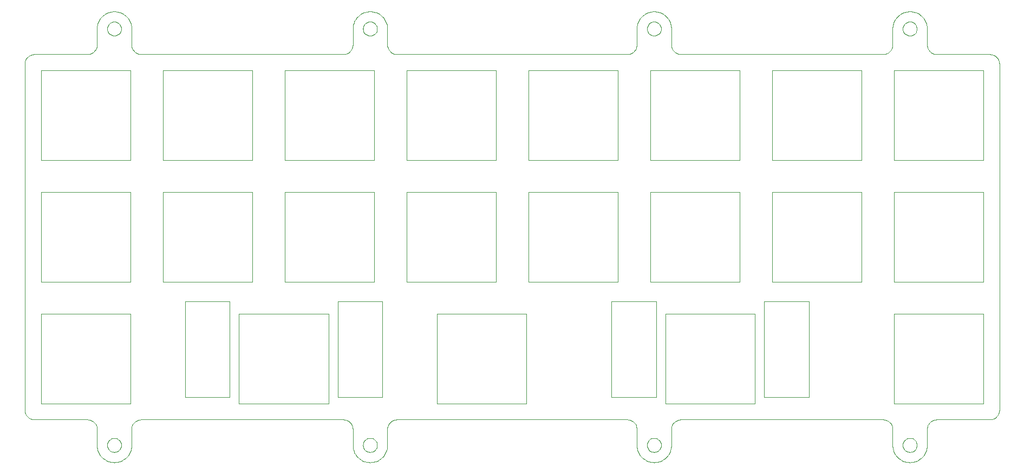
<source format=gbr>
%TF.GenerationSoftware,KiCad,Pcbnew,7.0.8-dirty*%
%TF.CreationDate,2023-11-22T20:55:44+09:00*%
%TF.ProjectId,plate,706c6174-652e-46b6-9963-61645f706362,rev?*%
%TF.SameCoordinates,Original*%
%TF.FileFunction,Profile,NP*%
%FSLAX46Y46*%
G04 Gerber Fmt 4.6, Leading zero omitted, Abs format (unit mm)*
G04 Created by KiCad (PCBNEW 7.0.8-dirty) date 2023-11-22 20:55:44*
%MOMM*%
%LPD*%
G01*
G04 APERTURE LIST*
%TA.AperFunction,Profile*%
%ADD10C,0.100000*%
%TD*%
G04 APERTURE END LIST*
D10*
X221880565Y-131736101D02*
X222075618Y-131723482D01*
X221687175Y-131774302D02*
X221880565Y-131736101D01*
X221501171Y-131837504D02*
X221687175Y-131774302D01*
X221325069Y-131924601D02*
X221501171Y-131837504D01*
X221161571Y-132034197D02*
X221325069Y-131924601D01*
X221014476Y-132163401D02*
X221161571Y-132034197D01*
X220885173Y-132310900D02*
X221014476Y-132163401D01*
X220775859Y-132474497D02*
X220885173Y-132310900D01*
X220689373Y-132649798D02*
X220775859Y-132474497D01*
X220626262Y-132835901D02*
X220689373Y-132649798D01*
X220588359Y-133027804D02*
X220626262Y-132835901D01*
X220575664Y-133223604D02*
X220588359Y-133027804D01*
X220575664Y-133416605D02*
X220575664Y-133223604D01*
X220575664Y-133608202D02*
X220575664Y-133416605D01*
X220575664Y-133801203D02*
X220575664Y-133608202D01*
X220575664Y-133992502D02*
X220575664Y-133801203D01*
X220575664Y-134184603D02*
X220575664Y-133992502D01*
X220575664Y-134376703D02*
X220575664Y-134184603D01*
X220575664Y-134569002D02*
X220575664Y-134376703D01*
X220575664Y-134761202D02*
X220575664Y-134569002D01*
X220575664Y-134953203D02*
X220575664Y-134761202D01*
X220575664Y-135145205D02*
X220575664Y-134953203D01*
X220575664Y-135337908D02*
X220575664Y-135145205D01*
X220575664Y-135530108D02*
X220575664Y-135337908D01*
X220575664Y-135722010D02*
X220575664Y-135530108D01*
X220568859Y-135915308D02*
X220575664Y-135722010D01*
X220548351Y-136107905D02*
X220568859Y-135915308D01*
X220514354Y-136296908D02*
X220548351Y-136107905D01*
X220466762Y-136483607D02*
X220514354Y-136296908D01*
X220405468Y-136667605D02*
X220466762Y-136483607D01*
X220331768Y-136845202D02*
X220405468Y-136667605D01*
X220245067Y-137017801D02*
X220331768Y-136845202D01*
X220146465Y-137183298D02*
X220245067Y-137017801D01*
X220035747Y-137342196D02*
X220146465Y-137183298D01*
X219914257Y-137492495D02*
X220035747Y-137342196D01*
X219782756Y-137633295D02*
X219914257Y-137492495D01*
X219641658Y-137764498D02*
X219782756Y-137633295D01*
X219491756Y-137885195D02*
X219641658Y-137764498D01*
X219333858Y-137994791D02*
X219491756Y-137885195D01*
X219168056Y-138093188D02*
X219333858Y-137994791D01*
X218995357Y-138179590D02*
X219168056Y-138093188D01*
X218818065Y-138252993D02*
X218995357Y-138179590D01*
X218635265Y-138313692D02*
X218818065Y-138252993D01*
X218448955Y-138360995D02*
X218635265Y-138313692D01*
X218259456Y-138394900D02*
X218448955Y-138360995D01*
X218068462Y-138415194D02*
X218259456Y-138394900D01*
X217875652Y-138421999D02*
X218068462Y-138415194D01*
X217682354Y-138415194D02*
X217875652Y-138421999D01*
X217489757Y-138394594D02*
X217682354Y-138415194D01*
X217300762Y-138360598D02*
X217489757Y-138394594D01*
X217114147Y-138313097D02*
X217300762Y-138360598D01*
X216930065Y-138251795D02*
X217114147Y-138313097D01*
X216752452Y-138177996D02*
X216930065Y-138251795D01*
X216579860Y-138091295D02*
X216752452Y-138177996D01*
X216414363Y-137992693D02*
X216579860Y-138091295D01*
X216255474Y-137881991D02*
X216414363Y-137992693D01*
X216105175Y-137760493D02*
X216255474Y-137881991D01*
X215964458Y-137629091D02*
X216105175Y-137760493D01*
X215833171Y-137487894D02*
X215964458Y-137629091D01*
X215712566Y-137337992D02*
X215833171Y-137487894D01*
X215602855Y-137180094D02*
X215712566Y-137337992D01*
X215504467Y-137014292D02*
X215602855Y-137180094D01*
X215418071Y-136841593D02*
X215504467Y-137014292D01*
X215344661Y-136664293D02*
X215418071Y-136841593D01*
X215283962Y-136481493D02*
X215344661Y-136664293D01*
X215236660Y-136295290D02*
X215283962Y-136481493D01*
X215202770Y-136105692D02*
X215236660Y-136295290D01*
X215182460Y-135914690D02*
X215202770Y-136105692D01*
X215175670Y-135721987D02*
X215182460Y-135914690D01*
X215175670Y-135528887D02*
X215175670Y-135721987D01*
X215175670Y-135337282D02*
X215175670Y-135528887D01*
X215175670Y-135144381D02*
X215175670Y-135337282D01*
X215175670Y-134953081D02*
X215175670Y-135144381D01*
X215175670Y-134760981D02*
X215175670Y-134953081D01*
X215175670Y-134568781D02*
X215175670Y-134760981D01*
X215175670Y-134376581D02*
X215175670Y-134568781D01*
X215175670Y-134184382D02*
X215175670Y-134376581D01*
X215175670Y-133992388D02*
X215175670Y-134184382D01*
X215175670Y-133800287D02*
X215175670Y-133992388D01*
X215175670Y-133607584D02*
X215175670Y-133800287D01*
X215175670Y-133415484D02*
X215175670Y-133607584D01*
X215175670Y-133223612D02*
X215175670Y-133415484D01*
X215162761Y-133026812D02*
X215175670Y-133223612D01*
X215124553Y-132835108D02*
X215162761Y-133026812D01*
X215061168Y-132648607D02*
X215124553Y-132835108D01*
X214974559Y-132473307D02*
X215061168Y-132648607D01*
X214866161Y-132310908D02*
X214974559Y-132473307D01*
X214736370Y-132162905D02*
X214866161Y-132310908D01*
X214588054Y-132033007D02*
X214736370Y-132162905D01*
X214425457Y-131924410D02*
X214588054Y-132033007D01*
X214248760Y-131837412D02*
X214425457Y-131924410D01*
X214063671Y-131774615D02*
X214248760Y-131837412D01*
X213872081Y-131736513D02*
X214063671Y-131774615D01*
X213675670Y-131723612D02*
X213872081Y-131736513D01*
X213476467Y-131723612D02*
X213675670Y-131723612D01*
X213278163Y-131723612D02*
X213476467Y-131723612D01*
X213079967Y-131723612D02*
X213278163Y-131723612D01*
X212880077Y-131723612D02*
X213079967Y-131723612D01*
X212680980Y-131723612D02*
X212880077Y-131723612D01*
X212481472Y-131723612D02*
X212680980Y-131723612D01*
X212283367Y-131723612D02*
X212481472Y-131723612D01*
X212085582Y-131723612D02*
X212283367Y-131723612D01*
X211887279Y-131723612D02*
X212085582Y-131723612D01*
X211688671Y-131723612D02*
X211887279Y-131723612D01*
X211490062Y-131723612D02*
X211688671Y-131723612D01*
X211290874Y-131723612D02*
X211490062Y-131723612D01*
X211091564Y-131723612D02*
X211290874Y-131723612D01*
X210892360Y-131723612D02*
X211091564Y-131723612D01*
X210692562Y-131723612D02*
X210892360Y-131723612D01*
X210494060Y-131723612D02*
X210692562Y-131723612D01*
X210295665Y-131723612D02*
X210494060Y-131723612D01*
X210097255Y-131723612D02*
X210295665Y-131723612D01*
X209898357Y-131723612D02*
X210097255Y-131723612D01*
X209700054Y-131723612D02*
X209898357Y-131723612D01*
X209501445Y-131723612D02*
X209700054Y-131723612D01*
X209303661Y-131723612D02*
X209501445Y-131723612D01*
X209105358Y-131723612D02*
X209303661Y-131723612D01*
X208907360Y-131723612D02*
X209105358Y-131723612D01*
X208708141Y-131723612D02*
X208907360Y-131723612D01*
X208509349Y-131723612D02*
X208708141Y-131723612D01*
X208311550Y-131723612D02*
X208509349Y-131723612D01*
X208113048Y-131723612D02*
X208311550Y-131723612D01*
X207914257Y-131723612D02*
X208113048Y-131723612D01*
X207715450Y-131723612D02*
X207914257Y-131723612D01*
X207517253Y-131723612D02*
X207715450Y-131723612D01*
X207318645Y-131723612D02*
X207517253Y-131723612D01*
X207120052Y-131723612D02*
X207318645Y-131723612D01*
X206921642Y-131723612D02*
X207120052Y-131723612D01*
X206724041Y-131723612D02*
X206921642Y-131723612D01*
X206525737Y-131723612D02*
X206724041Y-131723612D01*
X206327251Y-131723612D02*
X206525737Y-131723612D01*
X206128734Y-131723612D02*
X206327251Y-131723612D01*
X205930431Y-131723612D02*
X206128734Y-131723612D01*
X205730938Y-131723612D02*
X205930431Y-131723612D01*
X205532146Y-131723612D02*
X205730938Y-131723612D01*
X205334240Y-131723612D02*
X205532146Y-131723612D01*
X205135845Y-131723612D02*
X205334240Y-131723612D01*
X204936931Y-131723612D02*
X205135845Y-131723612D01*
X204737941Y-131723612D02*
X204936931Y-131723612D01*
X204538738Y-131723612D02*
X204737941Y-131723612D01*
X204339641Y-131723612D02*
X204538738Y-131723612D01*
X204140850Y-131723612D02*
X204339641Y-131723612D01*
X203942546Y-131723612D02*
X204140850Y-131723612D01*
X203744838Y-131723612D02*
X203942546Y-131723612D01*
X203545742Y-131723612D02*
X203744838Y-131723612D01*
X203347637Y-131723612D02*
X203545742Y-131723612D01*
X203148449Y-131723612D02*
X203347637Y-131723612D01*
X202950450Y-131723612D02*
X203148449Y-131723612D01*
X202751644Y-131723612D02*
X202950450Y-131723612D01*
X202552043Y-131723612D02*
X202751644Y-131723612D01*
X202354045Y-131723612D02*
X202552043Y-131723612D01*
X202155437Y-131723612D02*
X202354045Y-131723612D01*
X201956447Y-131723612D02*
X202155437Y-131723612D01*
X201757152Y-131723612D02*
X201956447Y-131723612D01*
X201557445Y-131723612D02*
X201757152Y-131723612D01*
X201358852Y-131723612D02*
X201557445Y-131723612D01*
X201160152Y-131723612D02*
X201358852Y-131723612D01*
X200961452Y-131723612D02*
X201160152Y-131723612D01*
X200762844Y-131723612D02*
X200961452Y-131723612D01*
X200564449Y-131723612D02*
X200762844Y-131723612D01*
X200365047Y-131723612D02*
X200564449Y-131723612D01*
X200165950Y-131723612D02*
X200365047Y-131723612D01*
X199967250Y-131723612D02*
X200165950Y-131723612D01*
X199769054Y-131723612D02*
X199967250Y-131723612D01*
X199570049Y-131723612D02*
X199769054Y-131723612D01*
X199370449Y-131723612D02*
X199570049Y-131723612D01*
X199171444Y-131723612D02*
X199370449Y-131723612D01*
X198973339Y-131723612D02*
X199171444Y-131723612D01*
X198774746Y-131723612D02*
X198973339Y-131723612D01*
X198575542Y-131723612D02*
X198774746Y-131723612D01*
X198377437Y-131723612D02*
X198575542Y-131723612D01*
X198179042Y-131723612D02*
X198377437Y-131723612D01*
X197980342Y-131723612D02*
X198179042Y-131723612D01*
X197781337Y-131723612D02*
X197980342Y-131723612D01*
X197582241Y-131723612D02*
X197781337Y-131723612D01*
X197384441Y-131723612D02*
X197582241Y-131723612D01*
X197185039Y-131723612D02*
X197384441Y-131723612D01*
X196987140Y-131723612D02*
X197185039Y-131723612D01*
X196787838Y-131723612D02*
X196987140Y-131723612D01*
X196590038Y-131723612D02*
X196787838Y-131723612D01*
X196390842Y-131723612D02*
X196590038Y-131723612D01*
X196191944Y-131723612D02*
X196390842Y-131723612D01*
X195993145Y-131723612D02*
X196191944Y-131723612D01*
X195794643Y-131723612D02*
X195993145Y-131723612D01*
X195596538Y-131723612D02*
X195794643Y-131723612D01*
X195397136Y-131723612D02*
X195596538Y-131723612D01*
X195198238Y-131723612D02*
X195397136Y-131723612D01*
X194999736Y-131723612D02*
X195198238Y-131723612D01*
X194800243Y-131723612D02*
X194999736Y-131723612D01*
X194601238Y-131723612D02*
X194800243Y-131723612D01*
X194402935Y-131723612D02*
X194601238Y-131723612D01*
X194203533Y-131723612D02*
X194402935Y-131723612D01*
X194004940Y-131723612D02*
X194203533Y-131723612D01*
X193807033Y-131723612D02*
X194004940Y-131723612D01*
X193608333Y-131723612D02*
X193807033Y-131723612D01*
X193408840Y-131723612D02*
X193608333Y-131723612D01*
X193210231Y-131723612D02*
X193408840Y-131723612D01*
X193010936Y-131723612D02*
X193210231Y-131723612D01*
X192812542Y-131723612D02*
X193010936Y-131723612D01*
X192613536Y-131723612D02*
X192812542Y-131723612D01*
X192414035Y-131723612D02*
X192613536Y-131723612D01*
X192215534Y-131723612D02*
X192414035Y-131723612D01*
X192016635Y-131723612D02*
X192215534Y-131723612D01*
X191817234Y-131723612D02*
X192016635Y-131723612D01*
X191619136Y-131723612D02*
X191817234Y-131723612D01*
X191420635Y-131723612D02*
X191619136Y-131723612D01*
X191221828Y-131723612D02*
X191420635Y-131723612D01*
X191022831Y-131723612D02*
X191221828Y-131723612D01*
X190823528Y-131723612D02*
X191022831Y-131723612D01*
X190624126Y-131723612D02*
X190823528Y-131723612D01*
X190424526Y-131723612D02*
X190624126Y-131723612D01*
X190225032Y-131723612D02*
X190424526Y-131723612D01*
X190025432Y-131723612D02*
X190225032Y-131723612D01*
X189825923Y-131723612D02*
X190025432Y-131723612D01*
X189626628Y-131723612D02*
X189825923Y-131723612D01*
X189427425Y-131723612D02*
X189626628Y-131723612D01*
X189228633Y-131723612D02*
X189427425Y-131723612D01*
X189030132Y-131723612D02*
X189228633Y-131723612D01*
X188832027Y-131723612D02*
X189030132Y-131723612D01*
X188632732Y-131723612D02*
X188832027Y-131723612D01*
X188433925Y-131723612D02*
X188632732Y-131723612D01*
X188235927Y-131723612D02*
X188433925Y-131723612D01*
X188036922Y-131723612D02*
X188235927Y-131723612D01*
X187838825Y-131723612D02*
X188036922Y-131723612D01*
X187639926Y-131723612D02*
X187838825Y-131723612D01*
X187440525Y-131723612D02*
X187639926Y-131723612D01*
X187242321Y-131723612D02*
X187440525Y-131723612D01*
X187043727Y-131723612D02*
X187242321Y-131723612D01*
X186844921Y-131723612D02*
X187043727Y-131723612D01*
X186646221Y-131723612D02*
X186844921Y-131723612D01*
X186447521Y-131723612D02*
X186646221Y-131723612D01*
X186249324Y-131723612D02*
X186447521Y-131723612D01*
X186049923Y-131723612D02*
X186249324Y-131723612D01*
X185851421Y-131723612D02*
X186049923Y-131723612D01*
X185652324Y-131723612D02*
X185851421Y-131723612D01*
X185453121Y-131723612D02*
X185652324Y-131723612D01*
X185253917Y-131723612D02*
X185453121Y-131723612D01*
X185055324Y-131723612D02*
X185253917Y-131723612D01*
X184857524Y-131723612D02*
X185055324Y-131723612D01*
X184658222Y-131723612D02*
X184857524Y-131723612D01*
X184459522Y-131723612D02*
X184658222Y-131723612D01*
X184260623Y-131723612D02*
X184459522Y-131723612D01*
X184061122Y-131723612D02*
X184260623Y-131723612D01*
X183863224Y-131723612D02*
X184061122Y-131723612D01*
X183664424Y-131723612D02*
X183863224Y-131723612D01*
X183466320Y-131723612D02*
X183664424Y-131723612D01*
X183267528Y-131723612D02*
X183466320Y-131723612D01*
X183068828Y-131723612D02*
X183267528Y-131723612D01*
X182870128Y-131723612D02*
X183068828Y-131723612D01*
X182672123Y-131723612D02*
X182870128Y-131723612D01*
X182473918Y-131723612D02*
X182672123Y-131723612D01*
X182275417Y-131723612D02*
X182473918Y-131723612D01*
X182075618Y-131723612D02*
X182275417Y-131723612D01*
X181878917Y-131736513D02*
X182075618Y-131723612D01*
X181687221Y-131774714D02*
X181878917Y-131736513D01*
X181500721Y-131838213D02*
X181687221Y-131774714D01*
X181325420Y-131924715D02*
X181500721Y-131838213D01*
X181163021Y-132033213D02*
X181325420Y-131924715D01*
X181015026Y-132162913D02*
X181163021Y-132033213D01*
X180885021Y-132311213D02*
X181015026Y-132162913D01*
X180776516Y-132473810D02*
X180885021Y-132311213D01*
X180689418Y-132650507D02*
X180776516Y-132473810D01*
X180626720Y-132835604D02*
X180689418Y-132650507D01*
X180588520Y-133027201D02*
X180626720Y-132835604D01*
X180575618Y-133223604D02*
X180588520Y-133027201D01*
X180575618Y-133416605D02*
X180575618Y-133223604D01*
X180575618Y-133608202D02*
X180575618Y-133416605D01*
X180575618Y-133801203D02*
X180575618Y-133608202D01*
X180575618Y-133992502D02*
X180575618Y-133801203D01*
X180575618Y-134184603D02*
X180575618Y-133992502D01*
X180575618Y-134376703D02*
X180575618Y-134184603D01*
X180575618Y-134569002D02*
X180575618Y-134376703D01*
X180575618Y-134761202D02*
X180575618Y-134569002D01*
X180575618Y-134953203D02*
X180575618Y-134761202D01*
X180575618Y-135145205D02*
X180575618Y-134953203D01*
X180575618Y-135337908D02*
X180575618Y-135145205D01*
X180575618Y-135530108D02*
X180575618Y-135337908D01*
X180575618Y-135722010D02*
X180575618Y-135530108D01*
X180568813Y-135915308D02*
X180575618Y-135722010D01*
X180548320Y-136107905D02*
X180568813Y-135915308D01*
X180514316Y-136296908D02*
X180548320Y-136107905D01*
X180466716Y-136483607D02*
X180514316Y-136296908D01*
X180405422Y-136667605D02*
X180466716Y-136483607D01*
X180331615Y-136845202D02*
X180405422Y-136667605D01*
X180245021Y-137017801D02*
X180331615Y-136845202D01*
X180146419Y-137183298D02*
X180245021Y-137017801D01*
X180035717Y-137342196D02*
X180146419Y-137183298D01*
X179914226Y-137492495D02*
X180035717Y-137342196D01*
X179782726Y-137633295D02*
X179914226Y-137492495D01*
X179641620Y-137764498D02*
X179782726Y-137633295D01*
X179491725Y-137885195D02*
X179641620Y-137764498D01*
X179333820Y-137994791D02*
X179491725Y-137885195D01*
X179168026Y-138093188D02*
X179333820Y-137994791D01*
X178995327Y-138179590D02*
X179168026Y-138093188D01*
X178817928Y-138252993D02*
X178995327Y-138179590D01*
X178635219Y-138313692D02*
X178817928Y-138252993D01*
X178448925Y-138360995D02*
X178635219Y-138313692D01*
X178259426Y-138394900D02*
X178448925Y-138360995D01*
X178068424Y-138415194D02*
X178259426Y-138394900D01*
X177875621Y-138421999D02*
X178068424Y-138415194D01*
X177682323Y-138415194D02*
X177875621Y-138421999D01*
X177489727Y-138394594D02*
X177682323Y-138415194D01*
X177300731Y-138360598D02*
X177489727Y-138394594D01*
X177114131Y-138313097D02*
X177300731Y-138360598D01*
X176930027Y-138251795D02*
X177114131Y-138313097D01*
X176752422Y-138177996D02*
X176930027Y-138251795D01*
X176579830Y-138091295D02*
X176752422Y-138177996D01*
X176414325Y-137992693D02*
X176579830Y-138091295D01*
X176255428Y-137881991D02*
X176414325Y-137992693D01*
X176105129Y-137760493D02*
X176255428Y-137881991D01*
X175964428Y-137629091D02*
X176105129Y-137760493D01*
X175833126Y-137487894D02*
X175964428Y-137629091D01*
X175712520Y-137337992D02*
X175833126Y-137487894D01*
X175602825Y-137180094D02*
X175712520Y-137337992D01*
X175504421Y-137014292D02*
X175602825Y-137180094D01*
X175418026Y-136841593D02*
X175504421Y-137014292D01*
X175344623Y-136664293D02*
X175418026Y-136841593D01*
X175283924Y-136481493D02*
X175344623Y-136664293D01*
X175236629Y-136295290D02*
X175283924Y-136481493D01*
X175202724Y-136105692D02*
X175236629Y-136295290D01*
X175182422Y-135914690D02*
X175202724Y-136105692D01*
X175175624Y-135721987D02*
X175182422Y-135914690D01*
X175175624Y-135528887D02*
X175175624Y-135721987D01*
X175175624Y-135337282D02*
X175175624Y-135528887D01*
X175175624Y-135144381D02*
X175175624Y-135337282D01*
X175175624Y-134953081D02*
X175175624Y-135144381D01*
X175175624Y-134760981D02*
X175175624Y-134953081D01*
X175175624Y-134568781D02*
X175175624Y-134760981D01*
X175175624Y-134376581D02*
X175175624Y-134568781D01*
X175175624Y-134184382D02*
X175175624Y-134376581D01*
X175175624Y-133992388D02*
X175175624Y-134184382D01*
X175175624Y-133800287D02*
X175175624Y-133992388D01*
X175175624Y-133607584D02*
X175175624Y-133800287D01*
X175175624Y-133415484D02*
X175175624Y-133607584D01*
X175175624Y-133223620D02*
X175175624Y-133415484D01*
X175163120Y-133028521D02*
X175175624Y-133223620D01*
X175124820Y-132835123D02*
X175163120Y-133028521D01*
X175061718Y-132649126D02*
X175124820Y-132835123D01*
X174974620Y-132472925D02*
X175061718Y-132649126D01*
X174865017Y-132309527D02*
X174974620Y-132472925D01*
X174735820Y-132162424D02*
X174865017Y-132309527D01*
X174588222Y-132033022D02*
X174735820Y-132162424D01*
X174424724Y-131923723D02*
X174588222Y-132033022D01*
X174249416Y-131837221D02*
X174424724Y-131923723D01*
X174063320Y-131774218D02*
X174249416Y-131837221D01*
X173871425Y-131736216D02*
X174063320Y-131774218D01*
X173675624Y-131723612D02*
X173871425Y-131736216D01*
X173475521Y-131723612D02*
X173675624Y-131723612D01*
X173276020Y-131723612D02*
X173475521Y-131723612D01*
X173076221Y-131723612D02*
X173276020Y-131723612D01*
X172876522Y-131723612D02*
X173076221Y-131723612D01*
X172675922Y-131723612D02*
X172876522Y-131723612D01*
X172474819Y-131723612D02*
X172675922Y-131723612D01*
X172274921Y-131723612D02*
X172474819Y-131723612D01*
X172075222Y-131723612D02*
X172274921Y-131723612D01*
X171874820Y-131723612D02*
X172075222Y-131723612D01*
X171674022Y-131723612D02*
X171874820Y-131723612D01*
X171473018Y-131723612D02*
X171674022Y-131723612D01*
X171273616Y-131723612D02*
X171473018Y-131723612D01*
X171074413Y-131723612D02*
X171273616Y-131723612D01*
X170874019Y-131723612D02*
X171074413Y-131723612D01*
X170674617Y-131723612D02*
X170874019Y-131723612D01*
X170473712Y-131723612D02*
X170674617Y-131723612D01*
X170272808Y-131723612D02*
X170473712Y-131723612D01*
X170073406Y-131723612D02*
X170272808Y-131723612D01*
X169873607Y-131723612D02*
X170073406Y-131723612D01*
X169674411Y-131723612D02*
X169873607Y-131723612D01*
X169475009Y-131723612D02*
X169674411Y-131723612D01*
X169274311Y-131723612D02*
X169475009Y-131723612D01*
X169075206Y-131723612D02*
X169274311Y-131723612D01*
X168874210Y-131723612D02*
X169075206Y-131723612D01*
X168674106Y-131723612D02*
X168874210Y-131723612D01*
X168473308Y-131723612D02*
X168674106Y-131723612D01*
X168272304Y-131723612D02*
X168473308Y-131723612D01*
X168071712Y-131723612D02*
X168272304Y-131723612D01*
X167871906Y-131723612D02*
X168071712Y-131723612D01*
X167671009Y-131723612D02*
X167871906Y-131723612D01*
X167470607Y-131723612D02*
X167671009Y-131723612D01*
X167271114Y-131723612D02*
X167470607Y-131723612D01*
X167071712Y-131723612D02*
X167271114Y-131723612D01*
X166872509Y-131723612D02*
X167071712Y-131723612D01*
X166672512Y-131723612D02*
X166872509Y-131723612D01*
X166471912Y-131723612D02*
X166672512Y-131723612D01*
X166272609Y-131723612D02*
X166471912Y-131723612D01*
X166071605Y-131723612D02*
X166272609Y-131723612D01*
X165872509Y-131723612D02*
X166071605Y-131723612D01*
X165672107Y-131723612D02*
X165872509Y-131723612D01*
X165472507Y-131723612D02*
X165672107Y-131723612D01*
X165272106Y-131723612D02*
X165472507Y-131723612D01*
X165072910Y-131723612D02*
X165272106Y-131723612D01*
X164873210Y-131723612D02*
X165072910Y-131723612D01*
X164673313Y-131723612D02*
X164873210Y-131723612D01*
X164473308Y-131723612D02*
X164673313Y-131723612D01*
X164273510Y-131723612D02*
X164473308Y-131723612D01*
X164073909Y-131723612D02*
X164273510Y-131723612D01*
X163874706Y-131723612D02*
X164073909Y-131723612D01*
X163674114Y-131723612D02*
X163874706Y-131723612D01*
X163474208Y-131723612D02*
X163674114Y-131723612D01*
X163274112Y-131723612D02*
X163474208Y-131723612D01*
X163074009Y-131723612D02*
X163274112Y-131723612D01*
X162873912Y-131723612D02*
X163074009Y-131723612D01*
X162674114Y-131723612D02*
X162873912Y-131723612D01*
X162473506Y-131723612D02*
X162674114Y-131723612D01*
X162274410Y-131723612D02*
X162473506Y-131723612D01*
X162074810Y-131723612D02*
X162274410Y-131723612D01*
X161874706Y-131723612D02*
X162074810Y-131723612D01*
X161674205Y-131723612D02*
X161874706Y-131723612D01*
X161473308Y-131723612D02*
X161674205Y-131723612D01*
X161273410Y-131723612D02*
X161473308Y-131723612D01*
X161073406Y-131723612D02*
X161273410Y-131723612D01*
X160873409Y-131723612D02*
X161073406Y-131723612D01*
X160673412Y-131723612D02*
X160873409Y-131723612D01*
X160473506Y-131723612D02*
X160673412Y-131723612D01*
X160272510Y-131723612D02*
X160473506Y-131723612D01*
X160071804Y-131723612D02*
X160272510Y-131723612D01*
X159871410Y-131723612D02*
X160071804Y-131723612D01*
X159671505Y-131723612D02*
X159871410Y-131723612D01*
X159472011Y-131723612D02*
X159671505Y-131723612D01*
X159271808Y-131723612D02*
X159472011Y-131723612D01*
X159070911Y-131723612D02*
X159271808Y-131723612D01*
X158870708Y-131723612D02*
X159070911Y-131723612D01*
X158671314Y-131723612D02*
X158870708Y-131723612D01*
X158471309Y-131723612D02*
X158671314Y-131723612D01*
X158270809Y-131723612D02*
X158471309Y-131723612D01*
X158071407Y-131723612D02*
X158270809Y-131723612D01*
X157871509Y-131723612D02*
X158071407Y-131723612D01*
X157671314Y-131723612D02*
X157871509Y-131723612D01*
X157470813Y-131723612D02*
X157671314Y-131723612D01*
X157270107Y-131723612D02*
X157470813Y-131723612D01*
X157070713Y-131723612D02*
X157270107Y-131723612D01*
X156871112Y-131723612D02*
X157070713Y-131723612D01*
X156671512Y-131723612D02*
X156871112Y-131723612D01*
X156471813Y-131723612D02*
X156671512Y-131723612D01*
X156272113Y-131723612D02*
X156471813Y-131723612D01*
X156072414Y-131723612D02*
X156272113Y-131723612D01*
X155872913Y-131723612D02*
X156072414Y-131723612D01*
X155673511Y-131723612D02*
X155872913Y-131723612D01*
X155474208Y-131723612D02*
X155673511Y-131723612D01*
X155273616Y-131723612D02*
X155474208Y-131723612D01*
X155073215Y-131723612D02*
X155273616Y-131723612D01*
X154873111Y-131723612D02*
X155073215Y-131723612D01*
X154673313Y-131723612D02*
X154873111Y-131723612D01*
X154474010Y-131723612D02*
X154673313Y-131723612D01*
X154273410Y-131723612D02*
X154474010Y-131723612D01*
X154073215Y-131723612D02*
X154273410Y-131723612D01*
X153873615Y-131723612D02*
X154073215Y-131723612D01*
X153672817Y-131723612D02*
X153873615Y-131723612D01*
X153472614Y-131723612D02*
X153672817Y-131723612D01*
X153273014Y-131723612D02*
X153472614Y-131723612D01*
X153072315Y-131723612D02*
X153273014Y-131723612D01*
X152872417Y-131723612D02*
X153072315Y-131723612D01*
X152673214Y-131723612D02*
X152872417Y-131723612D01*
X152473110Y-131723612D02*
X152673214Y-131723612D01*
X152273815Y-131723612D02*
X152473110Y-131723612D01*
X152073513Y-131723612D02*
X152273815Y-131723612D01*
X151874218Y-131723612D02*
X152073513Y-131723612D01*
X151673915Y-131723612D02*
X151874218Y-131723612D01*
X151474712Y-131723612D02*
X151673915Y-131723612D01*
X151274715Y-131723612D02*
X151474712Y-131723612D01*
X151073917Y-131723612D02*
X151274715Y-131723612D01*
X150874218Y-131723612D02*
X151073917Y-131723612D01*
X150673816Y-131723612D02*
X150874218Y-131723612D01*
X150474514Y-131723612D02*
X150673816Y-131723612D01*
X150274715Y-131723612D02*
X150474514Y-131723612D01*
X150074115Y-131723612D02*
X150274715Y-131723612D01*
X149875011Y-131723612D02*
X150074115Y-131723612D01*
X149675212Y-131723612D02*
X149875011Y-131723612D01*
X149474918Y-131723612D02*
X149675212Y-131723612D01*
X149274112Y-131723612D02*
X149474918Y-131723612D01*
X149074817Y-131723612D02*
X149274112Y-131723612D01*
X148875118Y-131723612D02*
X149074817Y-131723612D01*
X148675014Y-131723612D02*
X148875118Y-131723612D01*
X148474613Y-131723612D02*
X148675014Y-131723612D01*
X148273815Y-131723612D02*
X148474613Y-131723612D01*
X148074718Y-131723612D02*
X148273815Y-131723612D01*
X147875438Y-131723612D02*
X148074718Y-131723612D01*
X147675937Y-131723612D02*
X147875438Y-131723612D01*
X147476284Y-131723612D02*
X147675937Y-131723612D01*
X147276538Y-131723612D02*
X147476284Y-131723612D01*
X147076725Y-131723612D02*
X147276538Y-131723612D01*
X146876895Y-131723612D02*
X147076725Y-131723612D01*
X146677097Y-131723612D02*
X146876895Y-131723612D01*
X146477382Y-131723612D02*
X146677097Y-131723612D01*
X146277797Y-131723612D02*
X146477382Y-131723612D01*
X146078395Y-131723612D02*
X146277797Y-131723612D01*
X145879230Y-131723612D02*
X146078395Y-131723612D01*
X145678386Y-131723612D02*
X145879230Y-131723612D01*
X145477909Y-131723612D02*
X145678386Y-131723612D01*
X145277843Y-131723612D02*
X145477909Y-131723612D01*
X145078258Y-131723612D02*
X145277843Y-131723612D01*
X144879207Y-131723612D02*
X145078258Y-131723612D01*
X144678829Y-131723612D02*
X144879207Y-131723612D01*
X144479137Y-131723612D02*
X144678829Y-131723612D01*
X144278286Y-131723612D02*
X144479137Y-131723612D01*
X144078289Y-131723612D02*
X144278286Y-131723612D01*
X143877307Y-131723612D02*
X144078289Y-131723612D01*
X143677364Y-131723612D02*
X143877307Y-131723612D01*
X143476657Y-131723612D02*
X143677364Y-131723612D01*
X143277164Y-131723612D02*
X143476657Y-131723612D01*
X143077137Y-131723612D02*
X143277164Y-131723612D01*
X142876720Y-131723612D02*
X143077137Y-131723612D01*
X142676044Y-131723612D02*
X142876720Y-131723612D01*
X142475277Y-131723612D02*
X142676044Y-131723612D01*
X142274570Y-131723612D02*
X142475277Y-131723612D01*
X142074115Y-131723612D02*
X142274570Y-131723612D01*
X141874088Y-131723612D02*
X142074115Y-131723612D01*
X141674694Y-131723612D02*
X141874088Y-131723612D01*
X141474437Y-131723612D02*
X141674694Y-131723612D01*
X141275287Y-131723612D02*
X141474437Y-131723612D01*
X141075855Y-131723612D02*
X141275287Y-131723612D01*
X140876461Y-131723612D02*
X141075855Y-131723612D01*
X140675899Y-131723612D02*
X140876461Y-131723612D01*
X140476207Y-131723612D02*
X140675899Y-131723612D01*
X140276325Y-131723612D02*
X140476207Y-131723612D01*
X140075359Y-131723612D02*
X140276325Y-131723612D01*
X139875507Y-131723612D02*
X140075359Y-131723612D01*
X139674694Y-131723612D02*
X139875507Y-131723612D01*
X139475376Y-131723612D02*
X139674694Y-131723612D01*
X139276004Y-131723612D02*
X139475376Y-131723612D01*
X139075656Y-131723612D02*
X139276004Y-131723612D01*
X138876468Y-131723612D02*
X139075656Y-131723612D01*
X138676563Y-131723612D02*
X138876468Y-131723612D01*
X138475879Y-131723612D02*
X138676563Y-131723612D01*
X138276760Y-131723612D02*
X138475879Y-131723612D01*
X138077457Y-131723612D02*
X138276760Y-131723612D01*
X137877895Y-131723612D02*
X138077457Y-131723612D01*
X137677661Y-131723612D02*
X137877895Y-131723612D01*
X137480915Y-131736513D02*
X137677661Y-131723612D01*
X137289188Y-131774714D02*
X137480915Y-131736513D01*
X137102687Y-131838213D02*
X137289188Y-131774714D01*
X136927417Y-131924715D02*
X137102687Y-131838213D01*
X136765003Y-132033213D02*
X136927417Y-131924715D01*
X136617000Y-132162913D02*
X136765003Y-132033213D01*
X136487041Y-132311213D02*
X136617000Y-132162913D01*
X136378490Y-132473810D02*
X136487041Y-132311213D01*
X136291454Y-132650507D02*
X136378490Y-132473810D01*
X136228694Y-132835604D02*
X136291454Y-132650507D01*
X136190570Y-133027201D02*
X136228694Y-132835604D01*
X136177661Y-133223604D02*
X136190570Y-133027201D01*
X136177661Y-133416605D02*
X136177661Y-133223604D01*
X136177661Y-133608202D02*
X136177661Y-133416605D01*
X136177661Y-133801203D02*
X136177661Y-133608202D01*
X136177661Y-133992502D02*
X136177661Y-133801203D01*
X136177661Y-134184603D02*
X136177661Y-133992502D01*
X136177661Y-134376703D02*
X136177661Y-134184603D01*
X136177661Y-134569002D02*
X136177661Y-134376703D01*
X136177661Y-134761202D02*
X136177661Y-134569002D01*
X136177661Y-134953203D02*
X136177661Y-134761202D01*
X136177661Y-135145205D02*
X136177661Y-134953203D01*
X136177661Y-135337908D02*
X136177661Y-135145205D01*
X136177661Y-135530108D02*
X136177661Y-135337908D01*
X136177661Y-135722010D02*
X136177661Y-135530108D01*
X136170841Y-135915308D02*
X136177661Y-135722010D01*
X136150295Y-136107905D02*
X136170841Y-135915308D01*
X136116313Y-136296908D02*
X136150295Y-136107905D01*
X136068767Y-136483607D02*
X136116313Y-136296908D01*
X136007442Y-136667605D02*
X136068767Y-136483607D01*
X135933673Y-136845202D02*
X136007442Y-136667605D01*
X135846973Y-137017801D02*
X135933673Y-136845202D01*
X135748416Y-137183298D02*
X135846973Y-137017801D01*
X135637706Y-137342196D02*
X135748416Y-137183298D01*
X135516170Y-137492495D02*
X135637706Y-137342196D01*
X135384761Y-137633295D02*
X135516170Y-137492495D01*
X135243587Y-137764498D02*
X135384761Y-137633295D01*
X135093692Y-137885195D02*
X135243587Y-137764498D01*
X134935772Y-137994791D02*
X135093692Y-137885195D01*
X134769992Y-138093188D02*
X134935772Y-137994791D01*
X134597286Y-138179590D02*
X134769992Y-138093188D01*
X134419975Y-138252993D02*
X134597286Y-138179590D01*
X134237205Y-138313692D02*
X134419975Y-138252993D01*
X134050952Y-138360995D02*
X134237205Y-138313692D01*
X133861393Y-138394900D02*
X134050952Y-138360995D01*
X133670394Y-138415194D02*
X133861393Y-138394900D01*
X133477665Y-138421999D02*
X133670394Y-138415194D01*
X133284343Y-138415194D02*
X133477665Y-138421999D01*
X133091743Y-138394594D02*
X133284343Y-138415194D01*
X132902706Y-138360598D02*
X133091743Y-138394594D01*
X132716095Y-138313097D02*
X132902706Y-138360598D01*
X132532054Y-138251795D02*
X132716095Y-138313097D01*
X132354465Y-138177996D02*
X132532054Y-138251795D01*
X132181865Y-138091295D02*
X132354465Y-138177996D01*
X132016346Y-137992693D02*
X132181865Y-138091295D01*
X131857456Y-137881991D02*
X132016346Y-137992693D01*
X131707153Y-137760493D02*
X131857456Y-137881991D01*
X131566383Y-137629091D02*
X131707153Y-137760493D01*
X131435176Y-137487894D02*
X131566383Y-137629091D01*
X131314483Y-137337992D02*
X131435176Y-137487894D01*
X131204845Y-137180094D02*
X131314483Y-137337992D01*
X131106456Y-137014292D02*
X131204845Y-137180094D01*
X131020023Y-136841593D02*
X131106456Y-137014292D01*
X130946655Y-136664293D02*
X131020023Y-136841593D01*
X130885963Y-136481493D02*
X130946655Y-136664293D01*
X130838653Y-136295290D02*
X130885963Y-136481493D01*
X130804725Y-136105692D02*
X130838653Y-136295290D01*
X130784435Y-135914690D02*
X130804725Y-136105692D01*
X130777664Y-135721987D02*
X130784435Y-135914690D01*
X130777664Y-135528887D02*
X130777664Y-135721987D01*
X130777664Y-135337282D02*
X130777664Y-135528887D01*
X130777664Y-135144381D02*
X130777664Y-135337282D01*
X130777664Y-134953081D02*
X130777664Y-135144381D01*
X130777664Y-134760981D02*
X130777664Y-134953081D01*
X130777664Y-134568781D02*
X130777664Y-134760981D01*
X130777664Y-134376581D02*
X130777664Y-134568781D01*
X130777664Y-134184382D02*
X130777664Y-134376581D01*
X130777664Y-133992388D02*
X130777664Y-134184382D01*
X130777664Y-133800287D02*
X130777664Y-133992388D01*
X130777664Y-133607584D02*
X130777664Y-133800287D01*
X130777664Y-133415484D02*
X130777664Y-133607584D01*
X130777664Y-133223620D02*
X130777664Y-133415484D01*
X130765087Y-133028521D02*
X130777664Y-133223620D01*
X130726863Y-132835123D02*
X130765087Y-133028521D01*
X130663703Y-132649126D02*
X130726863Y-132835123D01*
X130576595Y-132472925D02*
X130663703Y-132649126D01*
X130467037Y-132309527D02*
X130576595Y-132472925D01*
X130337795Y-132162424D02*
X130467037Y-132309527D01*
X130190273Y-132033022D02*
X130337795Y-132162424D01*
X130026737Y-131923723D02*
X130190273Y-132033022D01*
X129851436Y-131837221D02*
X130026737Y-131923723D01*
X129665344Y-131774218D02*
X129851436Y-131837221D01*
X129473396Y-131736216D02*
X129665344Y-131774218D01*
X129277664Y-131723612D02*
X129473396Y-131736216D01*
X129077396Y-131723612D02*
X129277664Y-131723612D01*
X128878063Y-131723612D02*
X129077396Y-131723612D01*
X128678825Y-131723612D02*
X128878063Y-131723612D01*
X128477977Y-131723612D02*
X128678825Y-131723612D01*
X128277854Y-131723612D02*
X128477977Y-131723612D01*
X128077373Y-131723612D02*
X128277854Y-131723612D01*
X127878326Y-131723612D02*
X128077373Y-131723612D01*
X127677925Y-131723612D02*
X127878326Y-131723612D01*
X127478527Y-131723612D02*
X127677925Y-131723612D01*
X127278724Y-131723612D02*
X127478527Y-131723612D01*
X127079025Y-131723612D02*
X127278724Y-131723612D01*
X126878727Y-131723612D02*
X127079025Y-131723612D01*
X126678325Y-131723612D02*
X126878727Y-131723612D01*
X126477924Y-131723612D02*
X126678325Y-131723612D01*
X126277023Y-131723612D02*
X126477924Y-131723612D01*
X126077423Y-131723612D02*
X126277023Y-131723612D01*
X125877925Y-131723612D02*
X126077423Y-131723612D01*
X125678424Y-131723612D02*
X125877925Y-131723612D01*
X125478424Y-131723612D02*
X125678424Y-131723612D01*
X125279026Y-131723612D02*
X125478424Y-131723612D01*
X125079425Y-131723612D02*
X125279026Y-131723612D01*
X124878524Y-131723612D02*
X125079425Y-131723612D01*
X124679122Y-131723612D02*
X124878524Y-131723612D01*
X124479923Y-131723612D02*
X124679122Y-131723612D01*
X124279625Y-131723612D02*
X124479923Y-131723612D01*
X124079624Y-131723612D02*
X124279625Y-131723612D01*
X123879623Y-131723612D02*
X124079624Y-131723612D01*
X123678722Y-131723612D02*
X123879623Y-131723612D01*
X123478626Y-131723612D02*
X123678722Y-131723612D01*
X123278724Y-131723612D02*
X123478626Y-131723612D01*
X123079326Y-131723612D02*
X123278724Y-131723612D01*
X122879623Y-131723612D02*
X123079326Y-131723612D01*
X122679824Y-131723612D02*
X122879623Y-131723612D01*
X122480323Y-131723612D02*
X122679824Y-131723612D01*
X122279926Y-131723612D02*
X122480323Y-131723612D01*
X122079025Y-131723612D02*
X122279926Y-131723612D01*
X121879322Y-131723612D02*
X122079025Y-131723612D01*
X121679622Y-131723612D02*
X121879322Y-131723612D01*
X121480125Y-131723612D02*
X121679622Y-131723612D01*
X121279422Y-131723612D02*
X121480125Y-131723612D01*
X121079425Y-131723612D02*
X121279422Y-131723612D01*
X120880424Y-131723612D02*
X121079425Y-131723612D01*
X120680824Y-131723612D02*
X120880424Y-131723612D01*
X120480823Y-131723612D02*
X120680824Y-131723612D01*
X120280624Y-131723612D02*
X120480823Y-131723612D01*
X120080326Y-131723612D02*
X120280624Y-131723612D01*
X119880123Y-131723612D02*
X120080326Y-131723612D01*
X119680225Y-131723612D02*
X119880123Y-131723612D01*
X119480823Y-131723612D02*
X119680225Y-131723612D01*
X119279926Y-131723612D02*
X119480823Y-131723612D01*
X119079727Y-131723612D02*
X119279926Y-131723612D01*
X118880527Y-131723612D02*
X119079727Y-131723612D01*
X118680225Y-131723612D02*
X118880527Y-131723612D01*
X118481128Y-131723612D02*
X118680225Y-131723612D01*
X118281227Y-131723612D02*
X118481128Y-131723612D01*
X118080524Y-131723612D02*
X118281227Y-131723612D01*
X117881527Y-131723612D02*
X118080524Y-131723612D01*
X117681926Y-131723612D02*
X117881527Y-131723612D01*
X117481826Y-131723612D02*
X117681926Y-131723612D01*
X117281429Y-131723612D02*
X117481826Y-131723612D01*
X117080829Y-131723612D02*
X117281429Y-131723612D01*
X116879928Y-131723612D02*
X117080829Y-131723612D01*
X116679027Y-131723612D02*
X116879928Y-131723612D01*
X116478031Y-131723612D02*
X116679027Y-131723612D01*
X116277130Y-131723612D02*
X116478031Y-131723612D01*
X116076427Y-131723612D02*
X116277130Y-131723612D01*
X115875927Y-131723612D02*
X116076427Y-131723612D01*
X115675830Y-131723612D02*
X115875927Y-131723612D01*
X115476131Y-131723612D02*
X115675830Y-131723612D01*
X115276928Y-131723612D02*
X115476131Y-131723612D01*
X115076931Y-131723612D02*
X115276928Y-131723612D01*
X114876331Y-131723612D02*
X115076931Y-131723612D01*
X114676429Y-131723612D02*
X114876331Y-131723612D01*
X114477329Y-131723612D02*
X114676429Y-131723612D01*
X114276432Y-131723612D02*
X114477329Y-131723612D01*
X114076328Y-131723612D02*
X114276432Y-131723612D01*
X113877330Y-131723612D02*
X114076328Y-131723612D01*
X113676532Y-131723612D02*
X113877330Y-131723612D01*
X113476932Y-131723612D02*
X113676532Y-131723612D01*
X113277130Y-131723612D02*
X113476932Y-131723612D01*
X113077030Y-131723612D02*
X113277130Y-131723612D01*
X112876930Y-131723612D02*
X113077030Y-131723612D01*
X112676731Y-131723612D02*
X112876930Y-131723612D01*
X112476429Y-131723612D02*
X112676731Y-131723612D01*
X112276332Y-131723612D02*
X112476429Y-131723612D01*
X112076129Y-131723612D02*
X112276332Y-131723612D01*
X111876232Y-131723612D02*
X112076129Y-131723612D01*
X111676433Y-131723612D02*
X111876232Y-131723612D01*
X111476932Y-131723612D02*
X111676433Y-131723612D01*
X111276134Y-131723612D02*
X111476932Y-131723612D01*
X111075634Y-131723612D02*
X111276134Y-131723612D01*
X110875530Y-131723612D02*
X111075634Y-131723612D01*
X110675930Y-131723612D02*
X110875530Y-131723612D01*
X110476734Y-131723612D02*
X110675930Y-131723612D01*
X110276531Y-131723612D02*
X110476734Y-131723612D01*
X110076931Y-131723612D02*
X110276531Y-131723612D01*
X109876331Y-131723612D02*
X110076931Y-131723612D01*
X109676334Y-131723612D02*
X109876331Y-131723612D01*
X109475532Y-131723612D02*
X109676334Y-131723612D01*
X109275432Y-131723612D02*
X109475532Y-131723612D01*
X109076129Y-131723612D02*
X109275432Y-131723612D01*
X108876133Y-131723612D02*
X109076129Y-131723612D01*
X108675331Y-131723612D02*
X108876133Y-131723612D01*
X108475528Y-131723612D02*
X108675331Y-131723612D01*
X108275028Y-131723612D02*
X108475528Y-131723612D01*
X108075630Y-131723612D02*
X108275028Y-131723612D01*
X107875629Y-131723612D02*
X108075630Y-131723612D01*
X107675129Y-131723612D02*
X107875629Y-131723612D01*
X107474128Y-131723612D02*
X107675129Y-131723612D01*
X107274429Y-131723612D02*
X107474128Y-131723612D01*
X107074329Y-131723612D02*
X107274429Y-131723612D01*
X106873928Y-131723612D02*
X107074329Y-131723612D01*
X106673229Y-131723612D02*
X106873928Y-131723612D01*
X106473926Y-131723612D02*
X106673229Y-131723612D01*
X106274528Y-131723612D02*
X106473926Y-131723612D01*
X106075031Y-131723612D02*
X106274528Y-131723612D01*
X105875530Y-131723612D02*
X106075031Y-131723612D01*
X105675930Y-131723612D02*
X105875530Y-131723612D01*
X105476429Y-131723612D02*
X105675930Y-131723612D01*
X105277027Y-131723612D02*
X105476429Y-131723612D01*
X105077827Y-131723612D02*
X105277027Y-131723612D01*
X104877227Y-131723612D02*
X105077827Y-131723612D01*
X104676826Y-131723612D02*
X104877227Y-131723612D01*
X104476924Y-131723612D02*
X104676826Y-131723612D01*
X104277523Y-131723612D02*
X104476924Y-131723612D01*
X104076923Y-131723612D02*
X104277523Y-131723612D01*
X103877021Y-131723612D02*
X104076923Y-131723612D01*
X103677921Y-131723612D02*
X103877021Y-131723612D01*
X103477920Y-131723612D02*
X103677921Y-131723612D01*
X103277221Y-131723612D02*
X103477920Y-131723612D01*
X103077621Y-131723612D02*
X103277221Y-131723612D01*
X102877521Y-131723612D02*
X103077621Y-131723612D01*
X102677021Y-131723612D02*
X102877521Y-131723612D01*
X102476421Y-131723612D02*
X102677021Y-131723612D01*
X102275821Y-131723612D02*
X102476421Y-131723612D01*
X102075321Y-131723612D02*
X102275821Y-131723612D01*
X101875221Y-131723612D02*
X102075321Y-131723612D01*
X101675621Y-131723612D02*
X101875221Y-131723612D01*
X101475219Y-131723612D02*
X101675621Y-131723612D01*
X101275817Y-131723612D02*
X101475219Y-131723612D01*
X101076316Y-131723612D02*
X101275817Y-131723612D01*
X100876815Y-131723612D02*
X101076316Y-131723612D01*
X100677715Y-131723612D02*
X100876815Y-131723612D01*
X100478115Y-131723612D02*
X100677715Y-131723612D01*
X100278415Y-131723612D02*
X100478115Y-131723612D01*
X100077915Y-131723612D02*
X100278415Y-131723612D01*
X99877216Y-131723612D02*
X100077915Y-131723612D01*
X99677314Y-131723612D02*
X99877216Y-131723612D01*
X99476413Y-131723612D02*
X99677314Y-131723612D01*
X99276012Y-131723612D02*
X99476413Y-131723612D01*
X99075210Y-131723612D02*
X99276012Y-131723612D01*
X98876010Y-131723612D02*
X99075210Y-131723612D01*
X98676811Y-131723612D02*
X98876010Y-131723612D01*
X98477611Y-131723612D02*
X98676811Y-131723612D01*
X98277412Y-131723612D02*
X98477611Y-131723612D01*
X98077312Y-131723612D02*
X98277412Y-131723612D01*
X97877410Y-131723612D02*
X98077312Y-131723612D01*
X97677612Y-131723612D02*
X97877410Y-131723612D01*
X97480911Y-131736513D02*
X97677612Y-131723612D01*
X97289211Y-131774714D02*
X97480911Y-131736513D01*
X97102710Y-131838213D02*
X97289211Y-131774714D01*
X96927410Y-131924715D02*
X97102710Y-131838213D01*
X96765010Y-132033213D02*
X96927410Y-131924715D01*
X96617012Y-132162913D02*
X96765010Y-132033213D01*
X96487011Y-132311213D02*
X96617012Y-132162913D01*
X96378509Y-132473810D02*
X96487011Y-132311213D01*
X96291408Y-132650507D02*
X96378509Y-132473810D01*
X96228710Y-132835604D02*
X96291408Y-132650507D01*
X96190509Y-133027201D02*
X96228710Y-132835604D01*
X96177608Y-133223604D02*
X96190509Y-133027201D01*
X96177608Y-133416605D02*
X96177608Y-133223604D01*
X96177608Y-133608202D02*
X96177608Y-133416605D01*
X96177608Y-133801203D02*
X96177608Y-133608202D01*
X96177608Y-133992502D02*
X96177608Y-133801203D01*
X96177608Y-134184603D02*
X96177608Y-133992502D01*
X96177608Y-134376703D02*
X96177608Y-134184603D01*
X96177608Y-134569002D02*
X96177608Y-134376703D01*
X96177608Y-134761202D02*
X96177608Y-134569002D01*
X96177608Y-134953203D02*
X96177608Y-134761202D01*
X96177608Y-135145205D02*
X96177608Y-134953203D01*
X96177608Y-135337908D02*
X96177608Y-135145205D01*
X96177608Y-135530108D02*
X96177608Y-135337908D01*
X96177608Y-135722010D02*
X96177608Y-135530108D01*
X96170806Y-135915308D02*
X96177608Y-135722010D01*
X96150306Y-136107905D02*
X96170806Y-135915308D01*
X96116306Y-136296908D02*
X96150306Y-136107905D01*
X96068706Y-136483607D02*
X96116306Y-136296908D01*
X96007408Y-136667605D02*
X96068706Y-136483607D01*
X95933609Y-136845202D02*
X96007408Y-136667605D01*
X95847007Y-137017801D02*
X95933609Y-136845202D01*
X95748409Y-137183298D02*
X95847007Y-137017801D01*
X95637710Y-137342196D02*
X95748409Y-137183298D01*
X95516212Y-137492495D02*
X95637710Y-137342196D01*
X95384712Y-137633295D02*
X95516212Y-137492495D01*
X95243610Y-137764498D02*
X95384712Y-137633295D01*
X95093711Y-137885195D02*
X95243610Y-137764498D01*
X94935810Y-137994791D02*
X95093711Y-137885195D01*
X94770011Y-138093188D02*
X94935810Y-137994791D01*
X94597312Y-138179590D02*
X94770011Y-138093188D01*
X94419914Y-138252993D02*
X94597312Y-138179590D01*
X94237213Y-138313692D02*
X94419914Y-138252993D01*
X94050914Y-138360995D02*
X94237213Y-138313692D01*
X93861415Y-138394900D02*
X94050914Y-138360995D01*
X93670414Y-138415194D02*
X93861415Y-138394900D01*
X93477615Y-138421999D02*
X93670414Y-138415194D01*
X93284317Y-138415194D02*
X93477615Y-138421999D01*
X93091716Y-138394594D02*
X93284317Y-138415194D01*
X92902717Y-138360598D02*
X93091716Y-138394594D01*
X92716117Y-138313097D02*
X92902717Y-138360598D01*
X92532016Y-138251795D02*
X92716117Y-138313097D01*
X92354415Y-138177996D02*
X92532016Y-138251795D01*
X92181816Y-138091295D02*
X92354415Y-138177996D01*
X92016315Y-137992693D02*
X92181816Y-138091295D01*
X91857414Y-137881991D02*
X92016315Y-137992693D01*
X91707115Y-137760493D02*
X91857414Y-137881991D01*
X91566413Y-137629091D02*
X91707115Y-137760493D01*
X91435112Y-137487894D02*
X91566413Y-137629091D01*
X91314510Y-137337992D02*
X91435112Y-137487894D01*
X91204811Y-137180094D02*
X91314510Y-137337992D01*
X91106411Y-137014292D02*
X91204811Y-137180094D01*
X91020011Y-136841593D02*
X91106411Y-137014292D01*
X90946613Y-136664293D02*
X91020011Y-136841593D01*
X90885913Y-136481493D02*
X90946613Y-136664293D01*
X90838615Y-136295290D02*
X90885913Y-136481493D01*
X90804714Y-136105692D02*
X90838615Y-136295290D01*
X90784412Y-135914690D02*
X90804714Y-136105692D01*
X90777610Y-135721987D02*
X90784412Y-135914690D01*
X90777610Y-135528887D02*
X90777610Y-135721987D01*
X90777610Y-135337282D02*
X90777610Y-135528887D01*
X90777610Y-135144381D02*
X90777610Y-135337282D01*
X90777610Y-134953081D02*
X90777610Y-135144381D01*
X90777610Y-134760981D02*
X90777610Y-134953081D01*
X90777610Y-134568781D02*
X90777610Y-134760981D01*
X90777610Y-134376581D02*
X90777610Y-134568781D01*
X90777610Y-134184382D02*
X90777610Y-134376581D01*
X90777610Y-133992388D02*
X90777610Y-134184382D01*
X90777610Y-133800287D02*
X90777610Y-133992388D01*
X90777610Y-133607584D02*
X90777610Y-133800287D01*
X90777610Y-133415484D02*
X90777610Y-133607584D01*
X90777610Y-133223597D02*
X90777610Y-133415484D01*
X90765110Y-133028399D02*
X90777610Y-133223597D01*
X90726810Y-132835100D02*
X90765110Y-133028399D01*
X90663711Y-132648997D02*
X90726810Y-132835100D01*
X90576610Y-132472895D02*
X90663711Y-132648997D01*
X90467010Y-132309397D02*
X90576610Y-132472895D01*
X90337810Y-132162394D02*
X90467010Y-132309397D01*
X90190311Y-132032992D02*
X90337810Y-132162394D01*
X90026710Y-131923693D02*
X90190311Y-132032992D01*
X89851409Y-131837191D02*
X90026710Y-131923693D01*
X89665309Y-131774088D02*
X89851409Y-131837191D01*
X89473411Y-131736086D02*
X89665309Y-131774088D01*
X89277610Y-131723482D02*
X89473411Y-131736086D01*
X89080909Y-131723482D02*
X89277610Y-131723482D01*
X88882309Y-131723383D02*
X89080909Y-131723482D01*
X88684108Y-131723383D02*
X88882309Y-131723383D01*
X88486808Y-131723383D02*
X88684108Y-131723383D01*
X88288509Y-131723383D02*
X88486808Y-131723383D01*
X88089508Y-131723383D02*
X88288509Y-131723383D01*
X87891506Y-131723383D02*
X88089508Y-131723383D01*
X87693405Y-131723383D02*
X87891506Y-131723383D01*
X87496105Y-131723284D02*
X87693405Y-131723383D01*
X87298606Y-131723284D02*
X87496105Y-131723284D01*
X87101306Y-131723284D02*
X87298606Y-131723284D01*
X86903507Y-131723284D02*
X87101306Y-131723284D01*
X86706008Y-131723284D02*
X86903507Y-131723284D01*
X86508907Y-131723284D02*
X86706008Y-131723284D01*
X86311805Y-131723284D02*
X86508907Y-131723284D01*
X86113906Y-131723185D02*
X86311805Y-131723284D01*
X85916507Y-131723185D02*
X86113906Y-131723185D01*
X85718208Y-131723185D02*
X85916507Y-131723185D01*
X85520107Y-131723185D02*
X85718208Y-131723185D01*
X85323307Y-131723185D02*
X85520107Y-131723185D01*
X85125705Y-131723185D02*
X85323307Y-131723185D01*
X84928207Y-131723185D02*
X85125705Y-131723185D01*
X84731407Y-131723086D02*
X84928207Y-131723185D01*
X84532806Y-131723086D02*
X84731407Y-131723086D01*
X84334804Y-131723086D02*
X84532806Y-131723086D01*
X84137905Y-131723086D02*
X84334804Y-131723086D01*
X83941204Y-131723086D02*
X84137905Y-131723086D01*
X83743404Y-131723086D02*
X83941204Y-131723086D01*
X83545204Y-131723086D02*
X83743404Y-131723086D01*
X83347305Y-131723086D02*
X83545204Y-131723086D01*
X83150306Y-131722986D02*
X83347305Y-131723086D01*
X82953205Y-131722986D02*
X83150306Y-131722986D01*
X82755104Y-131722986D02*
X82953205Y-131722986D01*
X82557102Y-131722986D02*
X82755104Y-131722986D01*
X82358600Y-131722986D02*
X82557102Y-131722986D01*
X82161399Y-131722986D02*
X82358600Y-131722986D01*
X81964199Y-131722986D02*
X82161399Y-131722986D01*
X81766899Y-131722887D02*
X81964199Y-131722986D01*
X81568397Y-131722887D02*
X81766899Y-131722887D01*
X81370697Y-131722887D02*
X81568397Y-131722887D01*
X81173595Y-131722887D02*
X81370697Y-131722887D01*
X80976596Y-131722887D02*
X81173595Y-131722887D01*
X80781498Y-131710283D02*
X80976596Y-131722887D01*
X80588096Y-131672083D02*
X80781498Y-131710283D01*
X80402095Y-131608881D02*
X80588096Y-131672083D01*
X80225994Y-131521784D02*
X80402095Y-131608881D01*
X80062492Y-131412188D02*
X80225994Y-131521784D01*
X79915493Y-131282885D02*
X80062492Y-131412188D01*
X79786094Y-131135386D02*
X79915493Y-131282885D01*
X79676796Y-130971888D02*
X79786094Y-131135386D01*
X79590297Y-130796587D02*
X79676796Y-130971888D01*
X79527198Y-130610491D02*
X79590297Y-130796587D01*
X79489299Y-130418490D02*
X79527198Y-130610491D01*
X79476600Y-130222788D02*
X79489299Y-130418490D01*
X79476600Y-130023386D02*
X79476600Y-130222788D01*
X79476600Y-129823481D02*
X79476600Y-130023386D01*
X79476600Y-129622782D02*
X79476600Y-129823481D01*
X79476600Y-129423281D02*
X79476600Y-129622782D01*
X79476600Y-129223185D02*
X79476600Y-129423281D01*
X79476600Y-129022883D02*
X79476600Y-129223185D01*
X79476600Y-128822687D02*
X79476600Y-129022883D01*
X79476600Y-128622584D02*
X79476600Y-128822687D01*
X79476600Y-128421885D02*
X79476600Y-128622584D01*
X79476600Y-128222681D02*
X79476600Y-128421885D01*
X79476600Y-128023684D02*
X79476600Y-128222681D01*
X79476600Y-127824282D02*
X79476600Y-128023684D01*
X79476600Y-127624987D02*
X79476600Y-127824282D01*
X79476600Y-127425982D02*
X79476600Y-127624987D01*
X79476600Y-127226687D02*
X79476600Y-127425982D01*
X79476600Y-127025881D02*
X79476600Y-127226687D01*
X79476600Y-126825083D02*
X79476600Y-127025881D01*
X79476600Y-126625788D02*
X79476600Y-126825083D01*
X79476600Y-126426081D02*
X79476600Y-126625788D01*
X79476600Y-126226984D02*
X79476600Y-126426081D01*
X79476600Y-126027781D02*
X79476600Y-126226984D01*
X79476600Y-125827288D02*
X79476600Y-126027781D01*
X79476600Y-125628382D02*
X79476600Y-125827288D01*
X79476600Y-125427584D02*
X79476600Y-125628382D01*
X79476600Y-125227686D02*
X79476600Y-125427584D01*
X79476600Y-125027186D02*
X79476600Y-125227686D01*
X79476600Y-124826388D02*
X79476600Y-125027186D01*
X79476600Y-124625986D02*
X79476600Y-124826388D01*
X79476600Y-124426584D02*
X79476600Y-124625986D01*
X79476600Y-124225886D02*
X79476600Y-124426584D01*
X79476600Y-124025782D02*
X79476600Y-124225886D01*
X79476600Y-123826586D02*
X79476600Y-124025782D01*
X79476600Y-123627482D02*
X79476600Y-123826586D01*
X79476600Y-123427088D02*
X79476600Y-123627482D01*
X79476600Y-123227381D02*
X79476600Y-123427088D01*
X79476600Y-123026987D02*
X79476600Y-123227381D01*
X79476600Y-122827883D02*
X79476600Y-123026987D01*
X79476600Y-122627184D02*
X79476600Y-122827883D01*
X79476600Y-122426584D02*
X79476600Y-122627184D01*
X79476600Y-122226381D02*
X79476600Y-122426584D01*
X79476600Y-122026888D02*
X79476600Y-122226381D01*
X79476600Y-121826586D02*
X79476600Y-122026888D01*
X79476600Y-121627581D02*
X79476600Y-121826586D01*
X79476600Y-121427981D02*
X79476600Y-121627581D01*
X79476600Y-121228182D02*
X79476600Y-121427981D01*
X79476600Y-121028185D02*
X79476600Y-121228182D01*
X79476600Y-120828287D02*
X79476600Y-121028185D01*
X79476600Y-120628687D02*
X79476600Y-120828287D01*
X79476600Y-120429484D02*
X79476600Y-120628687D01*
X79476600Y-120228686D02*
X79476600Y-120429484D01*
X79476600Y-120028582D02*
X79476600Y-120228686D01*
X79476600Y-119829386D02*
X79476600Y-120028582D01*
X79476600Y-119628985D02*
X79476600Y-119829386D01*
X79476600Y-119429781D02*
X79476600Y-119628985D01*
X79476600Y-119229586D02*
X79476600Y-119429781D01*
X79476600Y-119029581D02*
X79476600Y-119229586D01*
X79476600Y-118830088D02*
X79476600Y-119029581D01*
X79476600Y-118629885D02*
X79476600Y-118830088D01*
X79476600Y-118429087D02*
X79476600Y-118629885D01*
X79476600Y-118228983D02*
X79476600Y-118429087D01*
X79476600Y-118029886D02*
X79476600Y-118228983D01*
X79476600Y-117830385D02*
X79476600Y-118029886D01*
X79476600Y-117630686D02*
X79476600Y-117830385D01*
X79476600Y-117430887D02*
X79476600Y-117630686D01*
X79476600Y-117231081D02*
X79476600Y-117430887D01*
X79476600Y-117031283D02*
X79476600Y-117231081D01*
X79476600Y-116831583D02*
X79476600Y-117031283D01*
X79476600Y-116632181D02*
X79476600Y-116831583D01*
X79476600Y-116433085D02*
X79476600Y-116632181D01*
X79476600Y-116232882D02*
X79476600Y-116433085D01*
X79476600Y-116033083D02*
X79476600Y-116232882D01*
X79476600Y-115832384D02*
X79476600Y-116033083D01*
X79476600Y-115632288D02*
X79476600Y-115832384D01*
X79476600Y-115432787D02*
X79476600Y-115632288D01*
X79476600Y-115232584D02*
X79476600Y-115432787D01*
X79476600Y-115033182D02*
X79476600Y-115232584D01*
X79476600Y-114833086D02*
X79476600Y-115033182D01*
X79476600Y-114633982D02*
X79476600Y-114833086D01*
X79476600Y-114434282D02*
X79476600Y-114633982D01*
X79476600Y-114234087D02*
X79476600Y-114434282D01*
X79476600Y-114035082D02*
X79476600Y-114234087D01*
X79476600Y-113835581D02*
X79476600Y-114035082D01*
X79476600Y-113635782D02*
X79476600Y-113835581D01*
X79476600Y-113435686D02*
X79476600Y-113635782D01*
X79476600Y-113235186D02*
X79476600Y-113435686D01*
X79476600Y-113036287D02*
X79476600Y-113235186D01*
X79476600Y-112837183D02*
X79476600Y-113036287D01*
X79476600Y-112637987D02*
X79476600Y-112837183D01*
X79476600Y-112438585D02*
X79476600Y-112637987D01*
X79476600Y-112239283D02*
X79476600Y-112438585D01*
X79476600Y-112039881D02*
X79476600Y-112239283D01*
X79476600Y-111840487D02*
X79476600Y-112039881D01*
X79476600Y-111641283D02*
X79476600Y-111840487D01*
X79476600Y-111442087D02*
X79476600Y-111641283D01*
X79476600Y-111243082D02*
X79476600Y-111442087D01*
X79476600Y-111042383D02*
X79476600Y-111243082D01*
X79476600Y-110841982D02*
X79476600Y-111042383D01*
X79476600Y-110641688D02*
X79476600Y-110841982D01*
X79476600Y-110441782D02*
X79476600Y-110641688D01*
X79476600Y-110242281D02*
X79476600Y-110441782D01*
X79476600Y-110043085D02*
X79476600Y-110242281D01*
X79476600Y-109842386D02*
X79476600Y-110043085D01*
X79476600Y-109642084D02*
X79476600Y-109842386D01*
X79476600Y-109442286D02*
X79476600Y-109642084D01*
X79476600Y-109243082D02*
X79476600Y-109442286D01*
X79476600Y-109042284D02*
X79476600Y-109243082D01*
X79476600Y-108842081D02*
X79476600Y-109042284D01*
X79476600Y-108642588D02*
X79476600Y-108842081D01*
X79476600Y-108443781D02*
X79476600Y-108642588D01*
X79476600Y-108243586D02*
X79476600Y-108443781D01*
X79476600Y-108043986D02*
X79476600Y-108243586D01*
X79476600Y-107844286D02*
X79476600Y-108043986D01*
X79476600Y-107644182D02*
X79476600Y-107844286D01*
X79476600Y-107444887D02*
X79476600Y-107644182D01*
X79476600Y-107244387D02*
X79476600Y-107444887D01*
X79476600Y-107044687D02*
X79476600Y-107244387D01*
X79476600Y-106844912D02*
X79476600Y-107044687D01*
X79476600Y-106644915D02*
X79476600Y-106844912D01*
X79476600Y-106446016D02*
X79476600Y-106644915D01*
X79476600Y-106245814D02*
X79476600Y-106446016D01*
X79476600Y-106046610D02*
X79476600Y-106245814D01*
X79476600Y-105846308D02*
X79476600Y-106046610D01*
X79476600Y-105647005D02*
X79476600Y-105846308D01*
X79476600Y-105446703D02*
X79476600Y-105647005D01*
X79476600Y-105247500D02*
X79476600Y-105446703D01*
X79476600Y-105047098D02*
X79476600Y-105247500D01*
X79476600Y-104848002D02*
X79476600Y-105047098D01*
X79476600Y-104647799D02*
X79476600Y-104848002D01*
X79476600Y-104448900D02*
X79476600Y-104647799D01*
X79476600Y-104248903D02*
X79476600Y-104448900D01*
X79476600Y-104049105D02*
X79476600Y-104248903D01*
X79476600Y-103849405D02*
X79476600Y-104049105D01*
X79476600Y-103648707D02*
X79476600Y-103849405D01*
X79476600Y-103449404D02*
X79476600Y-103648707D01*
X79476600Y-103249102D02*
X79476600Y-103449404D01*
X79476600Y-103049105D02*
X79476600Y-103249102D01*
X79476600Y-102849306D02*
X79476600Y-103049105D01*
X79476600Y-102648607D02*
X79476600Y-102849306D01*
X79476600Y-102449511D02*
X79476600Y-102648607D01*
X79476600Y-102249613D02*
X79476600Y-102449511D01*
X79476600Y-102049616D02*
X79476600Y-102249613D01*
X79476600Y-101850619D02*
X79476600Y-102049616D01*
X79476600Y-101649622D02*
X79476600Y-101850619D01*
X79476600Y-101450625D02*
X79476600Y-101649622D01*
X79476600Y-101250628D02*
X79476600Y-101450625D01*
X79476600Y-101050631D02*
X79476600Y-101250628D01*
X79476600Y-100850634D02*
X79476600Y-101050631D01*
X79476600Y-100651636D02*
X79476600Y-100850634D01*
X79476600Y-100451639D02*
X79476600Y-100651636D01*
X79476600Y-100251642D02*
X79476600Y-100451639D01*
X79476600Y-100052645D02*
X79476600Y-100251642D01*
X79476600Y-99853647D02*
X79476600Y-100052645D01*
X79476600Y-99652651D02*
X79476600Y-99853647D01*
X79476600Y-99452654D02*
X79476600Y-99652651D01*
X79476600Y-99253657D02*
X79476600Y-99452654D01*
X79476600Y-99053660D02*
X79476600Y-99253657D01*
X79476600Y-98852663D02*
X79476600Y-99053660D01*
X79476600Y-98652666D02*
X79476600Y-98852663D01*
X79476600Y-98453669D02*
X79476600Y-98652666D01*
X79476600Y-98253672D02*
X79476600Y-98453669D01*
X79476600Y-98052675D02*
X79476600Y-98253672D01*
X79476600Y-97852678D02*
X79476600Y-98052675D01*
X79476600Y-97653681D02*
X79476600Y-97852678D01*
X79476600Y-97453684D02*
X79476600Y-97653681D01*
X79476600Y-97253687D02*
X79476600Y-97453684D01*
X79476600Y-97053690D02*
X79476600Y-97253687D01*
X79476600Y-96853693D02*
X79476600Y-97053690D01*
X79476600Y-96654696D02*
X79476600Y-96853693D01*
X79476600Y-96454699D02*
X79476600Y-96654696D01*
X79476600Y-96254702D02*
X79476600Y-96454699D01*
X79476600Y-96053705D02*
X79476600Y-96254702D01*
X79476600Y-95853708D02*
X79476600Y-96053705D01*
X79476600Y-95654711D02*
X79476600Y-95853708D01*
X79476600Y-95455713D02*
X79476600Y-95654711D01*
X79476600Y-95255717D02*
X79476600Y-95455713D01*
X79476600Y-95055720D02*
X79476600Y-95255717D01*
X79476600Y-94854723D02*
X79476600Y-95055720D01*
X79476600Y-94654726D02*
X79476600Y-94854723D01*
X79476600Y-94454729D02*
X79476600Y-94654726D01*
X79476600Y-94255732D02*
X79476600Y-94454729D01*
X79476600Y-94056734D02*
X79476600Y-94255732D01*
X79476600Y-93856737D02*
X79476600Y-94056734D01*
X79476600Y-93656740D02*
X79476600Y-93856737D01*
X79476600Y-93456743D02*
X79476600Y-93656740D01*
X79476600Y-93255747D02*
X79476600Y-93456743D01*
X79476600Y-93056750D02*
X79476600Y-93255747D01*
X79476600Y-92856753D02*
X79476600Y-93056750D01*
X79476600Y-92656756D02*
X79476600Y-92856753D01*
X79476600Y-92456759D02*
X79476600Y-92656756D01*
X79476600Y-92257761D02*
X79476600Y-92456759D01*
X79476600Y-92058764D02*
X79476600Y-92257761D01*
X79476600Y-91858767D02*
X79476600Y-92058764D01*
X79476600Y-91659769D02*
X79476600Y-91858767D01*
X79476600Y-91459772D02*
X79476600Y-91659769D01*
X79476600Y-91259775D02*
X79476600Y-91459772D01*
X79476600Y-91060778D02*
X79476600Y-91259775D01*
X79476600Y-90860781D02*
X79476600Y-91060778D01*
X79476600Y-90659784D02*
X79476600Y-90860781D01*
X79476600Y-90459788D02*
X79476600Y-90659784D01*
X79476600Y-90259791D02*
X79476600Y-90459788D01*
X79476600Y-90059794D02*
X79476600Y-90259791D01*
X79476600Y-89859797D02*
X79476600Y-90059794D01*
X79476600Y-89659800D02*
X79476600Y-89859797D01*
X79476600Y-89459803D02*
X79476600Y-89659800D01*
X79476600Y-89259806D02*
X79476600Y-89459803D01*
X79476600Y-89059809D02*
X79476600Y-89259806D01*
X79476600Y-88859812D02*
X79476600Y-89059809D01*
X79476600Y-88659815D02*
X79476600Y-88859812D01*
X79476600Y-88460818D02*
X79476600Y-88659815D01*
X79476600Y-88260821D02*
X79476600Y-88460818D01*
X79476600Y-88061823D02*
X79476600Y-88260821D01*
X79476600Y-87862826D02*
X79476600Y-88061823D01*
X79476600Y-87662829D02*
X79476600Y-87862826D01*
X79476600Y-87462832D02*
X79476600Y-87662829D01*
X79476600Y-87263834D02*
X79476600Y-87462832D01*
X79476600Y-87062838D02*
X79476600Y-87263834D01*
X79476600Y-86862841D02*
X79476600Y-87062838D01*
X79476600Y-86662844D02*
X79476600Y-86862841D01*
X79476600Y-86463846D02*
X79476600Y-86662844D01*
X79476600Y-86264849D02*
X79476600Y-86463846D01*
X79476600Y-86064852D02*
X79476600Y-86264849D01*
X79476600Y-85864855D02*
X79476600Y-86064852D01*
X79476600Y-85663859D02*
X79476600Y-85864855D01*
X79476600Y-85464861D02*
X79476600Y-85663859D01*
X79476600Y-85265864D02*
X79476600Y-85464861D01*
X79476600Y-85066866D02*
X79476600Y-85265864D01*
X79476600Y-84865870D02*
X79476600Y-85066866D01*
X79476600Y-84666872D02*
X79476600Y-84865870D01*
X79476600Y-84466875D02*
X79476600Y-84666872D01*
X79476600Y-84266878D02*
X79476600Y-84466875D01*
X79476600Y-84066881D02*
X79476600Y-84266878D01*
X79476600Y-83866884D02*
X79476600Y-84066881D01*
X79476600Y-83666887D02*
X79476600Y-83866884D01*
X79476600Y-83467890D02*
X79476600Y-83666887D01*
X79476600Y-83266894D02*
X79476600Y-83467890D01*
X79476600Y-83067896D02*
X79476600Y-83266894D01*
X79476600Y-82867899D02*
X79476600Y-83067896D01*
X79476600Y-82668902D02*
X79476600Y-82867899D01*
X79476600Y-82467905D02*
X79476600Y-82668902D01*
X79476600Y-82268908D02*
X79476600Y-82467905D01*
X79476600Y-82068911D02*
X79476600Y-82268908D01*
X79476600Y-81869913D02*
X79476600Y-82068911D01*
X79476600Y-81669916D02*
X79476600Y-81869913D01*
X79476600Y-81470919D02*
X79476600Y-81669916D01*
X79476600Y-81270922D02*
X79476600Y-81470919D01*
X79476600Y-81069925D02*
X79476600Y-81270922D01*
X79476600Y-80869929D02*
X79476600Y-81069925D01*
X79476600Y-80668932D02*
X79476600Y-80869929D01*
X79476600Y-80468935D02*
X79476600Y-80668932D01*
X79476600Y-80268938D02*
X79476600Y-80468935D01*
X79476600Y-80069941D02*
X79476600Y-80268938D01*
X79476600Y-79868944D02*
X79476600Y-80069941D01*
X79476600Y-79669947D02*
X79476600Y-79868944D01*
X79476600Y-79468950D02*
X79476600Y-79669947D01*
X79476600Y-79268954D02*
X79476600Y-79468950D01*
X79476600Y-79067957D02*
X79476600Y-79268954D01*
X79476600Y-78867960D02*
X79476600Y-79067957D01*
X79476600Y-78669962D02*
X79476600Y-78867960D01*
X79476600Y-78469965D02*
X79476600Y-78669962D01*
X79476600Y-78270968D02*
X79476600Y-78469965D01*
X79476600Y-78071970D02*
X79476600Y-78270968D01*
X79476600Y-77870974D02*
X79476600Y-78071970D01*
X79476600Y-77671976D02*
X79476600Y-77870974D01*
X79476600Y-77472979D02*
X79476600Y-77671976D01*
X79476600Y-77272982D02*
X79476600Y-77472979D01*
X79476600Y-77072985D02*
X79476600Y-77272982D01*
X79476600Y-76872988D02*
X79476600Y-77072985D01*
X79476600Y-76672991D02*
X79476600Y-76872988D01*
X79476600Y-76472994D02*
X79476600Y-76672991D01*
X79476600Y-76272997D02*
X79476600Y-76472994D01*
X79476600Y-76073000D02*
X79476600Y-76272997D01*
X79489601Y-75876002D02*
X79476600Y-76073000D01*
X79527801Y-75685000D02*
X79489601Y-75876002D01*
X79591201Y-75498003D02*
X79527801Y-75685000D01*
X79677700Y-75323000D02*
X79591201Y-75498003D01*
X79786201Y-75160998D02*
X79677700Y-75323000D01*
X79916000Y-75012995D02*
X79786201Y-75160998D01*
X80064300Y-74882998D02*
X79916000Y-75012995D01*
X80226902Y-74773997D02*
X80064300Y-74882998D01*
X80403602Y-74686999D02*
X80226902Y-74773997D01*
X80588703Y-74623995D02*
X80403602Y-74686999D01*
X80780204Y-74585993D02*
X80588703Y-74623995D01*
X80976604Y-74572993D02*
X80780204Y-74585993D01*
X81173404Y-74572993D02*
X80976604Y-74572993D01*
X81371906Y-74572993D02*
X81173404Y-74572993D01*
X81570106Y-74572993D02*
X81371906Y-74572993D01*
X81767505Y-74572993D02*
X81570106Y-74572993D01*
X81965805Y-74572993D02*
X81767505Y-74572993D01*
X82164703Y-74572993D02*
X81965805Y-74572993D01*
X82362804Y-74572993D02*
X82164703Y-74572993D01*
X82560905Y-74572993D02*
X82362804Y-74572993D01*
X82758106Y-74572993D02*
X82560905Y-74572993D01*
X82955707Y-74572993D02*
X82758106Y-74572993D01*
X83153007Y-74572993D02*
X82955707Y-74572993D01*
X83350708Y-74572993D02*
X83153007Y-74572993D01*
X83548206Y-74572993D02*
X83350708Y-74572993D01*
X83745407Y-74572993D02*
X83548206Y-74572993D01*
X83942508Y-74572993D02*
X83745407Y-74572993D01*
X84140407Y-74572993D02*
X83942508Y-74572993D01*
X84337806Y-74572993D02*
X84140407Y-74572993D01*
X84536106Y-74572993D02*
X84337806Y-74572993D01*
X84734207Y-74572993D02*
X84536106Y-74572993D01*
X84931007Y-74572993D02*
X84734207Y-74572993D01*
X85128505Y-74572993D02*
X84931007Y-74572993D01*
X85326107Y-74572993D02*
X85128505Y-74572993D01*
X85522907Y-74572993D02*
X85326107Y-74572993D01*
X85721508Y-74572993D02*
X85522907Y-74572993D01*
X85919509Y-74572993D02*
X85721508Y-74572993D01*
X86116409Y-74572993D02*
X85919509Y-74572993D01*
X86313110Y-74572993D02*
X86116409Y-74572993D01*
X86510910Y-74572993D02*
X86313110Y-74572993D01*
X86709110Y-74572993D02*
X86510910Y-74572993D01*
X86907009Y-74572993D02*
X86709110Y-74572993D01*
X87104007Y-74572993D02*
X86907009Y-74572993D01*
X87301109Y-74572993D02*
X87104007Y-74572993D01*
X87499111Y-74572993D02*
X87301109Y-74572993D01*
X87697212Y-74572993D02*
X87499111Y-74572993D01*
X87895610Y-74572993D02*
X87697212Y-74572993D01*
X88092910Y-74572993D02*
X87895610Y-74572993D01*
X88290111Y-74572993D02*
X88092910Y-74572993D01*
X88487411Y-74572993D02*
X88290111Y-74572993D01*
X88685913Y-74572993D02*
X88487411Y-74572993D01*
X88883613Y-74572993D02*
X88685913Y-74572993D01*
X89080612Y-74572993D02*
X88883613Y-74572993D01*
X89277610Y-74572993D02*
X89080612Y-74572993D01*
X89472812Y-74560991D02*
X89277610Y-74572993D01*
X89666111Y-74521990D02*
X89472812Y-74560991D01*
X89852211Y-74458986D02*
X89666111Y-74521990D01*
X90028312Y-74371988D02*
X89852211Y-74458986D01*
X90191814Y-74262987D02*
X90028312Y-74371988D01*
X90338813Y-74132982D02*
X90191814Y-74262987D01*
X90468212Y-73985979D02*
X90338813Y-74132982D01*
X90577510Y-73821978D02*
X90468212Y-73985979D01*
X90664009Y-73646975D02*
X90577510Y-73821978D01*
X90727108Y-73460970D02*
X90664009Y-73646975D01*
X90765007Y-73268969D02*
X90727108Y-73460970D01*
X90777607Y-73072970D02*
X90765007Y-73268969D01*
X90777607Y-72879976D02*
X90777607Y-73072970D01*
X90777607Y-72688982D02*
X90777607Y-72879976D01*
X90777607Y-72495989D02*
X90777607Y-72688982D01*
X90777607Y-72303988D02*
X90777607Y-72495989D01*
X90777607Y-72111986D02*
X90777607Y-72303988D01*
X90777607Y-71919985D02*
X90777607Y-72111986D01*
X90777607Y-71727984D02*
X90777607Y-71919985D01*
X90777607Y-71535982D02*
X90777607Y-71727984D01*
X90777607Y-71343981D02*
X90777607Y-71535982D01*
X90777607Y-71151980D02*
X90777607Y-71343981D01*
X90777607Y-70958986D02*
X90777607Y-71151980D01*
X90777607Y-70766985D02*
X90777607Y-70958986D01*
X90777607Y-70574984D02*
X90777607Y-70766985D01*
X90784507Y-70380984D02*
X90777607Y-70574984D01*
X90805007Y-70188982D02*
X90784507Y-70380984D01*
X90839008Y-69999987D02*
X90805007Y-70188982D01*
X90886509Y-69812990D02*
X90839008Y-69999987D01*
X90947910Y-69628985D02*
X90886509Y-69812990D01*
X91021610Y-69451983D02*
X90947910Y-69628985D01*
X91108310Y-69278979D02*
X91021610Y-69451983D01*
X91206909Y-69112978D02*
X91108310Y-69278979D01*
X91317607Y-68954973D02*
X91206909Y-69112978D01*
X91439106Y-68803972D02*
X91317607Y-68954973D01*
X91570507Y-68663973D02*
X91439106Y-68803972D01*
X91711708Y-68531969D02*
X91570507Y-68663973D01*
X91861606Y-68411974D02*
X91711708Y-68531969D01*
X92019508Y-68301974D02*
X91861606Y-68411974D01*
X92185306Y-68203966D02*
X92019508Y-68301974D01*
X92358005Y-68116961D02*
X92185306Y-68203966D01*
X92535305Y-68043963D02*
X92358005Y-68116961D01*
X92718105Y-67982958D02*
X92535305Y-68043963D01*
X92904304Y-67935961D02*
X92718105Y-67982958D01*
X93093906Y-67901964D02*
X92904304Y-67935961D01*
X93284908Y-67881960D02*
X93093906Y-67901964D01*
X93477607Y-67874956D02*
X93284908Y-67881960D01*
X93671009Y-67881960D02*
X93477607Y-67874956D01*
X93863609Y-67901964D02*
X93671009Y-67881960D01*
X94052608Y-67935961D02*
X93863609Y-67901964D01*
X94239208Y-67983965D02*
X94052608Y-67935961D01*
X94423309Y-68044970D02*
X94239208Y-67983965D01*
X94600811Y-68118975D02*
X94423309Y-68044970D01*
X94773410Y-68204973D02*
X94600811Y-68118975D01*
X94939010Y-68303972D02*
X94773410Y-68204973D01*
X95097808Y-68414965D02*
X94939010Y-68303972D01*
X95248107Y-68535967D02*
X95097808Y-68414965D01*
X95388908Y-68667971D02*
X95248107Y-68535967D01*
X95520107Y-68808977D02*
X95388908Y-68667971D01*
X95640808Y-68958971D02*
X95520107Y-68808977D01*
X95750507Y-69116976D02*
X95640808Y-68958971D01*
X95848808Y-69281969D02*
X95750507Y-69116976D01*
X95935306Y-69454973D02*
X95848808Y-69281969D01*
X96008606Y-69631975D02*
X95935306Y-69454973D01*
X96069305Y-69814974D02*
X96008606Y-69631975D01*
X96116706Y-70000979D02*
X96069305Y-69814974D01*
X96150608Y-70190981D02*
X96116706Y-70000979D01*
X96170909Y-70381975D02*
X96150608Y-70190981D01*
X96177608Y-70574969D02*
X96170909Y-70381975D01*
X96177608Y-70767962D02*
X96177608Y-70574969D01*
X96177608Y-70958956D02*
X96177608Y-70767962D01*
X96177608Y-71151949D02*
X96177608Y-70958956D01*
X96177608Y-71343950D02*
X96177608Y-71151949D01*
X96177608Y-71535952D02*
X96177608Y-71343950D01*
X96177608Y-71727953D02*
X96177608Y-71535952D01*
X96177608Y-71919954D02*
X96177608Y-71727953D01*
X96177608Y-72111956D02*
X96177608Y-71919954D01*
X96177608Y-72303957D02*
X96177608Y-72111956D01*
X96177608Y-72495959D02*
X96177608Y-72303957D01*
X96177608Y-72688952D02*
X96177608Y-72495959D01*
X96177608Y-72880953D02*
X96177608Y-72688952D01*
X96177608Y-73072954D02*
X96177608Y-72880953D01*
X96190609Y-73269961D02*
X96177608Y-73072954D01*
X96228809Y-73461962D02*
X96190609Y-73269961D01*
X96292209Y-73647967D02*
X96228809Y-73461962D01*
X96378707Y-73822970D02*
X96292209Y-73647967D01*
X96487209Y-73985964D02*
X96378707Y-73822970D01*
X96617008Y-74133959D02*
X96487209Y-73985964D01*
X96765308Y-74263964D02*
X96617008Y-74133959D01*
X96927909Y-74371966D02*
X96765308Y-74263964D01*
X97104610Y-74458964D02*
X96927909Y-74371966D01*
X97289711Y-74521967D02*
X97104610Y-74458964D01*
X97481212Y-74559969D02*
X97289711Y-74521967D01*
X97677612Y-74572970D02*
X97481212Y-74559969D01*
X97877910Y-74572970D02*
X97677612Y-74572970D01*
X98077209Y-74572970D02*
X97877910Y-74572970D01*
X98276508Y-74572970D02*
X98077209Y-74572970D01*
X98477310Y-74572970D02*
X98276508Y-74572970D01*
X98677410Y-74572970D02*
X98477310Y-74572970D01*
X98877910Y-74572970D02*
X98677410Y-74572970D01*
X99077011Y-74572970D02*
X98877910Y-74572970D01*
X99277412Y-74572970D02*
X99077011Y-74572970D01*
X99476814Y-74572970D02*
X99277412Y-74572970D01*
X99676612Y-74572970D02*
X99476814Y-74572970D01*
X99876312Y-74572970D02*
X99676612Y-74572970D01*
X100076610Y-74572970D02*
X99876312Y-74572970D01*
X100277011Y-74572970D02*
X100076610Y-74572970D01*
X100477413Y-74572970D02*
X100277011Y-74572970D01*
X100678314Y-74572970D02*
X100477413Y-74572970D01*
X100877914Y-74572970D02*
X100678314Y-74572970D01*
X101077415Y-74572970D02*
X100877914Y-74572970D01*
X101276916Y-74572970D02*
X101077415Y-74572970D01*
X101476917Y-74572970D02*
X101276916Y-74572970D01*
X101676319Y-74572970D02*
X101476917Y-74572970D01*
X101875919Y-74572970D02*
X101676319Y-74572970D01*
X102076820Y-74572970D02*
X101875919Y-74572970D01*
X102276222Y-74572970D02*
X102076820Y-74572970D01*
X102475322Y-74572970D02*
X102276222Y-74572970D01*
X102675724Y-74572970D02*
X102475322Y-74572970D01*
X102875625Y-74572970D02*
X102675724Y-74572970D01*
X103075725Y-74572970D02*
X102875625Y-74572970D01*
X103276626Y-74572970D02*
X103075725Y-74572970D01*
X103476627Y-74572970D02*
X103276626Y-74572970D01*
X103676628Y-74572970D02*
X103476627Y-74572970D01*
X103875927Y-74572970D02*
X103676628Y-74572970D01*
X104075725Y-74572970D02*
X103875927Y-74572970D01*
X104275524Y-74572970D02*
X104075725Y-74572970D01*
X104475025Y-74572970D02*
X104275524Y-74572970D01*
X104675323Y-74572970D02*
X104475025Y-74572970D01*
X104876323Y-74572970D02*
X104675323Y-74572970D01*
X105076023Y-74572970D02*
X104876323Y-74572970D01*
X105275722Y-74572970D02*
X105076023Y-74572970D01*
X105475223Y-74572970D02*
X105275722Y-74572970D01*
X105675922Y-74572970D02*
X105475223Y-74572970D01*
X105875923Y-74572970D02*
X105675922Y-74572970D01*
X106074924Y-74572970D02*
X105875923Y-74572970D01*
X106274524Y-74572970D02*
X106074924Y-74572970D01*
X106474521Y-74572970D02*
X106274524Y-74572970D01*
X106674724Y-74572970D02*
X106474521Y-74572970D01*
X106875022Y-74572970D02*
X106674724Y-74572970D01*
X107075222Y-74572970D02*
X106875022Y-74572970D01*
X107275119Y-74572970D02*
X107075222Y-74572970D01*
X107474521Y-74572970D02*
X107275119Y-74572970D01*
X107675418Y-74572970D02*
X107474521Y-74572970D01*
X107875522Y-74572970D02*
X107675418Y-74572970D01*
X108074821Y-74572970D02*
X107875522Y-74572970D01*
X108275119Y-74572970D02*
X108074821Y-74572970D01*
X108474121Y-74572970D02*
X108275119Y-74572970D01*
X108674121Y-74572970D02*
X108474121Y-74572970D01*
X108874721Y-74572970D02*
X108674121Y-74572970D01*
X109073822Y-74572970D02*
X108874721Y-74572970D01*
X109273422Y-74572970D02*
X109073822Y-74572970D01*
X109473423Y-74572970D02*
X109273422Y-74572970D01*
X109673824Y-74572970D02*
X109473423Y-74572970D01*
X109874523Y-74572970D02*
X109673824Y-74572970D01*
X110075420Y-74572970D02*
X109874523Y-74572970D01*
X110276321Y-74572970D02*
X110075420Y-74572970D01*
X110477321Y-74572970D02*
X110276321Y-74572970D01*
X110678218Y-74572970D02*
X110477321Y-74572970D01*
X110878921Y-74572970D02*
X110678218Y-74572970D01*
X111079422Y-74572970D02*
X110878921Y-74572970D01*
X111279522Y-74572970D02*
X111079422Y-74572970D01*
X111479221Y-74572970D02*
X111279522Y-74572970D01*
X111678421Y-74572970D02*
X111479221Y-74572970D01*
X111878322Y-74572970D02*
X111678421Y-74572970D01*
X112079021Y-74572970D02*
X111878322Y-74572970D01*
X112278919Y-74572970D02*
X112079021Y-74572970D01*
X112477920Y-74572970D02*
X112278919Y-74572970D01*
X112678920Y-74572970D02*
X112477920Y-74572970D01*
X112879020Y-74572970D02*
X112678920Y-74572970D01*
X113078022Y-74572970D02*
X112879020Y-74572970D01*
X113278820Y-74572970D02*
X113078022Y-74572970D01*
X113478420Y-74572970D02*
X113278820Y-74572970D01*
X113678218Y-74572970D02*
X113478420Y-74572970D01*
X113878223Y-74572970D02*
X113678218Y-74572970D01*
X114078418Y-74572970D02*
X113878223Y-74572970D01*
X114278621Y-74572970D02*
X114078418Y-74572970D01*
X114478817Y-74572970D02*
X114278621Y-74572970D01*
X114679019Y-74572970D02*
X114478817Y-74572970D01*
X114879116Y-74572970D02*
X114679019Y-74572970D01*
X115079120Y-74572970D02*
X114879116Y-74572970D01*
X115278919Y-74572970D02*
X115079120Y-74572970D01*
X115478420Y-74572970D02*
X115278919Y-74572970D01*
X115679218Y-74572970D02*
X115478420Y-74572970D01*
X115879718Y-74572970D02*
X115679218Y-74572970D01*
X116079818Y-74572970D02*
X115879718Y-74572970D01*
X116279419Y-74572970D02*
X116079818Y-74572970D01*
X116478519Y-74572970D02*
X116279419Y-74572970D01*
X116678821Y-74572970D02*
X116478519Y-74572970D01*
X116878421Y-74572970D02*
X116678821Y-74572970D01*
X117079021Y-74572970D02*
X116878421Y-74572970D01*
X117279018Y-74572970D02*
X117079021Y-74572970D01*
X117479820Y-74572970D02*
X117279018Y-74572970D01*
X117679920Y-74572970D02*
X117479820Y-74572970D01*
X117879222Y-74572970D02*
X117679920Y-74572970D01*
X118079219Y-74572970D02*
X117879222Y-74572970D01*
X118280021Y-74572970D02*
X118079219Y-74572970D01*
X118479824Y-74572970D02*
X118280021Y-74572970D01*
X118680324Y-74572970D02*
X118479824Y-74572970D01*
X118879722Y-74572970D02*
X118680324Y-74572970D01*
X119079723Y-74572970D02*
X118879722Y-74572970D01*
X119280223Y-74572970D02*
X119079723Y-74572970D01*
X119481224Y-74572970D02*
X119280223Y-74572970D01*
X119680923Y-74572970D02*
X119481224Y-74572970D01*
X119881023Y-74572970D02*
X119680923Y-74572970D01*
X120081424Y-74572970D02*
X119881023Y-74572970D01*
X120282123Y-74572970D02*
X120081424Y-74572970D01*
X120481323Y-74572970D02*
X120282123Y-74572970D01*
X120680721Y-74572970D02*
X120481323Y-74572970D01*
X120880222Y-74572970D02*
X120680721Y-74572970D01*
X121079822Y-74572970D02*
X120880222Y-74572970D01*
X121279422Y-74572970D02*
X121079822Y-74572970D01*
X121478923Y-74572970D02*
X121279422Y-74572970D01*
X121678321Y-74572970D02*
X121478923Y-74572970D01*
X121877521Y-74572970D02*
X121678321Y-74572970D01*
X122078121Y-74572970D02*
X121877521Y-74572970D01*
X122278423Y-74572970D02*
X122078121Y-74572970D01*
X122478420Y-74572970D02*
X122278423Y-74572970D01*
X122677822Y-74572970D02*
X122478420Y-74572970D01*
X122878322Y-74572970D02*
X122677822Y-74572970D01*
X123078220Y-74572970D02*
X122878322Y-74572970D01*
X123277420Y-74572970D02*
X123078220Y-74572970D01*
X123477420Y-74572970D02*
X123277420Y-74572970D01*
X123678119Y-74572970D02*
X123477420Y-74572970D01*
X123877719Y-74572970D02*
X123678119Y-74572970D01*
X124077819Y-74572970D02*
X123877719Y-74572970D01*
X124278320Y-74572970D02*
X124077819Y-74572970D01*
X124478920Y-74572970D02*
X124278320Y-74572970D01*
X124679519Y-74572970D02*
X124478920Y-74572970D01*
X124880016Y-74572970D02*
X124679519Y-74572970D01*
X125080120Y-74572970D02*
X124880016Y-74572970D01*
X125279720Y-74572970D02*
X125080120Y-74572970D01*
X125480117Y-74572970D02*
X125279720Y-74572970D01*
X125679416Y-74572970D02*
X125480117Y-74572970D01*
X125879016Y-74572970D02*
X125679416Y-74572970D01*
X126078517Y-74572970D02*
X125879016Y-74572970D01*
X126277519Y-74572970D02*
X126078517Y-74572970D01*
X126477218Y-74572970D02*
X126277519Y-74572970D01*
X126676818Y-74572970D02*
X126477218Y-74572970D01*
X126877418Y-74572970D02*
X126676818Y-74572970D01*
X127078018Y-74572970D02*
X126877418Y-74572970D01*
X127278019Y-74572970D02*
X127078018Y-74572970D01*
X127478920Y-74572970D02*
X127278019Y-74572970D01*
X127679317Y-74572970D02*
X127478920Y-74572970D01*
X127880119Y-74572970D02*
X127679317Y-74572970D01*
X128079311Y-74572970D02*
X127880119Y-74572970D01*
X128278488Y-74572970D02*
X128079311Y-74572970D01*
X128477668Y-74572970D02*
X128278488Y-74572970D01*
X128677917Y-74572970D02*
X128477668Y-74572970D01*
X128878009Y-74572970D02*
X128677917Y-74572970D01*
X129077930Y-74572970D02*
X128878009Y-74572970D01*
X129277660Y-74572970D02*
X129077930Y-74572970D01*
X129474399Y-74559969D02*
X129277660Y-74572970D01*
X129666126Y-74521967D02*
X129474399Y-74559969D01*
X129852626Y-74458964D02*
X129666126Y-74521967D01*
X130027896Y-74371966D02*
X129852626Y-74458964D01*
X130190307Y-74263964D02*
X130027896Y-74371966D01*
X130338317Y-74133959D02*
X130190307Y-74263964D01*
X130468277Y-73985964D02*
X130338317Y-74133959D01*
X130576816Y-73822970D02*
X130468277Y-73985964D01*
X130663868Y-73645968D02*
X130576816Y-73822970D01*
X130726615Y-73460970D02*
X130663868Y-73645968D01*
X130764747Y-73269976D02*
X130726615Y-73460970D01*
X130777656Y-73072970D02*
X130764747Y-73269976D01*
X130777656Y-72879976D02*
X130777656Y-73072970D01*
X130777656Y-72688982D02*
X130777656Y-72879976D01*
X130777656Y-72495989D02*
X130777656Y-72688982D01*
X130777656Y-72303988D02*
X130777656Y-72495989D01*
X130777656Y-72111986D02*
X130777656Y-72303988D01*
X130777656Y-71919985D02*
X130777656Y-72111986D01*
X130777656Y-71727984D02*
X130777656Y-71919985D01*
X130777656Y-71535982D02*
X130777656Y-71727984D01*
X130777656Y-71343981D02*
X130777656Y-71535982D01*
X130777656Y-71151980D02*
X130777656Y-71343981D01*
X130777656Y-70958986D02*
X130777656Y-71151980D01*
X130777656Y-70766985D02*
X130777656Y-70958986D01*
X130777656Y-70574984D02*
X130777656Y-70766985D01*
X130784465Y-70380984D02*
X130777656Y-70574984D01*
X130805027Y-70188982D02*
X130784465Y-70380984D01*
X130839008Y-69999987D02*
X130805027Y-70188982D01*
X130886547Y-69812990D02*
X130839008Y-69999987D01*
X130947876Y-69628985D02*
X130886547Y-69812990D01*
X131021648Y-69451983D02*
X130947876Y-69628985D01*
X131108348Y-69278979D02*
X131021648Y-69451983D01*
X131206897Y-69112978D02*
X131108348Y-69278979D01*
X131317615Y-68954973D02*
X131206897Y-69112978D01*
X131439148Y-68803972D02*
X131317615Y-68954973D01*
X131570556Y-68663973D02*
X131439148Y-68803972D01*
X131711738Y-68531969D02*
X131570556Y-68663973D01*
X131861625Y-68411974D02*
X131711738Y-68531969D01*
X132019535Y-68301974D02*
X131861625Y-68411974D01*
X132185318Y-68203966D02*
X132019535Y-68301974D01*
X132358028Y-68116961D02*
X132185318Y-68203966D01*
X132535347Y-68043963D02*
X132358028Y-68116961D01*
X132718116Y-67982958D02*
X132535347Y-68043963D01*
X132904365Y-67935961D02*
X132718116Y-67982958D01*
X133093925Y-67901964D02*
X132904365Y-67935961D01*
X133284927Y-67881960D02*
X133093925Y-67901964D01*
X133477657Y-67874956D02*
X133284927Y-67881960D01*
X133670978Y-67881960D02*
X133477657Y-67874956D01*
X133863567Y-67901964D02*
X133670978Y-67881960D01*
X134052616Y-67935961D02*
X133863567Y-67901964D01*
X134239227Y-67983965D02*
X134052616Y-67935961D01*
X134423267Y-68044970D02*
X134239227Y-67983965D01*
X134600845Y-68118975D02*
X134423267Y-68044970D01*
X134773456Y-68204973D02*
X134600845Y-68118975D01*
X134938968Y-68303972D02*
X134773456Y-68204973D01*
X135097866Y-68414965D02*
X134938968Y-68303972D01*
X135248157Y-68535967D02*
X135097866Y-68414965D01*
X135388935Y-68667971D02*
X135248157Y-68535967D01*
X135520145Y-68808977D02*
X135388935Y-68667971D01*
X135640827Y-68958971D02*
X135520145Y-68808977D01*
X135750469Y-69116976D02*
X135640827Y-68958971D01*
X135848865Y-69281969D02*
X135750469Y-69116976D01*
X135935298Y-69454973D02*
X135848865Y-69281969D01*
X136008670Y-69631975D02*
X135935298Y-69454973D01*
X136069355Y-69814974D02*
X136008670Y-69631975D01*
X136116664Y-70000979D02*
X136069355Y-69814974D01*
X136150600Y-70190981D02*
X136116664Y-70000979D01*
X136170879Y-70381975D02*
X136150600Y-70190981D01*
X136177654Y-70574969D02*
X136170879Y-70381975D01*
X136177654Y-70767962D02*
X136177654Y-70574969D01*
X136177654Y-70958956D02*
X136177654Y-70767962D01*
X136177654Y-71151949D02*
X136177654Y-70958956D01*
X136177654Y-71343950D02*
X136177654Y-71151949D01*
X136177654Y-71535952D02*
X136177654Y-71343950D01*
X136177654Y-71727953D02*
X136177654Y-71535952D01*
X136177654Y-71919954D02*
X136177654Y-71727953D01*
X136177654Y-72111956D02*
X136177654Y-71919954D01*
X136177654Y-72303957D02*
X136177654Y-72111956D01*
X136177654Y-72495959D02*
X136177654Y-72303957D01*
X136177654Y-72688952D02*
X136177654Y-72495959D01*
X136177654Y-72880953D02*
X136177654Y-72688952D01*
X136177654Y-73072954D02*
X136177654Y-72880953D01*
X136190227Y-73267962D02*
X136177654Y-73072954D01*
X136228450Y-73461962D02*
X136190227Y-73267962D01*
X136291614Y-73647967D02*
X136228450Y-73461962D01*
X136378719Y-73823961D02*
X136291614Y-73647967D01*
X136488285Y-73986956D02*
X136378719Y-73823961D01*
X136617519Y-74133959D02*
X136488285Y-73986956D01*
X136765049Y-74263964D02*
X136617519Y-74133959D01*
X136928585Y-74372965D02*
X136765049Y-74263964D01*
X137103885Y-74459963D02*
X136928585Y-74372965D01*
X137289966Y-74522967D02*
X137103885Y-74459963D01*
X137481922Y-74560969D02*
X137289966Y-74522967D01*
X137677654Y-74572970D02*
X137481922Y-74560969D01*
X137877780Y-74572970D02*
X137677654Y-74572970D01*
X138077327Y-74572970D02*
X137877780Y-74572970D01*
X138277042Y-74572970D02*
X138077327Y-74572970D01*
X138476833Y-74572970D02*
X138277042Y-74572970D01*
X138677402Y-74572970D02*
X138476833Y-74572970D01*
X138878521Y-74572970D02*
X138677402Y-74572970D01*
X139078411Y-74572970D02*
X138878521Y-74572970D01*
X139278141Y-74572970D02*
X139078411Y-74572970D01*
X139478481Y-74572970D02*
X139278141Y-74572970D01*
X139679340Y-74572970D02*
X139478481Y-74572970D01*
X139880275Y-74572970D02*
X139679340Y-74572970D01*
X140079677Y-74572970D02*
X139880275Y-74572970D01*
X140278896Y-74572970D02*
X140079677Y-74572970D01*
X140479244Y-74572970D02*
X140278896Y-74572970D01*
X140678676Y-74572970D02*
X140479244Y-74572970D01*
X140879558Y-74572970D02*
X140678676Y-74572970D01*
X141080455Y-74572970D02*
X140879558Y-74572970D01*
X141279850Y-74572970D02*
X141080455Y-74572970D01*
X141479709Y-74572970D02*
X141279850Y-74572970D01*
X141678936Y-74572970D02*
X141479709Y-74572970D01*
X141878315Y-74572970D02*
X141678936Y-74572970D01*
X142078968Y-74572970D02*
X141878315Y-74572970D01*
X142278087Y-74572970D02*
X142078968Y-74572970D01*
X142479076Y-74572970D02*
X142278087Y-74572970D01*
X142679180Y-74572970D02*
X142479076Y-74572970D01*
X142879985Y-74572970D02*
X142679180Y-74572970D01*
X143080989Y-74572970D02*
X142879985Y-74572970D01*
X143281620Y-74572970D02*
X143080989Y-74572970D01*
X143481350Y-74572970D02*
X143281620Y-74572970D01*
X143682277Y-74572970D02*
X143481350Y-74572970D01*
X143882694Y-74572970D02*
X143682277Y-74572970D01*
X144082157Y-74572970D02*
X143882694Y-74572970D01*
X144281635Y-74572970D02*
X144082157Y-74572970D01*
X144480785Y-74572970D02*
X144281635Y-74572970D01*
X144680790Y-74572970D02*
X144480785Y-74572970D01*
X144881389Y-74572970D02*
X144680790Y-74572970D01*
X145080715Y-74572970D02*
X144881389Y-74572970D01*
X145281696Y-74572970D02*
X145080715Y-74572970D01*
X145480815Y-74572970D02*
X145281696Y-74572970D01*
X145681148Y-74572970D02*
X145480815Y-74572970D01*
X145880756Y-74572970D02*
X145681148Y-74572970D01*
X146081188Y-74572970D02*
X145880756Y-74572970D01*
X146280429Y-74572970D02*
X146081188Y-74572970D01*
X146480075Y-74572970D02*
X146280429Y-74572970D01*
X146679973Y-74572970D02*
X146480075Y-74572970D01*
X146879947Y-74572970D02*
X146679973Y-74572970D01*
X147079830Y-74572970D02*
X146879947Y-74572970D01*
X147279430Y-74572970D02*
X147079830Y-74572970D01*
X147478588Y-74572970D02*
X147279430Y-74572970D01*
X147679218Y-74572970D02*
X147478588Y-74572970D01*
X147879116Y-74572970D02*
X147679218Y-74572970D01*
X148079219Y-74572970D02*
X147879116Y-74572970D01*
X148279323Y-74572970D02*
X148079219Y-74572970D01*
X148479320Y-74572970D02*
X148279323Y-74572970D01*
X148679218Y-74572970D02*
X148479320Y-74572970D01*
X148879818Y-74572970D02*
X148679218Y-74572970D01*
X149078823Y-74572970D02*
X148879818Y-74572970D01*
X149278522Y-74572970D02*
X149078823Y-74572970D01*
X149478618Y-74572970D02*
X149278522Y-74572970D01*
X149679119Y-74572970D02*
X149478618Y-74572970D01*
X149880024Y-74572970D02*
X149679119Y-74572970D01*
X150079822Y-74572970D02*
X149880024Y-74572970D01*
X150279819Y-74572970D02*
X150079822Y-74572970D01*
X150479923Y-74572970D02*
X150279819Y-74572970D01*
X150679920Y-74572970D02*
X150479923Y-74572970D01*
X150879818Y-74572970D02*
X150679920Y-74572970D01*
X151080822Y-74572970D02*
X150879818Y-74572970D01*
X151281520Y-74572970D02*
X151080822Y-74572970D01*
X151481922Y-74572970D02*
X151281520Y-74572970D01*
X151681819Y-74572970D02*
X151481922Y-74572970D01*
X151881221Y-74572970D02*
X151681819Y-74572970D01*
X152081417Y-74572970D02*
X151881221Y-74572970D01*
X152282421Y-74572970D02*
X152081417Y-74572970D01*
X152482616Y-74572970D02*
X152282421Y-74572970D01*
X152682018Y-74572970D02*
X152482616Y-74572970D01*
X152882022Y-74572970D02*
X152682018Y-74572970D01*
X153082424Y-74572970D02*
X152882022Y-74572970D01*
X153281917Y-74572970D02*
X153082424Y-74572970D01*
X153481716Y-74572970D02*
X153281917Y-74572970D01*
X153681919Y-74572970D02*
X153481716Y-74572970D01*
X153882419Y-74572970D02*
X153681919Y-74572970D01*
X154083217Y-74572970D02*
X153882419Y-74572970D01*
X154282619Y-74572970D02*
X154083217Y-74572970D01*
X154482219Y-74572970D02*
X154282619Y-74572970D01*
X154681819Y-74572970D02*
X154482219Y-74572970D01*
X154881519Y-74572970D02*
X154681819Y-74572970D01*
X155081218Y-74572970D02*
X154881519Y-74572970D01*
X155280819Y-74572970D02*
X155081218Y-74572970D01*
X155480419Y-74572970D02*
X155280819Y-74572970D01*
X155679821Y-74572970D02*
X155480419Y-74572970D01*
X155879016Y-74572970D02*
X155679821Y-74572970D01*
X156079723Y-74572970D02*
X155879016Y-74572970D01*
X156280117Y-74572970D02*
X156079723Y-74572970D01*
X156480220Y-74572970D02*
X156280117Y-74572970D01*
X156679920Y-74572970D02*
X156480220Y-74572970D01*
X156879314Y-74572970D02*
X156679920Y-74572970D01*
X157079921Y-74572970D02*
X156879314Y-74572970D01*
X157280117Y-74572970D02*
X157079921Y-74572970D01*
X157479717Y-74572970D02*
X157280117Y-74572970D01*
X157680515Y-74572970D02*
X157479717Y-74572970D01*
X157880718Y-74572970D02*
X157680515Y-74572970D01*
X158080318Y-74572970D02*
X157880718Y-74572970D01*
X158280918Y-74572970D02*
X158080318Y-74572970D01*
X158480915Y-74572970D02*
X158280918Y-74572970D01*
X158680019Y-74572970D02*
X158480915Y-74572970D01*
X158880214Y-74572970D02*
X158680019Y-74572970D01*
X159079517Y-74572970D02*
X158880214Y-74572970D01*
X159279819Y-74572970D02*
X159079517Y-74572970D01*
X159479122Y-74572970D02*
X159279819Y-74572970D01*
X159679317Y-74572970D02*
X159479122Y-74572970D01*
X159878521Y-74572970D02*
X159679317Y-74572970D01*
X160078617Y-74572970D02*
X159878521Y-74572970D01*
X160279415Y-74572970D02*
X160078617Y-74572970D01*
X160479122Y-74572970D02*
X160279415Y-74572970D01*
X160679515Y-74572970D02*
X160479122Y-74572970D01*
X160878719Y-74572970D02*
X160679515Y-74572970D01*
X161078617Y-74572970D02*
X160878719Y-74572970D01*
X161279117Y-74572970D02*
X161078617Y-74572970D01*
X161478313Y-74572970D02*
X161279117Y-74572970D01*
X161678119Y-74572970D02*
X161478313Y-74572970D01*
X161878414Y-74572970D02*
X161678119Y-74572970D01*
X162079113Y-74572970D02*
X161878414Y-74572970D01*
X162278415Y-74572970D02*
X162079113Y-74572970D01*
X162478115Y-74572970D02*
X162278415Y-74572970D01*
X162678318Y-74572970D02*
X162478115Y-74572970D01*
X162878719Y-74572970D02*
X162678318Y-74572970D01*
X163079517Y-74572970D02*
X162878719Y-74572970D01*
X163278621Y-74572970D02*
X163079517Y-74572970D01*
X163477916Y-74572970D02*
X163278621Y-74572970D01*
X163677417Y-74572970D02*
X163477916Y-74572970D01*
X163877018Y-74572970D02*
X163677417Y-74572970D01*
X164076816Y-74572970D02*
X163877018Y-74572970D01*
X164276615Y-74572970D02*
X164076816Y-74572970D01*
X164476421Y-74572970D02*
X164276615Y-74572970D01*
X164676220Y-74572970D02*
X164476421Y-74572970D01*
X164875919Y-74572970D02*
X164676220Y-74572970D01*
X165075519Y-74572970D02*
X164875919Y-74572970D01*
X165274913Y-74572970D02*
X165075519Y-74572970D01*
X165474117Y-74572970D02*
X165274913Y-74572970D01*
X165674915Y-74572970D02*
X165474117Y-74572970D01*
X165875400Y-74572970D02*
X165674915Y-74572970D01*
X166075405Y-74572970D02*
X165875400Y-74572970D01*
X166275005Y-74572970D02*
X166075405Y-74572970D01*
X166474102Y-74572970D02*
X166275005Y-74572970D01*
X166674503Y-74572970D02*
X166474102Y-74572970D01*
X166874202Y-74572970D02*
X166674503Y-74572970D01*
X167075000Y-74572970D02*
X166874202Y-74572970D01*
X167275005Y-74572970D02*
X167075000Y-74572970D01*
X167476001Y-74572970D02*
X167275005Y-74572970D01*
X167675899Y-74572970D02*
X167476001Y-74572970D01*
X167876598Y-74572970D02*
X167675899Y-74572970D01*
X168076099Y-74572970D02*
X167876598Y-74572970D01*
X168276203Y-74572970D02*
X168076099Y-74572970D01*
X168476604Y-74572970D02*
X168276203Y-74572970D01*
X168677196Y-74572970D02*
X168476604Y-74572970D01*
X168878002Y-74572970D02*
X168677196Y-74572970D01*
X169078701Y-74572970D02*
X168878002Y-74572970D01*
X169279201Y-74572970D02*
X169078701Y-74572970D01*
X169479198Y-74572970D02*
X169279201Y-74572970D01*
X169678600Y-74572970D02*
X169479198Y-74572970D01*
X169878902Y-74572970D02*
X169678600Y-74572970D01*
X170077999Y-74572970D02*
X169878902Y-74572970D01*
X170277401Y-74572970D02*
X170077999Y-74572970D01*
X170476802Y-74572970D02*
X170277401Y-74572970D01*
X170677410Y-74572970D02*
X170476802Y-74572970D01*
X170877101Y-74572970D02*
X170677410Y-74572970D01*
X171077007Y-74572970D02*
X170877101Y-74572970D01*
X171277904Y-74572970D02*
X171077007Y-74572970D01*
X171477809Y-74572970D02*
X171277904Y-74572970D01*
X171678615Y-74572970D02*
X171477809Y-74572970D01*
X171877910Y-74572970D02*
X171678615Y-74572970D01*
X172077312Y-74572970D02*
X171877910Y-74572970D01*
X172277614Y-74572970D02*
X172077312Y-74572970D01*
X172476810Y-74572970D02*
X172277614Y-74572970D01*
X172676708Y-74572970D02*
X172476810Y-74572970D01*
X172877407Y-74572970D02*
X172676708Y-74572970D01*
X173076511Y-74572970D02*
X172877407Y-74572970D01*
X173275814Y-74572970D02*
X173076511Y-74572970D01*
X173475414Y-74572970D02*
X173275814Y-74572970D01*
X173675609Y-74572970D02*
X173475414Y-74572970D01*
X173872409Y-74559969D02*
X173675609Y-74572970D01*
X174064113Y-74521967D02*
X173872409Y-74559969D01*
X174250606Y-74458964D02*
X174064113Y-74521967D01*
X174425914Y-74371966D02*
X174250606Y-74458964D01*
X174588314Y-74263964D02*
X174425914Y-74371966D01*
X174736309Y-74133959D02*
X174588314Y-74263964D01*
X174866313Y-73985964D02*
X174736309Y-74133959D01*
X174974811Y-73822970D02*
X174866313Y-73985964D01*
X175061809Y-73645968D02*
X174974811Y-73822970D01*
X175124614Y-73460970D02*
X175061809Y-73645968D01*
X175162715Y-73269976D02*
X175124614Y-73460970D01*
X175175617Y-73072970D02*
X175162715Y-73269976D01*
X175175617Y-72879976D02*
X175175617Y-73072970D01*
X175175617Y-72688982D02*
X175175617Y-72879976D01*
X175175617Y-72495989D02*
X175175617Y-72688982D01*
X175175617Y-72303988D02*
X175175617Y-72495989D01*
X175175617Y-72111986D02*
X175175617Y-72303988D01*
X175175617Y-71919985D02*
X175175617Y-72111986D01*
X175175617Y-71727984D02*
X175175617Y-71919985D01*
X175175617Y-71535982D02*
X175175617Y-71727984D01*
X175175617Y-71343981D02*
X175175617Y-71535982D01*
X175175617Y-71151980D02*
X175175617Y-71343981D01*
X175175617Y-70958986D02*
X175175617Y-71151980D01*
X175175617Y-70766985D02*
X175175617Y-70958986D01*
X175175617Y-70574984D02*
X175175617Y-70766985D01*
X175182521Y-70380984D02*
X175175617Y-70574984D01*
X175203014Y-70188982D02*
X175182521Y-70380984D01*
X175237018Y-69999987D02*
X175203014Y-70188982D01*
X175284519Y-69812990D02*
X175237018Y-69999987D01*
X175345920Y-69628985D02*
X175284519Y-69812990D01*
X175419620Y-69451983D02*
X175345920Y-69628985D01*
X175506321Y-69278979D02*
X175419620Y-69451983D01*
X175604915Y-69112978D02*
X175506321Y-69278979D01*
X175715618Y-68954973D02*
X175604915Y-69112978D01*
X175837116Y-68803972D02*
X175715618Y-68954973D01*
X175968517Y-68663973D02*
X175837116Y-68803972D01*
X176109722Y-68531969D02*
X175968517Y-68663973D01*
X176259616Y-68411974D02*
X176109722Y-68531969D01*
X176417522Y-68301974D02*
X176259616Y-68411974D01*
X176583316Y-68203966D02*
X176417522Y-68301974D01*
X176756015Y-68116961D02*
X176583316Y-68203966D01*
X176933315Y-68043963D02*
X176756015Y-68116961D01*
X177116115Y-67982958D02*
X176933315Y-68043963D01*
X177302318Y-67935961D02*
X177116115Y-67982958D01*
X177491916Y-67901964D02*
X177302318Y-67935961D01*
X177682918Y-67881960D02*
X177491916Y-67901964D01*
X177875621Y-67874956D02*
X177682918Y-67881960D01*
X178069019Y-67881960D02*
X177875621Y-67874956D01*
X178261623Y-67901964D02*
X178069019Y-67881960D01*
X178450618Y-67935961D02*
X178261623Y-67901964D01*
X178637218Y-67983965D02*
X178450618Y-67935961D01*
X178821315Y-68044970D02*
X178637218Y-67983965D01*
X178998821Y-68118975D02*
X178821315Y-68044970D01*
X179171421Y-68204973D02*
X178998821Y-68118975D01*
X179337017Y-68303972D02*
X179171421Y-68204973D01*
X179495815Y-68414965D02*
X179337017Y-68303972D01*
X179646114Y-68535967D02*
X179495815Y-68414965D01*
X179786922Y-68667971D02*
X179646114Y-68535967D01*
X179918117Y-68808977D02*
X179786922Y-68667971D01*
X180038814Y-68958971D02*
X179918117Y-68808977D01*
X180148517Y-69116976D02*
X180038814Y-68958971D01*
X180246822Y-69281969D02*
X180148517Y-69116976D01*
X180333316Y-69454973D02*
X180246822Y-69281969D01*
X180406612Y-69631975D02*
X180333316Y-69454973D01*
X180467311Y-69814974D02*
X180406612Y-69631975D01*
X180514614Y-70000979D02*
X180467311Y-69814974D01*
X180548610Y-70190981D02*
X180514614Y-70000979D01*
X180568920Y-70381975D02*
X180548610Y-70190981D01*
X180575618Y-70574969D02*
X180568920Y-70381975D01*
X180575618Y-70767962D02*
X180575618Y-70574969D01*
X180575618Y-70958956D02*
X180575618Y-70767962D01*
X180575618Y-71151949D02*
X180575618Y-70958956D01*
X180575618Y-71343950D02*
X180575618Y-71151949D01*
X180575618Y-71535952D02*
X180575618Y-71343950D01*
X180575618Y-71727953D02*
X180575618Y-71535952D01*
X180575618Y-71919954D02*
X180575618Y-71727953D01*
X180575618Y-72111956D02*
X180575618Y-71919954D01*
X180575618Y-72303957D02*
X180575618Y-72111956D01*
X180575618Y-72495959D02*
X180575618Y-72303957D01*
X180575618Y-72688952D02*
X180575618Y-72495959D01*
X180575618Y-72880953D02*
X180575618Y-72688952D01*
X180575618Y-73072954D02*
X180575618Y-72880953D01*
X180588619Y-73269961D02*
X180575618Y-73072954D01*
X180626812Y-73461962D02*
X180588619Y-73269961D01*
X180690212Y-73647967D02*
X180626812Y-73461962D01*
X180776714Y-73822970D02*
X180690212Y-73647967D01*
X180885219Y-73985964D02*
X180776714Y-73822970D01*
X181015010Y-74133959D02*
X180885219Y-73985964D01*
X181163311Y-74263964D02*
X181015010Y-74133959D01*
X181325916Y-74371958D02*
X181163311Y-74263964D01*
X181502620Y-74458956D02*
X181325916Y-74371958D01*
X181687717Y-74521959D02*
X181502620Y-74458956D01*
X181879222Y-74559961D02*
X181687717Y-74521959D01*
X182075618Y-74572962D02*
X181879222Y-74559961D01*
X182274913Y-74572962D02*
X182075618Y-74572962D01*
X182473217Y-74572962D02*
X182274913Y-74572962D01*
X182671413Y-74572962D02*
X182473217Y-74572962D01*
X182871318Y-74572962D02*
X182671413Y-74572962D01*
X183070415Y-74572962D02*
X182871318Y-74572962D01*
X183269916Y-74572962D02*
X183070415Y-74572962D01*
X183468013Y-74572962D02*
X183269916Y-74572962D01*
X183665813Y-74572962D02*
X183468013Y-74572962D01*
X183864116Y-74572962D02*
X183665813Y-74572962D01*
X184062717Y-74572962D02*
X183864116Y-74572962D01*
X184261318Y-74572962D02*
X184062717Y-74572962D01*
X184460521Y-74572962D02*
X184261318Y-74572962D01*
X184659717Y-74572962D02*
X184460521Y-74572962D01*
X184859020Y-74572962D02*
X184659717Y-74572962D01*
X185058818Y-74572962D02*
X184859020Y-74572962D01*
X185257320Y-74572962D02*
X185058818Y-74572962D01*
X185455616Y-74572962D02*
X185257320Y-74572962D01*
X185654117Y-74572962D02*
X185455616Y-74572962D01*
X185853015Y-74572962D02*
X185654117Y-74572962D01*
X186051319Y-74572962D02*
X185853015Y-74572962D01*
X186249919Y-74572962D02*
X186051319Y-74572962D01*
X186447719Y-74572962D02*
X186249919Y-74572962D01*
X186646022Y-74572962D02*
X186447719Y-74572962D01*
X186844020Y-74572962D02*
X186646022Y-74572962D01*
X187043216Y-74572962D02*
X186844020Y-74572962D01*
X187242015Y-74572962D02*
X187043216Y-74572962D01*
X187439815Y-74572962D02*
X187242015Y-74572962D01*
X187638317Y-74572962D02*
X187439815Y-74572962D01*
X187837116Y-74572962D02*
X187638317Y-74572962D01*
X188035915Y-74572962D02*
X187837116Y-74572962D01*
X188234020Y-74572962D02*
X188035915Y-74572962D01*
X188432613Y-74572962D02*
X188234020Y-74572962D01*
X188631313Y-74572962D02*
X188432613Y-74572962D01*
X188829616Y-74572962D02*
X188631313Y-74572962D01*
X189027317Y-74572962D02*
X188829616Y-74572962D01*
X189225612Y-74572962D02*
X189027317Y-74572962D01*
X189424114Y-74572962D02*
X189225612Y-74572962D01*
X189622615Y-74572962D02*
X189424114Y-74572962D01*
X189820919Y-74572962D02*
X189622615Y-74572962D01*
X190020412Y-74572962D02*
X189820919Y-74572962D01*
X190219219Y-74572962D02*
X190020412Y-74572962D01*
X190417118Y-74572962D02*
X190219219Y-74572962D01*
X190615520Y-74572962D02*
X190417118Y-74572962D01*
X190814312Y-74572962D02*
X190615520Y-74572962D01*
X191013416Y-74572962D02*
X190814312Y-74572962D01*
X191212596Y-74572962D02*
X191013416Y-74572962D01*
X191411602Y-74572962D02*
X191212596Y-74572962D01*
X191610401Y-74572962D02*
X191411602Y-74572962D01*
X191808803Y-74572962D02*
X191610401Y-74572962D01*
X192006496Y-74572962D02*
X191808803Y-74572962D01*
X192205501Y-74572962D02*
X192006496Y-74572962D01*
X192403698Y-74572962D02*
X192205501Y-74572962D01*
X192602802Y-74572962D02*
X192403698Y-74572962D01*
X192800808Y-74572962D02*
X192602802Y-74572962D01*
X192999706Y-74572962D02*
X192800808Y-74572962D01*
X193199306Y-74572962D02*
X192999706Y-74572962D01*
X193397304Y-74572962D02*
X193199306Y-74572962D01*
X193595806Y-74572962D02*
X193397304Y-74572962D01*
X193794811Y-74572962D02*
X193595806Y-74572962D01*
X193994213Y-74572962D02*
X193794811Y-74572962D01*
X194193813Y-74572962D02*
X193994213Y-74572962D01*
X194392513Y-74572962D02*
X194193813Y-74572962D01*
X194591213Y-74572962D02*
X194392513Y-74572962D01*
X194789806Y-74572962D02*
X194591213Y-74572962D01*
X194988414Y-74572962D02*
X194789806Y-74572962D01*
X195186916Y-74572962D02*
X194988414Y-74572962D01*
X195386318Y-74572962D02*
X195186916Y-74572962D01*
X195585414Y-74572962D02*
X195386318Y-74572962D01*
X195784114Y-74572962D02*
X195585414Y-74572962D01*
X195982311Y-74572962D02*
X195784114Y-74572962D01*
X196181209Y-74572962D02*
X195982311Y-74572962D01*
X196380916Y-74572962D02*
X196181209Y-74572962D01*
X196579814Y-74572962D02*
X196380916Y-74572962D01*
X196778011Y-74572962D02*
X196579814Y-74572962D01*
X196976612Y-74572962D02*
X196778011Y-74572962D01*
X197175716Y-74572962D02*
X196976612Y-74572962D01*
X197373813Y-74572962D02*
X197175716Y-74572962D01*
X197572315Y-74572962D02*
X197373813Y-74572962D01*
X197771015Y-74572962D02*
X197572315Y-74572962D01*
X197970012Y-74572962D02*
X197771015Y-74572962D01*
X198169117Y-74572962D02*
X197970012Y-74572962D01*
X198366916Y-74572962D02*
X198169117Y-74572962D01*
X198566318Y-74572962D02*
X198366916Y-74572962D01*
X198764118Y-74572962D02*
X198566318Y-74572962D01*
X198963512Y-74572962D02*
X198764118Y-74572962D01*
X199161312Y-74572962D02*
X198963512Y-74572962D01*
X199360424Y-74572962D02*
X199161312Y-74572962D01*
X199559413Y-74572962D02*
X199360424Y-74572962D01*
X199758220Y-74572962D02*
X199559413Y-74572962D01*
X199956722Y-74572962D02*
X199758220Y-74572962D01*
X200154811Y-74572962D02*
X199956722Y-74572962D01*
X200354122Y-74572962D02*
X200154811Y-74572962D01*
X200553112Y-74572962D02*
X200354122Y-74572962D01*
X200751522Y-74572962D02*
X200553112Y-74572962D01*
X200951122Y-74572962D02*
X200751522Y-74572962D01*
X201150112Y-74572962D02*
X200951122Y-74572962D01*
X201348415Y-74572962D02*
X201150112Y-74572962D01*
X201547817Y-74572962D02*
X201348415Y-74572962D01*
X201746410Y-74572962D02*
X201547817Y-74572962D01*
X201944225Y-74572962D02*
X201746410Y-74572962D01*
X202142925Y-74572962D02*
X201944225Y-74572962D01*
X202342510Y-74572962D02*
X202142925Y-74572962D01*
X202541118Y-74572962D02*
X202342510Y-74572962D01*
X202740413Y-74572962D02*
X202541118Y-74572962D01*
X202938823Y-74572962D02*
X202740413Y-74572962D01*
X203137706Y-74572962D02*
X202938823Y-74572962D01*
X203337322Y-74572962D02*
X203137706Y-74572962D01*
X203535808Y-74572962D02*
X203337322Y-74572962D01*
X203734722Y-74572962D02*
X203535808Y-74572962D01*
X203934124Y-74572962D02*
X203734722Y-74572962D01*
X204132213Y-74572962D02*
X203934124Y-74572962D01*
X204330715Y-74572962D02*
X204132213Y-74572962D01*
X204529522Y-74572962D02*
X204330715Y-74572962D01*
X204728527Y-74572962D02*
X204529522Y-74572962D01*
X204927806Y-74572962D02*
X204728527Y-74572962D01*
X205127208Y-74572962D02*
X204927806Y-74572962D01*
X205326717Y-74572962D02*
X205127208Y-74572962D01*
X205526317Y-74572962D02*
X205326717Y-74572962D01*
X205725917Y-74572962D02*
X205526317Y-74572962D01*
X205925319Y-74572962D02*
X205725917Y-74572962D01*
X206124706Y-74572962D02*
X205925319Y-74572962D01*
X206323818Y-74572962D02*
X206124706Y-74572962D01*
X206522716Y-74572962D02*
X206323818Y-74572962D01*
X206721218Y-74572962D02*
X206522716Y-74572962D01*
X206919323Y-74572962D02*
X206721218Y-74572962D01*
X207118618Y-74572962D02*
X206919323Y-74572962D01*
X207317318Y-74572962D02*
X207118618Y-74572962D01*
X207515422Y-74572962D02*
X207317318Y-74572962D01*
X207714428Y-74572962D02*
X207515422Y-74572962D01*
X207912517Y-74572962D02*
X207714428Y-74572962D01*
X208111415Y-74572962D02*
X207912517Y-74572962D01*
X208310817Y-74572962D02*
X208111415Y-74572962D01*
X208509014Y-74572962D02*
X208310817Y-74572962D01*
X208707622Y-74572962D02*
X208509014Y-74572962D01*
X208906322Y-74572962D02*
X208707622Y-74572962D01*
X209105114Y-74572962D02*
X208906322Y-74572962D01*
X209303722Y-74572962D02*
X209105114Y-74572962D01*
X209502025Y-74572962D02*
X209303722Y-74572962D01*
X209701320Y-74572962D02*
X209502025Y-74572962D01*
X209899913Y-74572962D02*
X209701320Y-74572962D01*
X210098918Y-74572962D02*
X209899913Y-74572962D01*
X210298214Y-74572962D02*
X210098918Y-74572962D01*
X210497325Y-74572962D02*
X210298214Y-74572962D01*
X210696025Y-74572962D02*
X210497325Y-74572962D01*
X210893810Y-74572962D02*
X210696025Y-74572962D01*
X211093120Y-74572962D02*
X210893810Y-74572962D01*
X211291820Y-74572962D02*
X211093120Y-74572962D01*
X211490718Y-74572962D02*
X211291820Y-74572962D01*
X211690227Y-74572962D02*
X211490718Y-74572962D01*
X211888118Y-74572962D02*
X211690227Y-74572962D01*
X212086818Y-74572962D02*
X211888118Y-74572962D01*
X212284923Y-74572962D02*
X212086818Y-74572962D01*
X212483715Y-74572962D02*
X212284923Y-74572962D01*
X212682506Y-74572962D02*
X212483715Y-74572962D01*
X212881115Y-74572962D02*
X212682506Y-74572962D01*
X213079113Y-74572962D02*
X212881115Y-74572962D01*
X213277416Y-74572962D02*
X213079113Y-74572962D01*
X213475917Y-74572962D02*
X213277416Y-74572962D01*
X213675594Y-74572962D02*
X213475917Y-74572962D01*
X213870800Y-74560961D02*
X213675594Y-74572962D01*
X214064098Y-74521959D02*
X213870800Y-74560961D01*
X214250194Y-74458956D02*
X214064098Y-74521959D01*
X214426296Y-74371958D02*
X214250194Y-74458956D01*
X214589794Y-74262957D02*
X214426296Y-74371958D01*
X214736797Y-74132952D02*
X214589794Y-74262957D01*
X214866191Y-73985949D02*
X214736797Y-74132952D01*
X214975505Y-73821947D02*
X214866191Y-73985949D01*
X215061992Y-73646944D02*
X214975505Y-73821947D01*
X215125103Y-73460940D02*
X215061992Y-73646944D01*
X215163005Y-73268938D02*
X215125103Y-73460940D01*
X215175609Y-73072939D02*
X215163005Y-73268938D01*
X215175609Y-72879946D02*
X215175609Y-73072939D01*
X215175609Y-72688952D02*
X215175609Y-72879946D01*
X215175609Y-72495959D02*
X215175609Y-72688952D01*
X215175609Y-72303957D02*
X215175609Y-72495959D01*
X215175609Y-72111956D02*
X215175609Y-72303957D01*
X215175609Y-71919954D02*
X215175609Y-72111956D01*
X215175609Y-71727953D02*
X215175609Y-71919954D01*
X215175609Y-71535952D02*
X215175609Y-71727953D01*
X215175609Y-71343950D02*
X215175609Y-71535952D01*
X215175609Y-71151949D02*
X215175609Y-71343950D01*
X215175609Y-70958956D02*
X215175609Y-71151949D01*
X215175609Y-70766955D02*
X215175609Y-70958956D01*
X215175609Y-70574953D02*
X215175609Y-70766955D01*
X215182506Y-70380953D02*
X215175609Y-70574953D01*
X215203014Y-70188952D02*
X215182506Y-70380953D01*
X215237011Y-69999956D02*
X215203014Y-70188952D01*
X215284496Y-69812960D02*
X215237011Y-69999956D01*
X215345897Y-69628954D02*
X215284496Y-69812960D01*
X215419597Y-69451952D02*
X215345897Y-69628954D01*
X215506298Y-69278948D02*
X215419597Y-69451952D01*
X215604900Y-69112948D02*
X215506298Y-69278948D01*
X215715618Y-68954943D02*
X215604900Y-69112948D01*
X215837108Y-68803942D02*
X215715618Y-68954943D01*
X215968608Y-68663943D02*
X215837108Y-68803942D01*
X216109706Y-68531939D02*
X215968608Y-68663943D01*
X216259609Y-68411944D02*
X216109706Y-68531939D01*
X216417507Y-68301943D02*
X216259609Y-68411944D01*
X216583309Y-68203936D02*
X216417507Y-68301943D01*
X216756008Y-68116930D02*
X216583309Y-68203936D01*
X216933300Y-68043932D02*
X216756008Y-68116930D01*
X217116100Y-67982928D02*
X216933300Y-68043932D01*
X217302410Y-67935930D02*
X217116100Y-67982928D01*
X217491909Y-67901934D02*
X217302410Y-67935930D01*
X217682903Y-67881930D02*
X217491909Y-67901934D01*
X217875621Y-67874926D02*
X217682903Y-67881930D01*
X218069011Y-67881930D02*
X217875621Y-67874926D01*
X218261608Y-67901934D02*
X218069011Y-67881930D01*
X218450603Y-67935930D02*
X218261608Y-67901934D01*
X218637218Y-67983935D02*
X218450603Y-67935930D01*
X218821300Y-68044939D02*
X218637218Y-67983935D01*
X218998806Y-68118944D02*
X218821300Y-68044939D01*
X219171398Y-68204943D02*
X218998806Y-68118944D01*
X219337017Y-68303942D02*
X219171398Y-68204943D01*
X219495906Y-68414934D02*
X219337017Y-68303942D01*
X219646099Y-68535937D02*
X219495906Y-68414934D01*
X219786907Y-68667940D02*
X219646099Y-68535937D01*
X219918102Y-68808947D02*
X219786907Y-68667940D01*
X220038799Y-68958941D02*
X219918102Y-68808947D01*
X220148510Y-69116945D02*
X220038799Y-68958941D01*
X220246898Y-69281939D02*
X220148510Y-69116945D01*
X220333309Y-69454943D02*
X220246898Y-69281939D01*
X220406719Y-69631945D02*
X220333309Y-69454943D01*
X220467311Y-69814943D02*
X220406719Y-69631945D01*
X220514720Y-70000948D02*
X220467311Y-69814943D01*
X220548610Y-70190951D02*
X220514720Y-70000948D01*
X220568920Y-70381945D02*
X220548610Y-70190951D01*
X220575603Y-70574938D02*
X220568920Y-70381945D01*
X220575603Y-70767931D02*
X220575603Y-70574938D01*
X220575603Y-70958925D02*
X220575603Y-70767931D01*
X220575603Y-71151919D02*
X220575603Y-70958925D01*
X220575603Y-71343920D02*
X220575603Y-71151919D01*
X220575603Y-71535921D02*
X220575603Y-71343920D01*
X220575603Y-71727923D02*
X220575603Y-71535921D01*
X220575603Y-71919924D02*
X220575603Y-71727923D01*
X220575603Y-72111925D02*
X220575603Y-71919924D01*
X220575603Y-72303927D02*
X220575603Y-72111925D01*
X220575603Y-72495928D02*
X220575603Y-72303927D01*
X220575603Y-72688921D02*
X220575603Y-72495928D01*
X220575603Y-72880922D02*
X220575603Y-72688921D01*
X220575603Y-73072924D02*
X220575603Y-72880922D01*
X220588207Y-73267931D02*
X220575603Y-73072924D01*
X220626415Y-73461931D02*
X220588207Y-73267931D01*
X220689617Y-73647936D02*
X220626415Y-73461931D01*
X220776714Y-73823931D02*
X220689617Y-73647936D01*
X220886303Y-73986925D02*
X220776714Y-73823931D01*
X221015514Y-74133928D02*
X220886303Y-73986925D01*
X221163005Y-74263933D02*
X221015514Y-74133928D01*
X221326610Y-74372935D02*
X221163005Y-74263933D01*
X221501903Y-74459933D02*
X221326610Y-74372935D01*
X221688015Y-74522936D02*
X221501903Y-74459933D01*
X221879924Y-74560938D02*
X221688015Y-74522936D01*
X222075618Y-74572939D02*
X221879924Y-74560938D01*
X222272411Y-74572939D02*
X222075618Y-74572939D01*
X222470928Y-74572939D02*
X222272411Y-74572939D01*
X222669109Y-74572939D02*
X222470928Y-74572939D01*
X222866527Y-74572939D02*
X222669109Y-74572939D01*
X223064815Y-74572939D02*
X222866527Y-74572939D01*
X223263713Y-74572939D02*
X223064815Y-74572939D01*
X223461818Y-74572939D02*
X223263713Y-74572939D01*
X223659923Y-74572939D02*
X223461818Y-74572939D01*
X223857128Y-74572939D02*
X223659923Y-74572939D01*
X224054714Y-74572939D02*
X223857128Y-74572939D01*
X224252025Y-74572939D02*
X224054714Y-74572939D01*
X224449718Y-74572939D02*
X224252025Y-74572939D01*
X224647228Y-74572939D02*
X224449718Y-74572939D01*
X224844417Y-74572939D02*
X224647228Y-74572939D01*
X225041515Y-74572939D02*
X224844417Y-74572939D01*
X225239421Y-74572939D02*
X225041515Y-74572939D01*
X225436809Y-74572939D02*
X225239421Y-74572939D01*
X225635112Y-74572939D02*
X225436809Y-74572939D01*
X225833217Y-74572939D02*
X225635112Y-74572939D01*
X226030010Y-74572939D02*
X225833217Y-74572939D01*
X226227520Y-74572939D02*
X226030010Y-74572939D01*
X226425121Y-74572939D02*
X226227520Y-74572939D01*
X226621913Y-74572939D02*
X226425121Y-74572939D01*
X226820507Y-74572939D02*
X226621913Y-74572939D01*
X227018520Y-74572939D02*
X226820507Y-74572939D01*
X227215419Y-74572939D02*
X227018520Y-74572939D01*
X227412120Y-74572939D02*
X227215419Y-74572939D01*
X227609920Y-74572939D02*
X227412120Y-74572939D01*
X227808116Y-74572939D02*
X227609920Y-74572939D01*
X228006023Y-74572939D02*
X227808116Y-74572939D01*
X228203014Y-74572939D02*
X228006023Y-74572939D01*
X228400127Y-74572939D02*
X228203014Y-74572939D01*
X228598125Y-74572939D02*
X228400127Y-74572939D01*
X228796215Y-74572939D02*
X228598125Y-74572939D01*
X228994609Y-74572939D02*
X228796215Y-74572939D01*
X229191921Y-74572939D02*
X228994609Y-74572939D01*
X229389110Y-74572939D02*
X229191921Y-74572939D01*
X229586406Y-74572939D02*
X229389110Y-74572939D01*
X229784923Y-74572939D02*
X229586406Y-74572939D01*
X229982616Y-74572939D02*
X229784923Y-74572939D01*
X230179607Y-74572939D02*
X229982616Y-74572939D01*
X230376598Y-74572939D02*
X230179607Y-74572939D01*
X230571788Y-74585940D02*
X230376598Y-74572939D01*
X230765087Y-74623942D02*
X230571788Y-74585940D01*
X230951183Y-74686945D02*
X230765087Y-74623942D01*
X231127300Y-74773943D02*
X230951183Y-74686945D01*
X231290782Y-74883944D02*
X231127300Y-74773943D01*
X231437786Y-75012942D02*
X231290782Y-74883944D01*
X231567195Y-75160944D02*
X231437786Y-75012942D01*
X231676494Y-75323946D02*
X231567195Y-75160944D01*
X231762996Y-75498949D02*
X231676494Y-75323946D01*
X231826091Y-75685946D02*
X231762996Y-75498949D01*
X231863994Y-75876948D02*
X231826091Y-75685946D01*
X231876598Y-76072947D02*
X231863994Y-75876948D01*
X231876598Y-76272944D02*
X231876598Y-76072947D01*
X231876598Y-76471941D02*
X231876598Y-76272944D01*
X231876598Y-76672938D02*
X231876598Y-76471941D01*
X231876598Y-76872935D02*
X231876598Y-76672938D01*
X231876598Y-77072931D02*
X231876598Y-76872935D01*
X231876598Y-77272928D02*
X231876598Y-77072931D01*
X231876598Y-77472925D02*
X231876598Y-77272928D01*
X231876598Y-77672922D02*
X231876598Y-77472925D01*
X231876598Y-77873919D02*
X231876598Y-77672922D01*
X231876598Y-78072916D02*
X231876598Y-77873919D01*
X231876598Y-78271914D02*
X231876598Y-78072916D01*
X231876598Y-78471911D02*
X231876598Y-78271914D01*
X231876598Y-78670908D02*
X231876598Y-78471911D01*
X231876598Y-78869906D02*
X231876598Y-78670908D01*
X231876598Y-79068903D02*
X231876598Y-78869906D01*
X231876598Y-79269900D02*
X231876598Y-79068903D01*
X231876598Y-79470896D02*
X231876598Y-79269900D01*
X231876598Y-79669893D02*
X231876598Y-79470896D01*
X231876598Y-79869890D02*
X231876598Y-79669893D01*
X231876598Y-80068888D02*
X231876598Y-79869890D01*
X231876598Y-80267885D02*
X231876598Y-80068888D01*
X231876598Y-80468882D02*
X231876598Y-80267885D01*
X231876598Y-80667879D02*
X231876598Y-80468882D01*
X231876598Y-80867876D02*
X231876598Y-80667879D01*
X231876598Y-81067873D02*
X231876598Y-80867876D01*
X231876598Y-81268870D02*
X231876598Y-81067873D01*
X231876598Y-81469866D02*
X231876598Y-81268870D01*
X231876598Y-81669863D02*
X231876598Y-81469866D01*
X231876598Y-81868860D02*
X231876598Y-81669863D01*
X231876598Y-82069857D02*
X231876598Y-81868860D01*
X231876598Y-82269854D02*
X231876598Y-82069857D01*
X231876598Y-82468851D02*
X231876598Y-82269854D01*
X231876598Y-82668848D02*
X231876598Y-82468851D01*
X231876598Y-82868845D02*
X231876598Y-82668848D01*
X231876598Y-83068842D02*
X231876598Y-82868845D01*
X231876598Y-83268839D02*
X231876598Y-83068842D01*
X231876598Y-83467837D02*
X231876598Y-83268839D01*
X231876598Y-83668833D02*
X231876598Y-83467837D01*
X231876598Y-83868830D02*
X231876598Y-83668833D01*
X231876598Y-84069826D02*
X231876598Y-83868830D01*
X231876598Y-84268824D02*
X231876598Y-84069826D01*
X231876598Y-84468821D02*
X231876598Y-84268824D01*
X231876598Y-84667818D02*
X231876598Y-84468821D01*
X231876598Y-84867815D02*
X231876598Y-84667818D01*
X231876598Y-85067812D02*
X231876598Y-84867815D01*
X231876598Y-85267809D02*
X231876598Y-85067812D01*
X231876598Y-85467806D02*
X231876598Y-85267809D01*
X231876598Y-85666804D02*
X231876598Y-85467806D01*
X231876598Y-85865801D02*
X231876598Y-85666804D01*
X231876598Y-86066797D02*
X231876598Y-85865801D01*
X231876598Y-86266794D02*
X231876598Y-86066797D01*
X231876598Y-86466791D02*
X231876598Y-86266794D01*
X231876598Y-86666788D02*
X231876598Y-86466791D01*
X231876598Y-86865786D02*
X231876598Y-86666788D01*
X231876598Y-87065783D02*
X231876598Y-86865786D01*
X231876598Y-87265780D02*
X231876598Y-87065783D01*
X231876598Y-87465777D02*
X231876598Y-87265780D01*
X231876598Y-87665774D02*
X231876598Y-87465777D01*
X231876598Y-87866770D02*
X231876598Y-87665774D01*
X231876598Y-88066767D02*
X231876598Y-87866770D01*
X231876598Y-88265764D02*
X231876598Y-88066767D01*
X231876598Y-88465761D02*
X231876598Y-88265764D01*
X231876598Y-88664759D02*
X231876598Y-88465761D01*
X231876598Y-88864756D02*
X231876598Y-88664759D01*
X231876598Y-89064753D02*
X231876598Y-88864756D01*
X231876598Y-89264750D02*
X231876598Y-89064753D01*
X231876598Y-89463747D02*
X231876598Y-89264750D01*
X231876598Y-89663744D02*
X231876598Y-89463747D01*
X231876598Y-89862742D02*
X231876598Y-89663744D01*
X231876598Y-90062739D02*
X231876598Y-89862742D01*
X231876598Y-90262736D02*
X231876598Y-90062739D01*
X231876598Y-90463732D02*
X231876598Y-90262736D01*
X231876598Y-90663729D02*
X231876598Y-90463732D01*
X231876598Y-90862726D02*
X231876598Y-90663729D01*
X231876598Y-91062723D02*
X231876598Y-90862726D01*
X231876598Y-91262720D02*
X231876598Y-91062723D01*
X231876598Y-91462717D02*
X231876598Y-91262720D01*
X231876598Y-91661715D02*
X231876598Y-91462717D01*
X231876598Y-91861712D02*
X231876598Y-91661715D01*
X231876598Y-92061709D02*
X231876598Y-91861712D01*
X231876598Y-92260706D02*
X231876598Y-92061709D01*
X231876598Y-92459704D02*
X231876598Y-92260706D01*
X231876598Y-92659701D02*
X231876598Y-92459704D01*
X231876598Y-92859698D02*
X231876598Y-92659701D01*
X231876598Y-93060694D02*
X231876598Y-92859698D01*
X231876598Y-93259691D02*
X231876598Y-93060694D01*
X231876598Y-93458689D02*
X231876598Y-93259691D01*
X231876598Y-93657686D02*
X231876598Y-93458689D01*
X231876598Y-93856684D02*
X231876598Y-93657686D01*
X231876598Y-94056681D02*
X231876598Y-93856684D01*
X231876598Y-94255678D02*
X231876598Y-94056681D01*
X231876598Y-94454676D02*
X231876598Y-94255678D01*
X231876598Y-94654673D02*
X231876598Y-94454676D01*
X231876598Y-94853670D02*
X231876598Y-94654673D01*
X231876598Y-95052668D02*
X231876598Y-94853670D01*
X231876598Y-95253664D02*
X231876598Y-95052668D01*
X231876598Y-95453661D02*
X231876598Y-95253664D01*
X231876598Y-95653658D02*
X231876598Y-95453661D01*
X231876598Y-95853655D02*
X231876598Y-95653658D01*
X231876598Y-96053652D02*
X231876598Y-95853655D01*
X231876598Y-96252649D02*
X231876598Y-96053652D01*
X231876598Y-96453646D02*
X231876598Y-96252649D01*
X231876598Y-96653643D02*
X231876598Y-96453646D01*
X231876598Y-96853640D02*
X231876598Y-96653643D01*
X231876598Y-97052637D02*
X231876598Y-96853640D01*
X231876598Y-97253634D02*
X231876598Y-97052637D01*
X231876598Y-97453631D02*
X231876598Y-97253634D01*
X231876598Y-97652628D02*
X231876598Y-97453631D01*
X231876598Y-97851626D02*
X231876598Y-97652628D01*
X231876598Y-98051623D02*
X231876598Y-97851626D01*
X231876598Y-98251620D02*
X231876598Y-98051623D01*
X231876598Y-98451616D02*
X231876598Y-98251620D01*
X231876598Y-98651613D02*
X231876598Y-98451616D01*
X231876598Y-98850611D02*
X231876598Y-98651613D01*
X231876598Y-99051607D02*
X231876598Y-98850611D01*
X231876598Y-99250605D02*
X231876598Y-99051607D01*
X231876598Y-99450602D02*
X231876598Y-99250605D01*
X231876598Y-99650599D02*
X231876598Y-99450602D01*
X231876598Y-99849596D02*
X231876598Y-99650599D01*
X231876598Y-100049593D02*
X231876598Y-99849596D01*
X231876598Y-100248591D02*
X231876598Y-100049593D01*
X231876598Y-100449587D02*
X231876598Y-100248591D01*
X231876598Y-100648585D02*
X231876598Y-100449587D01*
X231876598Y-100848581D02*
X231876598Y-100648585D01*
X231876598Y-101048578D02*
X231876598Y-100848581D01*
X231876598Y-101248575D02*
X231876598Y-101048578D01*
X231876598Y-101447573D02*
X231876598Y-101248575D01*
X231876598Y-101647570D02*
X231876598Y-101447573D01*
X231876598Y-101846567D02*
X231876598Y-101647570D01*
X231876598Y-102046564D02*
X231876598Y-101846567D01*
X231876598Y-102246561D02*
X231876598Y-102046564D01*
X231876598Y-102446161D02*
X231876598Y-102246561D01*
X231876598Y-102646860D02*
X231876598Y-102446161D01*
X231876598Y-102846163D02*
X231876598Y-102646860D01*
X231876598Y-103046366D02*
X231876598Y-102846163D01*
X231876598Y-103246470D02*
X231876598Y-103046366D01*
X231876598Y-103446169D02*
X231876598Y-103246470D01*
X231876598Y-103646868D02*
X231876598Y-103446169D01*
X231876598Y-103846071D02*
X231876598Y-103646868D01*
X231876598Y-104046175D02*
X231876598Y-103846071D01*
X231876598Y-104245875D02*
X231876598Y-104046175D01*
X231876598Y-104445177D02*
X231876598Y-104245875D01*
X231876598Y-104645479D02*
X231876598Y-104445177D01*
X231876598Y-104845278D02*
X231876598Y-104645479D01*
X231876598Y-105044680D02*
X231876598Y-104845278D01*
X231876598Y-105244982D02*
X231876598Y-105044680D01*
X231876598Y-105444681D02*
X231876598Y-105244982D01*
X231876598Y-105643984D02*
X231876598Y-105444681D01*
X231876598Y-105844088D02*
X231876598Y-105643984D01*
X231876598Y-106043688D02*
X231876598Y-105844088D01*
X231876598Y-106242685D02*
X231876598Y-106043688D01*
X231876598Y-106442484D02*
X231876598Y-106242685D01*
X231876598Y-106642985D02*
X231876598Y-106442484D01*
X231876598Y-106842882D02*
X231876598Y-106642985D01*
X231876598Y-107042185D02*
X231876598Y-106842882D01*
X231876598Y-107242182D02*
X231876598Y-107042185D01*
X231876598Y-107442980D02*
X231876598Y-107242182D01*
X231876598Y-107642977D02*
X231876598Y-107442980D01*
X231876598Y-107842379D02*
X231876598Y-107642977D01*
X231876598Y-108042376D02*
X231876598Y-107842379D01*
X231876598Y-108242975D02*
X231876598Y-108042376D01*
X231876598Y-108442972D02*
X231876598Y-108242975D01*
X231876598Y-108642069D02*
X231876598Y-108442972D01*
X231876598Y-108841868D02*
X231876598Y-108642069D01*
X231876598Y-109042170D02*
X231876598Y-108841868D01*
X231876598Y-109241671D02*
X231876598Y-109042170D01*
X231876598Y-109441775D02*
X231876598Y-109241671D01*
X231876598Y-109640978D02*
X231876598Y-109441775D01*
X231876598Y-109840777D02*
X231876598Y-109640978D01*
X231876598Y-110041079D02*
X231876598Y-109840777D01*
X231876598Y-110241877D02*
X231876598Y-110041079D01*
X231876598Y-110441675D02*
X231876598Y-110241877D01*
X231876598Y-110640673D02*
X231876598Y-110441675D01*
X231876598Y-110839976D02*
X231876598Y-110640673D01*
X231876598Y-111039873D02*
X231876598Y-110839976D01*
X231876598Y-111240076D02*
X231876598Y-111039873D01*
X231876598Y-111440775D02*
X231876598Y-111240076D01*
X231876598Y-111640474D02*
X231876598Y-111440775D01*
X231876598Y-111840578D02*
X231876598Y-111640474D01*
X231876598Y-112039477D02*
X231876598Y-111840578D01*
X231876598Y-112238878D02*
X231876598Y-112039477D01*
X231876598Y-112438578D02*
X231876598Y-112238878D01*
X231876598Y-112638575D02*
X231876598Y-112438578D01*
X231876598Y-112838877D02*
X231876598Y-112638575D01*
X231876598Y-113039576D02*
X231876598Y-112838877D01*
X231876598Y-113238978D02*
X231876598Y-113039576D01*
X231876598Y-113438776D02*
X231876598Y-113238978D01*
X231876598Y-113638773D02*
X231876598Y-113438776D01*
X231876598Y-113838976D02*
X231876598Y-113638773D01*
X231876598Y-114037974D02*
X231876598Y-113838976D01*
X231876598Y-114237070D02*
X231876598Y-114037974D01*
X231876598Y-114436472D02*
X231876598Y-114237070D01*
X231876598Y-114635973D02*
X231876598Y-114436472D01*
X231876598Y-114835673D02*
X231876598Y-114635973D01*
X231876598Y-115035471D02*
X231876598Y-114835673D01*
X231876598Y-115235369D02*
X231876598Y-115035471D01*
X231876598Y-115435366D02*
X231876598Y-115235369D01*
X231876598Y-115635470D02*
X231876598Y-115435366D01*
X231876598Y-115835573D02*
X231876598Y-115635470D01*
X231876598Y-116035776D02*
X231876598Y-115835573D01*
X231876598Y-116235979D02*
X231876598Y-116035776D01*
X231876598Y-116436083D02*
X231876598Y-116235979D01*
X231876598Y-116636286D02*
X231876598Y-116436083D01*
X231876598Y-116836390D02*
X231876598Y-116636286D01*
X231876598Y-117036387D02*
X231876598Y-116836390D01*
X231876598Y-117236384D02*
X231876598Y-117036387D01*
X231876598Y-117436182D02*
X231876598Y-117236384D01*
X231876598Y-117635882D02*
X231876598Y-117436182D01*
X231876598Y-117835383D02*
X231876598Y-117635882D01*
X231876598Y-118034784D02*
X231876598Y-117835383D01*
X231876598Y-118233881D02*
X231876598Y-118034784D01*
X231876598Y-118432779D02*
X231876598Y-118233881D01*
X231876598Y-118632883D02*
X231876598Y-118432779D01*
X231876598Y-118832682D02*
X231876598Y-118632883D01*
X231876598Y-119032084D02*
X231876598Y-118832682D01*
X231876598Y-119232683D02*
X231876598Y-119032084D01*
X231876598Y-119432886D02*
X231876598Y-119232683D01*
X231876598Y-119632685D02*
X231876598Y-119432886D01*
X231876598Y-119831988D02*
X231876598Y-119632685D01*
X231876598Y-120030886D02*
X231876598Y-119831988D01*
X231876598Y-120230684D02*
X231876598Y-120030886D01*
X231876598Y-120431383D02*
X231876598Y-120230684D01*
X231876598Y-120631487D02*
X231876598Y-120431383D01*
X231876598Y-120830889D02*
X231876598Y-120631487D01*
X231876598Y-121029787D02*
X231876598Y-120830889D01*
X231876598Y-121229288D02*
X231876598Y-121029787D01*
X231876598Y-121429491D02*
X231876598Y-121229288D01*
X231876598Y-121628893D02*
X231876598Y-121429491D01*
X231876598Y-121828890D02*
X231876598Y-121628893D01*
X231876598Y-122029291D02*
X231876598Y-121828890D01*
X231876598Y-122228792D02*
X231876598Y-122029291D01*
X231876598Y-122428789D02*
X231876598Y-122228792D01*
X231876598Y-122628992D02*
X231876598Y-122428789D01*
X231876598Y-122828089D02*
X231876598Y-122628992D01*
X231876598Y-123028788D02*
X231876598Y-122828089D01*
X231876598Y-123228190D02*
X231876598Y-123028788D01*
X231876598Y-123427691D02*
X231876598Y-123228190D01*
X231876598Y-123627093D02*
X231876598Y-123427691D01*
X231876598Y-123827692D02*
X231876598Y-123627093D01*
X231876598Y-124026789D02*
X231876598Y-123827692D01*
X231876598Y-124226786D02*
X231876598Y-124026789D01*
X231876598Y-124426386D02*
X231876598Y-124226786D01*
X231876598Y-124625483D02*
X231876598Y-124426386D01*
X231876598Y-124825182D02*
X231876598Y-124625483D01*
X231876598Y-125025286D02*
X231876598Y-124825182D01*
X231876598Y-125225786D02*
X231876598Y-125025286D01*
X231876598Y-125426386D02*
X231876598Y-125225786D01*
X231876598Y-125626887D02*
X231876598Y-125426386D01*
X231876598Y-125827189D02*
X231876598Y-125626887D01*
X231876598Y-126027086D02*
X231876598Y-125827189D01*
X231876598Y-126226290D02*
X231876598Y-126027086D01*
X231876598Y-126426890D02*
X231876598Y-126226290D01*
X231876598Y-126626391D02*
X231876598Y-126426890D01*
X231876598Y-126826594D02*
X231876598Y-126626391D01*
X231876598Y-127027094D02*
X231876598Y-126826594D01*
X231876598Y-127227595D02*
X231876598Y-127027094D01*
X231876598Y-127427492D02*
X231876598Y-127227595D01*
X231876598Y-127626490D02*
X231876598Y-127427492D01*
X231876598Y-127825792D02*
X231876598Y-127626490D01*
X231876598Y-128024691D02*
X231876598Y-127825792D01*
X231876598Y-128224192D02*
X231876598Y-128024691D01*
X231876598Y-128424990D02*
X231876598Y-128224192D01*
X231876598Y-128623987D02*
X231876598Y-128424990D01*
X231876598Y-128822985D02*
X231876598Y-128623987D01*
X231876598Y-129022783D02*
X231876598Y-128822985D01*
X231876598Y-129223284D02*
X231876598Y-129022783D01*
X231876598Y-129422983D02*
X231876598Y-129223284D01*
X231876598Y-129622881D02*
X231876598Y-129422983D01*
X231876598Y-129822779D02*
X231876598Y-129622881D01*
X231876598Y-130022577D02*
X231876598Y-129822779D01*
X231876598Y-130222780D02*
X231876598Y-130022577D01*
X231864116Y-130417879D02*
X231876598Y-130222780D01*
X231825908Y-130611277D02*
X231864116Y-130417879D01*
X231762706Y-130797274D02*
X231825908Y-130611277D01*
X231675609Y-130973475D02*
X231762706Y-130797274D01*
X231566021Y-131136873D02*
X231675609Y-130973475D01*
X231436809Y-131283976D02*
X231566021Y-131136873D01*
X231289318Y-131413378D02*
X231436809Y-131283976D01*
X231125713Y-131522677D02*
X231289318Y-131413378D01*
X230950420Y-131609179D02*
X231125713Y-131522677D01*
X230764324Y-131672281D02*
X230950420Y-131609179D01*
X230572414Y-131710184D02*
X230764324Y-131672281D01*
X230376613Y-131722887D02*
X230572414Y-131710184D01*
X230179912Y-131722887D02*
X230376613Y-131722887D01*
X229981304Y-131722887D02*
X230179912Y-131722887D01*
X229783123Y-131722887D02*
X229981304Y-131722887D01*
X229585811Y-131722887D02*
X229783123Y-131722887D01*
X229387508Y-131722986D02*
X229585811Y-131722887D01*
X229188610Y-131722986D02*
X229387508Y-131722986D01*
X228990520Y-131722986D02*
X229188610Y-131722986D01*
X228792415Y-131722986D02*
X228990520Y-131722986D01*
X228595104Y-131722986D02*
X228792415Y-131722986D01*
X228397609Y-131722986D02*
X228595104Y-131722986D01*
X228200298Y-131722986D02*
X228397609Y-131722986D01*
X228002513Y-131723086D02*
X228200298Y-131722986D01*
X227805004Y-131723086D02*
X228002513Y-131723086D01*
X227607906Y-131723086D02*
X227805004Y-131723086D01*
X227410808Y-131723086D02*
X227607906Y-131723086D01*
X227212902Y-131723086D02*
X227410808Y-131723086D01*
X227015514Y-131723086D02*
X227212902Y-131723086D01*
X226817211Y-131723086D02*
X227015514Y-131723086D01*
X226619106Y-131723086D02*
X226817211Y-131723086D01*
X226422313Y-131723185D02*
X226619106Y-131723086D01*
X226224712Y-131723185D02*
X226422313Y-131723185D01*
X226027202Y-131723185D02*
X226224712Y-131723185D01*
X225830394Y-131723185D02*
X226027202Y-131723185D01*
X225631801Y-131723185D02*
X225830394Y-131723185D01*
X225433803Y-131723185D02*
X225631801Y-131723185D01*
X225236904Y-131723185D02*
X225433803Y-131723185D01*
X225040203Y-131723284D02*
X225236904Y-131723185D01*
X224842403Y-131723284D02*
X225040203Y-131723284D01*
X224644207Y-131723284D02*
X224842403Y-131723284D01*
X224446300Y-131723284D02*
X224644207Y-131723284D01*
X224249309Y-131723284D02*
X224446300Y-131723284D01*
X224052211Y-131723284D02*
X224249309Y-131723284D01*
X223854106Y-131723284D02*
X224052211Y-131723284D01*
X223656108Y-131723383D02*
X223854106Y-131723284D01*
X223457622Y-131723383D02*
X223656108Y-131723383D01*
X223260418Y-131723383D02*
X223457622Y-131723383D01*
X223063213Y-131723383D02*
X223260418Y-131723383D01*
X222865917Y-131723383D02*
X223063213Y-131723383D01*
X222667415Y-131723383D02*
X222865917Y-131723383D01*
X222469707Y-131723383D02*
X222667415Y-131723383D01*
X222272625Y-131723482D02*
X222469707Y-131723383D01*
X222075618Y-131723482D02*
X222272625Y-131723482D01*
X218959117Y-135912966D02*
X218975627Y-135721979D01*
X218909420Y-136098665D02*
X218959117Y-135912966D01*
X218828319Y-136272165D02*
X218909420Y-136098665D01*
X218718029Y-136429369D02*
X218828319Y-136272165D01*
X218583217Y-136564272D02*
X218718029Y-136429369D01*
X218425426Y-136674975D02*
X218583217Y-136564272D01*
X218251415Y-136756075D02*
X218425426Y-136674975D01*
X218067012Y-136805376D02*
X218251415Y-136756075D01*
X217875621Y-136821978D02*
X218067012Y-136805376D01*
X217684703Y-136805475D02*
X217875621Y-136821978D01*
X217498912Y-136755778D02*
X217684703Y-136805475D01*
X217325420Y-136674677D02*
X217498912Y-136755778D01*
X217168209Y-136564379D02*
X217325420Y-136674677D01*
X217033397Y-136429476D02*
X217168209Y-136564379D01*
X216922603Y-136271677D02*
X217033397Y-136429476D01*
X216841503Y-136097780D02*
X216922603Y-136271677D01*
X216792202Y-135913279D02*
X216841503Y-136097780D01*
X216775600Y-135721979D02*
X216792202Y-135913279D01*
X216792202Y-135530977D02*
X216775600Y-135721979D01*
X216841899Y-135345179D02*
X216792202Y-135530977D01*
X216923000Y-135171679D02*
X216841899Y-135345179D01*
X217033306Y-135014582D02*
X216923000Y-135171679D01*
X217168102Y-134879679D02*
X217033306Y-135014582D01*
X217325908Y-134768976D02*
X217168102Y-134879679D01*
X217499904Y-134687777D02*
X217325908Y-134768976D01*
X217684307Y-134638575D02*
X217499904Y-134687777D01*
X217875606Y-134621973D02*
X217684307Y-134638575D01*
X218066600Y-134638476D02*
X217875606Y-134621973D01*
X218252407Y-134688173D02*
X218066600Y-134638476D01*
X218425914Y-134769274D02*
X218252407Y-134688173D01*
X218583110Y-134879572D02*
X218425914Y-134769274D01*
X218717907Y-135014376D02*
X218583110Y-134879572D01*
X218828624Y-135172175D02*
X218717907Y-135014376D01*
X218909816Y-135346178D02*
X218828624Y-135172175D01*
X218959117Y-135530581D02*
X218909816Y-135346178D01*
X218975627Y-135721979D02*
X218959117Y-135530581D01*
X178959117Y-135912966D02*
X178975620Y-135721979D01*
X178909420Y-136098665D02*
X178959117Y-135912966D01*
X178828319Y-136272165D02*
X178909420Y-136098665D01*
X178718021Y-136429369D02*
X178828319Y-136272165D01*
X178583217Y-136564272D02*
X178718021Y-136429369D01*
X178425426Y-136674975D02*
X178583217Y-136564272D01*
X178251422Y-136756075D02*
X178425426Y-136674975D01*
X178067028Y-136805376D02*
X178251422Y-136756075D01*
X177875621Y-136821978D02*
X178067028Y-136805376D01*
X177684726Y-136805475D02*
X177875621Y-136821978D01*
X177498928Y-136755778D02*
X177684726Y-136805475D01*
X177325428Y-136674677D02*
X177498928Y-136755778D01*
X177168224Y-136564379D02*
X177325428Y-136674677D01*
X177033428Y-136429476D02*
X177168224Y-136564379D01*
X176922626Y-136271677D02*
X177033428Y-136429476D01*
X176841526Y-136097780D02*
X176922626Y-136271677D01*
X176792224Y-135913279D02*
X176841526Y-136097780D01*
X176775623Y-135721979D02*
X176792224Y-135913279D01*
X176792224Y-135530977D02*
X176775623Y-135721979D01*
X176841823Y-135345179D02*
X176792224Y-135530977D01*
X176923023Y-135171679D02*
X176841823Y-135345179D01*
X177033222Y-135014582D02*
X176923023Y-135171679D01*
X177168117Y-134879679D02*
X177033222Y-135014582D01*
X177325923Y-134768976D02*
X177168117Y-134879679D01*
X177499820Y-134687777D02*
X177325923Y-134768976D01*
X177684322Y-134638575D02*
X177499820Y-134687777D01*
X177875621Y-134621973D02*
X177684322Y-134638575D01*
X178066623Y-134638476D02*
X177875621Y-134621973D01*
X178252422Y-134688173D02*
X178066623Y-134638476D01*
X178425922Y-134769274D02*
X178252422Y-134688173D01*
X178583126Y-134879572D02*
X178425922Y-134769274D01*
X178717922Y-135014376D02*
X178583126Y-134879572D01*
X178828624Y-135172175D02*
X178717922Y-135014376D01*
X178909816Y-135346178D02*
X178828624Y-135172175D01*
X178959117Y-135530581D02*
X178909816Y-135346178D01*
X178975620Y-135721979D02*
X178959117Y-135530581D01*
X134561138Y-135912966D02*
X134577659Y-135721979D01*
X134511451Y-136098665D02*
X134561138Y-135912966D01*
X134430351Y-136272165D02*
X134511451Y-136098665D01*
X134320049Y-136429369D02*
X134430351Y-136272165D01*
X134185188Y-136564272D02*
X134320049Y-136429369D01*
X134027389Y-136674975D02*
X134185188Y-136564272D01*
X133853450Y-136756075D02*
X134027389Y-136674975D01*
X133668991Y-136805376D02*
X133853450Y-136756075D01*
X133477661Y-136821978D02*
X133668991Y-136805376D01*
X133286678Y-136805475D02*
X133477661Y-136821978D01*
X133100917Y-136755778D02*
X133286678Y-136805475D01*
X132927398Y-136674677D02*
X133100917Y-136755778D01*
X132770248Y-136564379D02*
X132927398Y-136674677D01*
X132635368Y-136429476D02*
X132770248Y-136564379D01*
X132524658Y-136271677D02*
X132635368Y-136429476D01*
X132443519Y-136097780D02*
X132524658Y-136271677D01*
X132394237Y-135913279D02*
X132443519Y-136097780D01*
X132377658Y-135721979D02*
X132394237Y-135913279D01*
X132394180Y-135530977D02*
X132377658Y-135721979D01*
X132443870Y-135345179D02*
X132394180Y-135530977D01*
X132524967Y-135171679D02*
X132443870Y-135345179D01*
X132635269Y-135014582D02*
X132524967Y-135171679D01*
X132770118Y-134879679D02*
X132635269Y-135014582D01*
X132927928Y-134768976D02*
X132770118Y-134879679D01*
X133101871Y-134687777D02*
X132927928Y-134768976D01*
X133286331Y-134638575D02*
X133101871Y-134687777D01*
X133477661Y-134621973D02*
X133286331Y-134638575D01*
X133668628Y-134638476D02*
X133477661Y-134621973D01*
X133854400Y-134688173D02*
X133668628Y-134638476D01*
X134027919Y-134769274D02*
X133854400Y-134688173D01*
X134185070Y-134879572D02*
X134027919Y-134769274D01*
X134319950Y-135014376D02*
X134185070Y-134879572D01*
X134430648Y-135172175D02*
X134319950Y-135014376D01*
X134511798Y-135346178D02*
X134430648Y-135172175D01*
X134561080Y-135530581D02*
X134511798Y-135346178D01*
X134577659Y-135721979D02*
X134561080Y-135530581D01*
X94561122Y-135912966D02*
X94577621Y-135721979D01*
X94511421Y-136098665D02*
X94561122Y-135912966D01*
X94430320Y-136272165D02*
X94511421Y-136098665D01*
X94320022Y-136429369D02*
X94430320Y-136272165D01*
X94185222Y-136564272D02*
X94320022Y-136429369D01*
X94027423Y-136674975D02*
X94185222Y-136564272D01*
X93853424Y-136756075D02*
X94027423Y-136674975D01*
X93669025Y-136805376D02*
X93853424Y-136756075D01*
X93477626Y-136821978D02*
X93669025Y-136805376D01*
X93286727Y-136805475D02*
X93477626Y-136821978D01*
X93100929Y-136755778D02*
X93286727Y-136805475D01*
X92927429Y-136674677D02*
X93100929Y-136755778D01*
X92770229Y-136564379D02*
X92927429Y-136674677D01*
X92635429Y-136429476D02*
X92770229Y-136564379D01*
X92524627Y-136271677D02*
X92635429Y-136429476D01*
X92443527Y-136097780D02*
X92524627Y-136271677D01*
X92394226Y-135913279D02*
X92443527Y-136097780D01*
X92377624Y-135721979D02*
X92394226Y-135913279D01*
X92394226Y-135530977D02*
X92377624Y-135721979D01*
X92443824Y-135345179D02*
X92394226Y-135530977D01*
X92525024Y-135171679D02*
X92443824Y-135345179D01*
X92635223Y-135014582D02*
X92525024Y-135171679D01*
X92770122Y-134879679D02*
X92635223Y-135014582D01*
X92927921Y-134768976D02*
X92770122Y-134879679D01*
X93101821Y-134687777D02*
X92927921Y-134768976D01*
X93286323Y-134638575D02*
X93101821Y-134687777D01*
X93477623Y-134621973D02*
X93286323Y-134638575D01*
X93668624Y-134638476D02*
X93477623Y-134621973D01*
X93854423Y-134688173D02*
X93668624Y-134638476D01*
X94027923Y-134769274D02*
X93854423Y-134688173D01*
X94185123Y-134879572D02*
X94027923Y-134769274D01*
X94319923Y-135014376D02*
X94185123Y-134879572D01*
X94430622Y-135172175D02*
X94319923Y-135014376D01*
X94511821Y-135346178D02*
X94430622Y-135172175D01*
X94561122Y-135530581D02*
X94511821Y-135346178D01*
X94577621Y-135721979D02*
X94561122Y-135530581D01*
X218959117Y-70383593D02*
X218975627Y-70574587D01*
X218909420Y-70197588D02*
X218959117Y-70383593D01*
X218828319Y-70024584D02*
X218909420Y-70197588D01*
X218718029Y-69866579D02*
X218828319Y-70024584D01*
X218583217Y-69731585D02*
X218718029Y-69866579D01*
X218425426Y-69621584D02*
X218583217Y-69731585D01*
X218251415Y-69540590D02*
X218425426Y-69621584D01*
X218067012Y-69490587D02*
X218251415Y-69540590D01*
X217875621Y-69474581D02*
X218067012Y-69490587D01*
X217684703Y-69490587D02*
X217875621Y-69474581D01*
X217498912Y-69540590D02*
X217684703Y-69490587D01*
X217325420Y-69621584D02*
X217498912Y-69540590D01*
X217168209Y-69731585D02*
X217325420Y-69621584D01*
X217033397Y-69866579D02*
X217168209Y-69731585D01*
X216922710Y-70024584D02*
X217033397Y-69866579D01*
X216841503Y-70198580D02*
X216922710Y-70024584D01*
X216792202Y-70382586D02*
X216841503Y-70198580D01*
X216775600Y-70574587D02*
X216792202Y-70382586D01*
X216792202Y-70765581D02*
X216775600Y-70574587D01*
X216841899Y-70951586D02*
X216792202Y-70765581D01*
X216923000Y-71124590D02*
X216841899Y-70951586D01*
X217033306Y-71281588D02*
X216923000Y-71124590D01*
X217168102Y-71416582D02*
X217033306Y-71281588D01*
X217325908Y-71527575D02*
X217168102Y-71416582D01*
X217499904Y-71608568D02*
X217325908Y-71527575D01*
X217684307Y-71657564D02*
X217499904Y-71608568D01*
X217875606Y-71674563D02*
X217684307Y-71657564D01*
X218066600Y-71657564D02*
X217875606Y-71674563D01*
X218252407Y-71608568D02*
X218066600Y-71657564D01*
X218425914Y-71526568D02*
X218252407Y-71608568D01*
X218583110Y-71416567D02*
X218425914Y-71526568D01*
X218717907Y-71281573D02*
X218583110Y-71416567D01*
X218828624Y-71124575D02*
X218717907Y-71281573D01*
X218909816Y-70950579D02*
X218828624Y-71124575D01*
X218959117Y-70765581D02*
X218909816Y-70950579D01*
X218975627Y-70574587D02*
X218959117Y-70765581D01*
X178959117Y-70383593D02*
X178975620Y-70574587D01*
X178909420Y-70197588D02*
X178959117Y-70383593D01*
X178828319Y-70024584D02*
X178909420Y-70197588D01*
X178718013Y-69866579D02*
X178828319Y-70024584D01*
X178583217Y-69731585D02*
X178718013Y-69866579D01*
X178425418Y-69621584D02*
X178583217Y-69731585D01*
X178251415Y-69540590D02*
X178425418Y-69621584D01*
X178067020Y-69490587D02*
X178251415Y-69540590D01*
X177875621Y-69474581D02*
X178067020Y-69490587D01*
X177684719Y-69490587D02*
X177875621Y-69474581D01*
X177498928Y-69540590D02*
X177684719Y-69490587D01*
X177325420Y-69621584D02*
X177498928Y-69540590D01*
X177168224Y-69731585D02*
X177325420Y-69621584D01*
X177033321Y-69866579D02*
X177168224Y-69731585D01*
X176922626Y-70024584D02*
X177033321Y-69866579D01*
X176841526Y-70198580D02*
X176922626Y-70024584D01*
X176792224Y-70382586D02*
X176841526Y-70198580D01*
X176775623Y-70574587D02*
X176792224Y-70382586D01*
X176792224Y-70765581D02*
X176775623Y-70574587D01*
X176841823Y-70951586D02*
X176792224Y-70765581D01*
X176922924Y-71124590D02*
X176841823Y-70951586D01*
X177033222Y-71281588D02*
X176922924Y-71124590D01*
X177168117Y-71416582D02*
X177033222Y-71281588D01*
X177325923Y-71527575D02*
X177168117Y-71416582D01*
X177499820Y-71608568D02*
X177325923Y-71527575D01*
X177684322Y-71657564D02*
X177499820Y-71608568D01*
X177875621Y-71674563D02*
X177684322Y-71657564D01*
X178066623Y-71657564D02*
X177875621Y-71674563D01*
X178252422Y-71608568D02*
X178066623Y-71657564D01*
X178425922Y-71526568D02*
X178252422Y-71608568D01*
X178583019Y-71416567D02*
X178425922Y-71526568D01*
X178717922Y-71281573D02*
X178583019Y-71416567D01*
X178828624Y-71124575D02*
X178717922Y-71281573D01*
X178909816Y-70950579D02*
X178828624Y-71124575D01*
X178959117Y-70765581D02*
X178909816Y-70950579D01*
X178975620Y-70574587D02*
X178959117Y-70765581D01*
X134561138Y-70383593D02*
X134577659Y-70574587D01*
X134511451Y-70197588D02*
X134561138Y-70383593D01*
X134430339Y-70024584D02*
X134511451Y-70197588D01*
X134320049Y-69866579D02*
X134430339Y-70024584D01*
X134185188Y-69731585D02*
X134320049Y-69866579D01*
X134027389Y-69621584D02*
X134185188Y-69731585D01*
X133853450Y-69540590D02*
X134027389Y-69621584D01*
X133668991Y-69490587D02*
X133853450Y-69540590D01*
X133477661Y-69474581D02*
X133668991Y-69490587D01*
X133286678Y-69490587D02*
X133477661Y-69474581D01*
X133100917Y-69540590D02*
X133286678Y-69490587D01*
X132927391Y-69621584D02*
X133100917Y-69540590D01*
X132770240Y-69731585D02*
X132927391Y-69621584D01*
X132635368Y-69866579D02*
X132770240Y-69731585D01*
X132524658Y-70024584D02*
X132635368Y-69866579D01*
X132443519Y-70198580D02*
X132524658Y-70024584D01*
X132394237Y-70382586D02*
X132443519Y-70198580D01*
X132377658Y-70574587D02*
X132394237Y-70382586D01*
X132394180Y-70765581D02*
X132377658Y-70574587D01*
X132443870Y-70951586D02*
X132394180Y-70765581D01*
X132524967Y-71124590D02*
X132443870Y-70951586D01*
X132635269Y-71281588D02*
X132524967Y-71124590D01*
X132770118Y-71416582D02*
X132635269Y-71281588D01*
X132927921Y-71527575D02*
X132770118Y-71416582D01*
X133101871Y-71608568D02*
X132927921Y-71527575D01*
X133286331Y-71657564D02*
X133101871Y-71608568D01*
X133477661Y-71674563D02*
X133286331Y-71657564D01*
X133668628Y-71657564D02*
X133477661Y-71674563D01*
X133854400Y-71608568D02*
X133668628Y-71657564D01*
X134027919Y-71526568D02*
X133854400Y-71608568D01*
X134185070Y-71416567D02*
X134027919Y-71526568D01*
X134319950Y-71281573D02*
X134185070Y-71416567D01*
X134430648Y-71124575D02*
X134319950Y-71281573D01*
X134511791Y-70950579D02*
X134430648Y-71124575D01*
X134561080Y-70765581D02*
X134511791Y-70950579D01*
X134577659Y-70574587D02*
X134561080Y-70765581D01*
X94561122Y-70383593D02*
X94577621Y-70574587D01*
X94511421Y-70197588D02*
X94561122Y-70383593D01*
X94430320Y-70024584D02*
X94511421Y-70197588D01*
X94320022Y-69866579D02*
X94430320Y-70024584D01*
X94185222Y-69731585D02*
X94320022Y-69866579D01*
X94027423Y-69621584D02*
X94185222Y-69731585D01*
X93853424Y-69540590D02*
X94027423Y-69621584D01*
X93669025Y-69490587D02*
X93853424Y-69540590D01*
X93477626Y-69474581D02*
X93669025Y-69490587D01*
X93286727Y-69490587D02*
X93477626Y-69474581D01*
X93100929Y-69540590D02*
X93286727Y-69490587D01*
X92927429Y-69621584D02*
X93100929Y-69540590D01*
X92770229Y-69731585D02*
X92927429Y-69621584D01*
X92635429Y-69866579D02*
X92770229Y-69731585D01*
X92524627Y-70024584D02*
X92635429Y-69866579D01*
X92443527Y-70198580D02*
X92524627Y-70024584D01*
X92394226Y-70382586D02*
X92443527Y-70198580D01*
X92377624Y-70574587D02*
X92394226Y-70382586D01*
X92394226Y-70765581D02*
X92377624Y-70574587D01*
X92443824Y-70951586D02*
X92394226Y-70765581D01*
X92525024Y-71124590D02*
X92443824Y-70951586D01*
X92635223Y-71281588D02*
X92525024Y-71124590D01*
X92770122Y-71416582D02*
X92635223Y-71281588D01*
X92927921Y-71527575D02*
X92770122Y-71416582D01*
X93101821Y-71608568D02*
X92927921Y-71527575D01*
X93286323Y-71657564D02*
X93101821Y-71608568D01*
X93477623Y-71674563D02*
X93286323Y-71657564D01*
X93668624Y-71657564D02*
X93477623Y-71674563D01*
X93854423Y-71608568D02*
X93668624Y-71657564D01*
X94027923Y-71526568D02*
X93854423Y-71608568D01*
X94185123Y-71416567D02*
X94027923Y-71526568D01*
X94319923Y-71281573D02*
X94185123Y-71416567D01*
X94430622Y-71124575D02*
X94319923Y-71281573D01*
X94511821Y-70950579D02*
X94430622Y-71124575D01*
X94561122Y-70765581D02*
X94511821Y-70950579D01*
X94577621Y-70574587D02*
X94561122Y-70765581D01*
X144126079Y-129208185D02*
X143929660Y-129208185D01*
X144322948Y-129208185D02*
X144126079Y-129208185D01*
X144520984Y-129208185D02*
X144322948Y-129208185D01*
X144718547Y-129208185D02*
X144520984Y-129208185D01*
X144915279Y-129208185D02*
X144718547Y-129208185D01*
X145112316Y-129208185D02*
X144915279Y-129208185D01*
X145309368Y-129208185D02*
X145112316Y-129208185D01*
X145506465Y-129208185D02*
X145309368Y-129208185D01*
X145704364Y-129208185D02*
X145506465Y-129208185D01*
X145901149Y-129208185D02*
X145704364Y-129208185D01*
X146097881Y-129208185D02*
X145901149Y-129208185D01*
X146295215Y-129208185D02*
X146097881Y-129208185D01*
X146492610Y-129208185D02*
X146295215Y-129208185D01*
X146689998Y-129208185D02*
X146492610Y-129208185D01*
X146887859Y-129208185D02*
X146689998Y-129208185D01*
X147084430Y-129208185D02*
X146887859Y-129208185D01*
X147280819Y-129208185D02*
X147084430Y-129208185D01*
X147478717Y-129208185D02*
X147280819Y-129208185D01*
X147675495Y-129208185D02*
X147478717Y-129208185D01*
X147873264Y-129208185D02*
X147675495Y-129208185D01*
X148069416Y-129208185D02*
X147873264Y-129208185D01*
X148266620Y-129208185D02*
X148069416Y-129208185D01*
X148464115Y-129208185D02*
X148266620Y-129208185D01*
X148661220Y-129208185D02*
X148464115Y-129208185D01*
X148859218Y-129208185D02*
X148661220Y-129208185D01*
X149055614Y-129208185D02*
X148859218Y-129208185D01*
X149251918Y-129208185D02*
X149055614Y-129208185D01*
X149449619Y-129208185D02*
X149251918Y-129208185D01*
X149646221Y-129208185D02*
X149449619Y-129208185D01*
X149843517Y-129208185D02*
X149646221Y-129208185D01*
X150041118Y-129208185D02*
X149843517Y-129208185D01*
X150238720Y-129208185D02*
X150041118Y-129208185D01*
X150436016Y-129208185D02*
X150238720Y-129208185D01*
X150632518Y-129208185D02*
X150436016Y-129208185D01*
X150830516Y-129208185D02*
X150632518Y-129208185D01*
X151027118Y-129208185D02*
X150830516Y-129208185D01*
X151224720Y-129208185D02*
X151027118Y-129208185D01*
X151421619Y-129208185D02*
X151224720Y-129208185D01*
X151619121Y-129208185D02*
X151421619Y-129208185D01*
X151815319Y-129208185D02*
X151619121Y-129208185D01*
X152011615Y-129208185D02*
X151815319Y-129208185D01*
X152209018Y-129208185D02*
X152011615Y-129208185D01*
X152406017Y-129208185D02*
X152209018Y-129208185D01*
X152603717Y-129208185D02*
X152406017Y-129208185D01*
X152800518Y-129208185D02*
X152603717Y-129208185D01*
X152997615Y-129208185D02*
X152800518Y-129208185D01*
X153194820Y-129208185D02*
X152997615Y-129208185D01*
X153391918Y-129208185D02*
X153194820Y-129208185D01*
X153588718Y-129208185D02*
X153391918Y-129208185D01*
X153786418Y-129208185D02*
X153588718Y-129208185D01*
X153983318Y-129208185D02*
X153786418Y-129208185D01*
X154180721Y-129208185D02*
X153983318Y-129208185D01*
X154378215Y-129208185D02*
X154180721Y-129208185D01*
X154575519Y-129208185D02*
X154378215Y-129208185D01*
X154772518Y-129208185D02*
X154575519Y-129208185D01*
X154970218Y-129208185D02*
X154772518Y-129208185D01*
X155166713Y-129208185D02*
X154970218Y-129208185D01*
X155364620Y-129208185D02*
X155166713Y-129208185D01*
X155561916Y-129208185D02*
X155364620Y-129208185D01*
X155759418Y-129208185D02*
X155561916Y-129208185D01*
X155956516Y-129208185D02*
X155759418Y-129208185D01*
X156153820Y-129208185D02*
X155956516Y-129208185D01*
X156351512Y-129208185D02*
X156153820Y-129208185D01*
X156548320Y-129208185D02*
X156351512Y-129208185D01*
X156745113Y-129208185D02*
X156548320Y-129208185D01*
X156942012Y-129208185D02*
X156745113Y-129208185D01*
X157140216Y-129208185D02*
X156942012Y-129208185D01*
X157337314Y-129208185D02*
X157140216Y-129208185D01*
X157533916Y-129208185D02*
X157337314Y-129208185D01*
X157731716Y-129208185D02*
X157533916Y-129208185D01*
X157929615Y-129208185D02*
X157731716Y-129208185D01*
X157929615Y-129011782D02*
X157929615Y-129208185D01*
X157929615Y-128814882D02*
X157929615Y-129011782D01*
X157929615Y-128616884D02*
X157929615Y-128814882D01*
X157929615Y-128419283D02*
X157929615Y-128616884D01*
X157929615Y-128222582D02*
X157929615Y-128419283D01*
X157929615Y-128025484D02*
X157929615Y-128222582D01*
X157929615Y-127828486D02*
X157929615Y-128025484D01*
X157929615Y-127631388D02*
X157929615Y-127828486D01*
X157929615Y-127433481D02*
X157929615Y-127631388D01*
X157929615Y-127236681D02*
X157929615Y-127433481D01*
X157929615Y-127039988D02*
X157929615Y-127236681D01*
X157929615Y-126842585D02*
X157929615Y-127039988D01*
X157929615Y-126645182D02*
X157929615Y-126842585D01*
X157929615Y-126447787D02*
X157929615Y-126645182D01*
X157929615Y-126249987D02*
X157929615Y-126447787D01*
X157929615Y-126053385D02*
X157929615Y-126249987D01*
X157929615Y-125856981D02*
X157929615Y-126053385D01*
X157929615Y-125659083D02*
X157929615Y-125856981D01*
X157929615Y-125462282D02*
X157929615Y-125659083D01*
X157929615Y-125264582D02*
X157929615Y-125462282D01*
X157929615Y-125068384D02*
X157929615Y-125264582D01*
X157929615Y-124871187D02*
X157929615Y-125068384D01*
X157929615Y-124673685D02*
X157929615Y-124871187D01*
X157929615Y-124476587D02*
X157929615Y-124673685D01*
X157929615Y-124278582D02*
X157929615Y-124476587D01*
X157929615Y-124082186D02*
X157929615Y-124278582D01*
X157929615Y-123885981D02*
X157929615Y-124082186D01*
X157929615Y-123688181D02*
X157929615Y-123885981D01*
X157929615Y-123491587D02*
X157929615Y-123688181D01*
X157929615Y-123294283D02*
X157929615Y-123491587D01*
X157929615Y-123096682D02*
X157929615Y-123294283D01*
X157929615Y-122899088D02*
X157929615Y-123096682D01*
X157929615Y-122701883D02*
X157929615Y-122899088D01*
X157929615Y-122505381D02*
X157929615Y-122701883D01*
X157929615Y-122307383D02*
X157929615Y-122505381D01*
X157929615Y-122110682D02*
X157929615Y-122307383D01*
X157929615Y-121913187D02*
X157929615Y-122110682D01*
X157929615Y-121716181D02*
X157929615Y-121913187D01*
X157929615Y-121518686D02*
X157929615Y-121716181D01*
X157929615Y-121322481D02*
X157929615Y-121518686D01*
X157929615Y-121126185D02*
X157929615Y-121322481D01*
X157929615Y-120928782D02*
X157929615Y-121126185D01*
X157929615Y-120731882D02*
X157929615Y-120928782D01*
X157929615Y-120534083D02*
X157929615Y-120731882D01*
X157929615Y-120337282D02*
X157929615Y-120534083D01*
X157929615Y-120140185D02*
X157929615Y-120337282D01*
X157929615Y-119942988D02*
X157929615Y-120140185D01*
X157929615Y-119745882D02*
X157929615Y-119942988D01*
X157929615Y-119549082D02*
X157929615Y-119745882D01*
X157929615Y-119351381D02*
X157929615Y-119549082D01*
X157929615Y-119154482D02*
X157929615Y-119351381D01*
X157929615Y-118957186D02*
X157929615Y-119154482D01*
X157929615Y-118759684D02*
X157929615Y-118957186D01*
X157929615Y-118562281D02*
X157929615Y-118759684D01*
X157929615Y-118365282D02*
X157929615Y-118562281D01*
X157929615Y-118167582D02*
X157929615Y-118365282D01*
X157929615Y-117971087D02*
X157929615Y-118167582D01*
X157929615Y-117773188D02*
X157929615Y-117971087D01*
X157929615Y-117575884D02*
X157929615Y-117773188D01*
X157929615Y-117378382D02*
X157929615Y-117575884D01*
X157929615Y-117181284D02*
X157929615Y-117378382D01*
X157929615Y-116983988D02*
X157929615Y-117181284D01*
X157929615Y-116786287D02*
X157929615Y-116983988D01*
X157929615Y-116589487D02*
X157929615Y-116786287D01*
X157929615Y-116392687D02*
X157929615Y-116589487D01*
X157929615Y-116195788D02*
X157929615Y-116392687D01*
X157929615Y-115997584D02*
X157929615Y-116195788D01*
X157929615Y-115800585D02*
X157929615Y-115997584D01*
X157929615Y-115603983D02*
X157929615Y-115800585D01*
X157929615Y-115406084D02*
X157929615Y-115603983D01*
X157929615Y-115208170D02*
X157929615Y-115406084D01*
X157733211Y-115208170D02*
X157929615Y-115208170D01*
X157536411Y-115208170D02*
X157733211Y-115208170D01*
X157338314Y-115208170D02*
X157536411Y-115208170D01*
X157140712Y-115208170D02*
X157338314Y-115208170D01*
X156944011Y-115208170D02*
X157140712Y-115208170D01*
X156747013Y-115208170D02*
X156944011Y-115208170D01*
X156549915Y-115208170D02*
X156747013Y-115208170D01*
X156352817Y-115208170D02*
X156549915Y-115208170D01*
X156154918Y-115208170D02*
X156352817Y-115208170D01*
X155958217Y-115208170D02*
X156154918Y-115208170D01*
X155761417Y-115208170D02*
X155958217Y-115208170D01*
X155564113Y-115208170D02*
X155761417Y-115208170D01*
X155366718Y-115208170D02*
X155564113Y-115208170D01*
X155169315Y-115208170D02*
X155366718Y-115208170D01*
X154971416Y-115208170D02*
X155169315Y-115208170D01*
X154774913Y-115208170D02*
X154971416Y-115208170D01*
X154578517Y-115208170D02*
X154774913Y-115208170D01*
X154380611Y-115208170D02*
X154578517Y-115208170D01*
X154183818Y-115208170D02*
X154380611Y-115208170D01*
X153986011Y-115208170D02*
X154183818Y-115208170D01*
X153789814Y-115208170D02*
X153986011Y-115208170D01*
X153592716Y-115208170D02*
X153789814Y-115208170D01*
X153395214Y-115208170D02*
X153592716Y-115208170D01*
X153198116Y-115208170D02*
X153395214Y-115208170D01*
X153000118Y-115208170D02*
X153198116Y-115208170D01*
X152803615Y-115208170D02*
X153000118Y-115208170D01*
X152607418Y-115208170D02*
X152803615Y-115208170D01*
X152409717Y-115208170D02*
X152607418Y-115208170D01*
X152213115Y-115208170D02*
X152409717Y-115208170D01*
X152015811Y-115208170D02*
X152213115Y-115208170D01*
X151818218Y-115208170D02*
X152015811Y-115208170D01*
X151620517Y-115208170D02*
X151818218Y-115208170D01*
X151423313Y-115208170D02*
X151620517Y-115208170D01*
X151226818Y-115208170D02*
X151423313Y-115208170D01*
X151028812Y-115208170D02*
X151226818Y-115208170D01*
X150832218Y-115208170D02*
X151028812Y-115208170D01*
X150634616Y-115208170D02*
X150832218Y-115208170D01*
X150437618Y-115208170D02*
X150634616Y-115208170D01*
X150240215Y-115208170D02*
X150437618Y-115208170D01*
X150043918Y-115208170D02*
X150240215Y-115208170D01*
X149847713Y-115208170D02*
X150043918Y-115208170D01*
X149650318Y-115208170D02*
X149847713Y-115208170D01*
X149453319Y-115208170D02*
X149650318Y-115208170D01*
X149255619Y-115208170D02*
X149453319Y-115208170D01*
X149058818Y-115208170D02*
X149255619Y-115208170D01*
X148861713Y-115208170D02*
X149058818Y-115208170D01*
X148664417Y-115208170D02*
X148861713Y-115208170D01*
X148467319Y-115208170D02*
X148664417Y-115208170D01*
X148270618Y-115208170D02*
X148467319Y-115208170D01*
X148072818Y-115208170D02*
X148270618Y-115208170D01*
X147875972Y-115208170D02*
X148072818Y-115208170D01*
X147678646Y-115208170D02*
X147875972Y-115208170D01*
X147481136Y-115208170D02*
X147678646Y-115208170D01*
X147283748Y-115208170D02*
X147481136Y-115208170D01*
X147086803Y-115208170D02*
X147283748Y-115208170D01*
X146889118Y-115208170D02*
X147086803Y-115208170D01*
X146692615Y-115208170D02*
X146889118Y-115208170D01*
X146494709Y-115208170D02*
X146692615Y-115208170D01*
X146297420Y-115208170D02*
X146494709Y-115208170D01*
X146099865Y-115208170D02*
X146297420Y-115208170D01*
X145902759Y-115208170D02*
X146099865Y-115208170D01*
X145705509Y-115208170D02*
X145902759Y-115208170D01*
X145507785Y-115208170D02*
X145705509Y-115208170D01*
X145310985Y-115208170D02*
X145507785Y-115208170D01*
X145114170Y-115208170D02*
X145310985Y-115208170D01*
X144917270Y-115208170D02*
X145114170Y-115208170D01*
X144719120Y-115208170D02*
X144917270Y-115208170D01*
X144522045Y-115208170D02*
X144719120Y-115208170D01*
X144325450Y-115208170D02*
X144522045Y-115208170D01*
X144127567Y-115208170D02*
X144325450Y-115208170D01*
X143929660Y-115208170D02*
X144127567Y-115208170D01*
X143929660Y-115404574D02*
X143929660Y-115208170D01*
X143929660Y-115601473D02*
X143929660Y-115404574D01*
X143929660Y-115799471D02*
X143929660Y-115601473D01*
X143929660Y-115997072D02*
X143929660Y-115799471D01*
X143929660Y-116193773D02*
X143929660Y-115997072D01*
X143929660Y-116390772D02*
X143929660Y-116193773D01*
X143929660Y-116587870D02*
X143929660Y-116390772D01*
X143929660Y-116784968D02*
X143929660Y-116587870D01*
X143929660Y-116982866D02*
X143929660Y-116784968D01*
X143929660Y-117179667D02*
X143929660Y-116982866D01*
X143929660Y-117376368D02*
X143929660Y-117179667D01*
X143929660Y-117573672D02*
X143929660Y-117376368D01*
X143929660Y-117771074D02*
X143929660Y-117573672D01*
X143929660Y-117968477D02*
X143929660Y-117771074D01*
X143929660Y-118166376D02*
X143929660Y-117968477D01*
X143929660Y-118362879D02*
X143929660Y-118166376D01*
X143929660Y-118559282D02*
X143929660Y-118362879D01*
X143929660Y-118757181D02*
X143929660Y-118559282D01*
X143929660Y-118953982D02*
X143929660Y-118757181D01*
X143929660Y-119151781D02*
X143929660Y-118953982D01*
X143929660Y-119347979D02*
X143929660Y-119151781D01*
X143929660Y-119545077D02*
X143929660Y-119347979D01*
X143929660Y-119742579D02*
X143929660Y-119545077D01*
X143929660Y-119939676D02*
X143929660Y-119742579D01*
X143929660Y-120137774D02*
X143929660Y-119939676D01*
X143929660Y-120334177D02*
X143929660Y-120137774D01*
X143929660Y-120530375D02*
X143929660Y-120334177D01*
X143929660Y-120728075D02*
X143929660Y-120530375D01*
X143929660Y-120924677D02*
X143929660Y-120728075D01*
X143929660Y-121121981D02*
X143929660Y-120924677D01*
X143929660Y-121319681D02*
X143929660Y-121121981D01*
X143929660Y-121517283D02*
X143929660Y-121319681D01*
X143929660Y-121714480D02*
X143929660Y-121517283D01*
X143929660Y-121910982D02*
X143929660Y-121714480D01*
X143929660Y-122108980D02*
X143929660Y-121910982D01*
X143929660Y-122305582D02*
X143929660Y-122108980D01*
X143929660Y-122503184D02*
X143929660Y-122305582D01*
X143929660Y-122700182D02*
X143929660Y-122503184D01*
X143929660Y-122897585D02*
X143929660Y-122700182D01*
X143929660Y-123093882D02*
X143929660Y-122897585D01*
X143929660Y-123290079D02*
X143929660Y-123093882D01*
X143929660Y-123487581D02*
X143929660Y-123290079D01*
X143929660Y-123684481D02*
X143929660Y-123487581D01*
X143929660Y-123882181D02*
X143929660Y-123684481D01*
X143929660Y-124078982D02*
X143929660Y-123882181D01*
X143929660Y-124276079D02*
X143929660Y-124078982D01*
X143929660Y-124473383D02*
X143929660Y-124276079D01*
X143929660Y-124670481D02*
X143929660Y-124473383D01*
X143929660Y-124867281D02*
X143929660Y-124670481D01*
X143929660Y-125064982D02*
X143929660Y-124867281D01*
X143929660Y-125261881D02*
X143929660Y-125064982D01*
X143929660Y-125459185D02*
X143929660Y-125261881D01*
X143929660Y-125656687D02*
X143929660Y-125459185D01*
X143929660Y-125854090D02*
X143929660Y-125656687D01*
X143929660Y-126050989D02*
X143929660Y-125854090D01*
X143929660Y-126248690D02*
X143929660Y-126050989D01*
X143929660Y-126445193D02*
X143929660Y-126248690D01*
X143929660Y-126643091D02*
X143929660Y-126445193D01*
X143929660Y-126840395D02*
X143929660Y-126643091D01*
X143929660Y-127037996D02*
X143929660Y-126840395D01*
X143929660Y-127235094D02*
X143929660Y-127037996D01*
X143929660Y-127432291D02*
X143929660Y-127235094D01*
X143929660Y-127629992D02*
X143929660Y-127432291D01*
X143929660Y-127826891D02*
X143929660Y-127629992D01*
X143929660Y-128023691D02*
X143929660Y-127826891D01*
X143929660Y-128220591D02*
X143929660Y-128023691D01*
X143929660Y-128418688D02*
X143929660Y-128220591D01*
X143929660Y-128615786D02*
X143929660Y-128418688D01*
X143929660Y-128812388D02*
X143929660Y-128615786D01*
X143929660Y-129010287D02*
X143929660Y-128812388D01*
X143929660Y-129208185D02*
X143929660Y-129010287D01*
X229366619Y-90911585D02*
X229366619Y-91108584D01*
X229366619Y-90714586D02*
X229366619Y-90911585D01*
X229366619Y-90516588D02*
X229366619Y-90714586D01*
X229366619Y-90319590D02*
X229366619Y-90516588D01*
X229366619Y-90122591D02*
X229366619Y-90319590D01*
X229366619Y-89925593D02*
X229366619Y-90122591D01*
X229366619Y-89728594D02*
X229366619Y-89925593D01*
X229366619Y-89531595D02*
X229366619Y-89728594D01*
X229366619Y-89333597D02*
X229366619Y-89531595D01*
X229366619Y-89136599D02*
X229366619Y-89333597D01*
X229366619Y-88939600D02*
X229366619Y-89136599D01*
X229366619Y-88742602D02*
X229366619Y-88939600D01*
X229366619Y-88545603D02*
X229366619Y-88742602D01*
X229366619Y-88347605D02*
X229366619Y-88545603D01*
X229366619Y-88149607D02*
X229366619Y-88347605D01*
X229366619Y-87953608D02*
X229366619Y-88149607D01*
X229366619Y-87756609D02*
X229366619Y-87953608D01*
X229366619Y-87559611D02*
X229366619Y-87756609D01*
X229366619Y-87362612D02*
X229366619Y-87559611D01*
X229366619Y-87164614D02*
X229366619Y-87362612D01*
X229366619Y-86968615D02*
X229366619Y-87164614D01*
X229366619Y-86771616D02*
X229366619Y-86968615D01*
X229366619Y-86573618D02*
X229366619Y-86771616D01*
X229366619Y-86376620D02*
X229366619Y-86573618D01*
X229366619Y-86178621D02*
X229366619Y-86376620D01*
X229366619Y-85982622D02*
X229366619Y-86178621D01*
X229366619Y-85785624D02*
X229366619Y-85982622D01*
X229366619Y-85588625D02*
X229366619Y-85785624D01*
X229366619Y-85391627D02*
X229366619Y-85588625D01*
X229366619Y-85194628D02*
X229366619Y-85391627D01*
X229366619Y-84996630D02*
X229366619Y-85194628D01*
X229366619Y-84798632D02*
X229366619Y-84996630D01*
X229366619Y-84601633D02*
X229366619Y-84798632D01*
X229366619Y-84405634D02*
X229366619Y-84601633D01*
X229366619Y-84207636D02*
X229366619Y-84405634D01*
X229366619Y-84010637D02*
X229366619Y-84207636D01*
X229366619Y-83813639D02*
X229366619Y-84010637D01*
X229366619Y-83616640D02*
X229366619Y-83813639D01*
X229366619Y-83418642D02*
X229366619Y-83616640D01*
X229366619Y-83222643D02*
X229366619Y-83418642D01*
X229366619Y-83026644D02*
X229366619Y-83222643D01*
X229366619Y-82828646D02*
X229366619Y-83026644D01*
X229366619Y-82631647D02*
X229366619Y-82828646D01*
X229366619Y-82434649D02*
X229366619Y-82631647D01*
X229366619Y-82237650D02*
X229366619Y-82434649D01*
X229366619Y-82040652D02*
X229366619Y-82237650D01*
X229366619Y-81842653D02*
X229366619Y-82040652D01*
X229366619Y-81645655D02*
X229366619Y-81842653D01*
X229366619Y-81449656D02*
X229366619Y-81645655D01*
X229366619Y-81251658D02*
X229366619Y-81449656D01*
X229366619Y-81054659D02*
X229366619Y-81251658D01*
X229366619Y-80857660D02*
X229366619Y-81054659D01*
X229366619Y-80659662D02*
X229366619Y-80857660D01*
X229366619Y-80462664D02*
X229366619Y-80659662D01*
X229366619Y-80265665D02*
X229366619Y-80462664D01*
X229366619Y-80067667D02*
X229366619Y-80265665D01*
X229366619Y-79871668D02*
X229366619Y-80067667D01*
X229366619Y-79673670D02*
X229366619Y-79871668D01*
X229366619Y-79475672D02*
X229366619Y-79673670D01*
X229366619Y-79278673D02*
X229366619Y-79475672D01*
X229366619Y-79081675D02*
X229366619Y-79278673D01*
X229366619Y-78883677D02*
X229366619Y-79081675D01*
X229366619Y-78686678D02*
X229366619Y-78883677D01*
X229366619Y-78489680D02*
X229366619Y-78686678D01*
X229366619Y-78292681D02*
X229366619Y-78489680D01*
X229366619Y-78095682D02*
X229366619Y-78292681D01*
X229366619Y-77897684D02*
X229366619Y-78095682D01*
X229366619Y-77700686D02*
X229366619Y-77897684D01*
X229366619Y-77503687D02*
X229366619Y-77700686D01*
X229366619Y-77305689D02*
X229366619Y-77503687D01*
X229366619Y-77108690D02*
X229366619Y-77305689D01*
X229170208Y-77108690D02*
X229366619Y-77108690D01*
X228973400Y-77108690D02*
X229170208Y-77108690D01*
X228775310Y-77108690D02*
X228973400Y-77108690D01*
X228577709Y-77108690D02*
X228775310Y-77108690D01*
X228381008Y-77108690D02*
X228577709Y-77108690D01*
X228184001Y-77108690D02*
X228381008Y-77108690D01*
X227986919Y-77108690D02*
X228184001Y-77108690D01*
X227789806Y-77108690D02*
X227986919Y-77108690D01*
X227591915Y-77108690D02*
X227789806Y-77108690D01*
X227395214Y-77108690D02*
X227591915Y-77108690D01*
X227198406Y-77108690D02*
X227395214Y-77108690D01*
X227001110Y-77108690D02*
X227198406Y-77108690D01*
X226803707Y-77108690D02*
X227001110Y-77108690D01*
X226606304Y-77108690D02*
X226803707Y-77108690D01*
X226408397Y-77108690D02*
X226606304Y-77108690D01*
X226211895Y-77108690D02*
X226408397Y-77108690D01*
X226015499Y-77108690D02*
X226211895Y-77108690D01*
X225817607Y-77108690D02*
X226015499Y-77108690D01*
X225620800Y-77108690D02*
X225817607Y-77108690D01*
X225423000Y-77108690D02*
X225620800Y-77108690D01*
X225226802Y-77108690D02*
X225423000Y-77108690D01*
X225029705Y-77108690D02*
X225226802Y-77108690D01*
X224832195Y-77108690D02*
X225029705Y-77108690D01*
X224635112Y-77108690D02*
X224832195Y-77108690D01*
X224437114Y-77108690D02*
X224635112Y-77108690D01*
X224240612Y-77108690D02*
X224437114Y-77108690D01*
X224044414Y-77108690D02*
X224240612Y-77108690D01*
X223846706Y-77108690D02*
X224044414Y-77108690D01*
X223650096Y-77108690D02*
X223846706Y-77108690D01*
X223452800Y-77108690D02*
X223650096Y-77108690D01*
X223255199Y-77108690D02*
X223452800Y-77108690D01*
X223057506Y-77108690D02*
X223255199Y-77108690D01*
X222860302Y-77108690D02*
X223057506Y-77108690D01*
X222663799Y-77108690D02*
X222860302Y-77108690D01*
X222465801Y-77108690D02*
X222663799Y-77108690D01*
X222269207Y-77108690D02*
X222465801Y-77108690D01*
X222071605Y-77108690D02*
X222269207Y-77108690D01*
X221874599Y-77108690D02*
X222071605Y-77108690D01*
X221677196Y-77108690D02*
X221874599Y-77108690D01*
X221480907Y-77108690D02*
X221677196Y-77108690D01*
X221284709Y-77108690D02*
X221480907Y-77108690D01*
X221087291Y-77108690D02*
X221284709Y-77108690D01*
X220890300Y-77108690D02*
X221087291Y-77108690D01*
X220692607Y-77108690D02*
X220890300Y-77108690D01*
X220495800Y-77108690D02*
X220692607Y-77108690D01*
X220298702Y-77108690D02*
X220495800Y-77108690D01*
X220101390Y-77108690D02*
X220298702Y-77108690D01*
X219904308Y-77108690D02*
X220101390Y-77108690D01*
X219707592Y-77108690D02*
X219904308Y-77108690D01*
X219509807Y-77108690D02*
X219707592Y-77108690D01*
X219312999Y-77108690D02*
X219509807Y-77108690D01*
X219115596Y-77108690D02*
X219312999Y-77108690D01*
X218918102Y-77108690D02*
X219115596Y-77108690D01*
X218720684Y-77108690D02*
X218918102Y-77108690D01*
X218523784Y-77108690D02*
X218720684Y-77108690D01*
X218326091Y-77108690D02*
X218523784Y-77108690D01*
X218129589Y-77108690D02*
X218326091Y-77108690D01*
X217931682Y-77108690D02*
X218129589Y-77108690D01*
X217734386Y-77108690D02*
X217931682Y-77108690D01*
X217536785Y-77108690D02*
X217734386Y-77108690D01*
X217339687Y-77108690D02*
X217536785Y-77108690D01*
X217142498Y-77108690D02*
X217339687Y-77108690D01*
X216944789Y-77108690D02*
X217142498Y-77108690D01*
X216747997Y-77108690D02*
X216944789Y-77108690D01*
X216551189Y-77108690D02*
X216747997Y-77108690D01*
X216354198Y-77108690D02*
X216551189Y-77108690D01*
X216156093Y-77108690D02*
X216354198Y-77108690D01*
X215958995Y-77108690D02*
X216156093Y-77108690D01*
X215762401Y-77108690D02*
X215958995Y-77108690D01*
X215564495Y-77108690D02*
X215762401Y-77108690D01*
X215366588Y-77108690D02*
X215564495Y-77108690D01*
X215366588Y-77304690D02*
X215366588Y-77108690D01*
X215366588Y-77501688D02*
X215366588Y-77304690D01*
X215366588Y-77699686D02*
X215366588Y-77501688D01*
X215366588Y-77896685D02*
X215366588Y-77699686D01*
X215366588Y-78093683D02*
X215366588Y-77896685D01*
X215366588Y-78290682D02*
X215366588Y-78093683D01*
X215366588Y-78487681D02*
X215366588Y-78290682D01*
X215366588Y-78684679D02*
X215366588Y-78487681D01*
X215366588Y-78882677D02*
X215366588Y-78684679D01*
X215366588Y-79079676D02*
X215366588Y-78882677D01*
X215366588Y-79276674D02*
X215366588Y-79079676D01*
X215366588Y-79473673D02*
X215366588Y-79276674D01*
X215366588Y-79671671D02*
X215366588Y-79473673D01*
X215366588Y-79868670D02*
X215366588Y-79671671D01*
X215366588Y-80066668D02*
X215366588Y-79868670D01*
X215366588Y-80262667D02*
X215366588Y-80066668D01*
X215366588Y-80459665D02*
X215366588Y-80262667D01*
X215366588Y-80657664D02*
X215366588Y-80459665D01*
X215366588Y-80853663D02*
X215366588Y-80657664D01*
X215366588Y-81051661D02*
X215366588Y-80853663D01*
X215366588Y-81247660D02*
X215366588Y-81051661D01*
X215366588Y-81445658D02*
X215366588Y-81247660D01*
X215366588Y-81642657D02*
X215366588Y-81445658D01*
X215366588Y-81839655D02*
X215366588Y-81642657D01*
X215366588Y-82037653D02*
X215366588Y-81839655D01*
X215366588Y-82234652D02*
X215366588Y-82037653D01*
X215366588Y-82430651D02*
X215366588Y-82234652D01*
X215366588Y-82628649D02*
X215366588Y-82430651D01*
X215366588Y-82824648D02*
X215366588Y-82628649D01*
X215366588Y-83021647D02*
X215366588Y-82824648D01*
X215366588Y-83219645D02*
X215366588Y-83021647D01*
X215366588Y-83417643D02*
X215366588Y-83219645D01*
X215366588Y-83614641D02*
X215366588Y-83417643D01*
X215366588Y-83810641D02*
X215366588Y-83614641D01*
X215366588Y-84008639D02*
X215366588Y-83810641D01*
X215366588Y-84205637D02*
X215366588Y-84008639D01*
X215366588Y-84403635D02*
X215366588Y-84205637D01*
X215366588Y-84600634D02*
X215366588Y-84403635D01*
X215366588Y-84797632D02*
X215366588Y-84600634D01*
X215366588Y-84993632D02*
X215366588Y-84797632D01*
X215366588Y-85190630D02*
X215366588Y-84993632D01*
X215366588Y-85387629D02*
X215366588Y-85190630D01*
X215366588Y-85584627D02*
X215366588Y-85387629D01*
X215366588Y-85782625D02*
X215366588Y-85584627D01*
X215366588Y-85978625D02*
X215366588Y-85782625D01*
X215366588Y-86176623D02*
X215366588Y-85978625D01*
X215366588Y-86373621D02*
X215366588Y-86176623D01*
X215366588Y-86570620D02*
X215366588Y-86373621D01*
X215366588Y-86767618D02*
X215366588Y-86570620D01*
X215366588Y-86964617D02*
X215366588Y-86767618D01*
X215366588Y-87161616D02*
X215366588Y-86964617D01*
X215366588Y-87359614D02*
X215366588Y-87161616D01*
X215366588Y-87556612D02*
X215366588Y-87359614D01*
X215366588Y-87753611D02*
X215366588Y-87556612D01*
X215366588Y-87950609D02*
X215366588Y-87753611D01*
X215366588Y-88148607D02*
X215366588Y-87950609D01*
X215366588Y-88345606D02*
X215366588Y-88148607D01*
X215366588Y-88543604D02*
X215366588Y-88345606D01*
X215366588Y-88740603D02*
X215366588Y-88543604D01*
X215366588Y-88937601D02*
X215366588Y-88740603D01*
X215366588Y-89134600D02*
X215366588Y-88937601D01*
X215366588Y-89332598D02*
X215366588Y-89134600D01*
X215366588Y-89529597D02*
X215366588Y-89332598D01*
X215366588Y-89726595D02*
X215366588Y-89529597D01*
X215366588Y-89923594D02*
X215366588Y-89726595D01*
X215366588Y-90120592D02*
X215366588Y-89923594D01*
X215366588Y-90318590D02*
X215366588Y-90120592D01*
X215366588Y-90515589D02*
X215366588Y-90318590D01*
X215366588Y-90712588D02*
X215366588Y-90515589D01*
X215366588Y-90910586D02*
X215366588Y-90712588D01*
X215366588Y-91108584D02*
X215366588Y-90910586D01*
X215563091Y-91108584D02*
X215366588Y-91108584D01*
X215759899Y-91108584D02*
X215563091Y-91108584D01*
X215957988Y-91108584D02*
X215759899Y-91108584D01*
X216155498Y-91108584D02*
X215957988Y-91108584D01*
X216352306Y-91108584D02*
X216155498Y-91108584D01*
X216549297Y-91108584D02*
X216352306Y-91108584D01*
X216746288Y-91108584D02*
X216549297Y-91108584D01*
X216943401Y-91108584D02*
X216746288Y-91108584D01*
X217141399Y-91108584D02*
X216943401Y-91108584D01*
X217338085Y-91108584D02*
X217141399Y-91108584D01*
X217534893Y-91108584D02*
X217338085Y-91108584D01*
X217732189Y-91108584D02*
X217534893Y-91108584D01*
X217929607Y-91108584D02*
X217732189Y-91108584D01*
X218126995Y-91108584D02*
X217929607Y-91108584D01*
X218324810Y-91108584D02*
X218126995Y-91108584D01*
X218521404Y-91108584D02*
X218324810Y-91108584D01*
X218717815Y-91108584D02*
X218521404Y-91108584D01*
X218915706Y-91108584D02*
X218717815Y-91108584D01*
X219112499Y-91108584D02*
X218915706Y-91108584D01*
X219310314Y-91108584D02*
X219112499Y-91108584D01*
X219506404Y-91108584D02*
X219310314Y-91108584D01*
X219703594Y-91108584D02*
X219506404Y-91108584D01*
X219901104Y-91108584D02*
X219703594Y-91108584D01*
X220098201Y-91108584D02*
X219901104Y-91108584D01*
X220296199Y-91108584D02*
X220098201Y-91108584D01*
X220492595Y-91108584D02*
X220296199Y-91108584D01*
X220688900Y-91108584D02*
X220492595Y-91108584D01*
X220886608Y-91108584D02*
X220688900Y-91108584D01*
X221083202Y-91108584D02*
X220886608Y-91108584D01*
X221280498Y-91108584D02*
X221083202Y-91108584D01*
X221478099Y-91108584D02*
X221280498Y-91108584D01*
X221675701Y-91108584D02*
X221478099Y-91108584D01*
X221873012Y-91108584D02*
X221675701Y-91108584D01*
X222069515Y-91108584D02*
X221873012Y-91108584D01*
X222267513Y-91108584D02*
X222069515Y-91108584D01*
X222464122Y-91108584D02*
X222267513Y-91108584D01*
X222661724Y-91108584D02*
X222464122Y-91108584D01*
X222858623Y-91108584D02*
X222661724Y-91108584D01*
X223056118Y-91108584D02*
X222858623Y-91108584D01*
X223252315Y-91108584D02*
X223056118Y-91108584D01*
X223448619Y-91108584D02*
X223252315Y-91108584D01*
X223646007Y-91108584D02*
X223448619Y-91108584D01*
X223843013Y-91108584D02*
X223646007Y-91108584D01*
X224040721Y-91108584D02*
X223843013Y-91108584D01*
X224237514Y-91108584D02*
X224040721Y-91108584D01*
X224434612Y-91108584D02*
X224237514Y-91108584D01*
X224631816Y-91108584D02*
X224434612Y-91108584D01*
X224828899Y-91108584D02*
X224631816Y-91108584D01*
X225025707Y-91108584D02*
X224828899Y-91108584D01*
X225223400Y-91108584D02*
X225025707Y-91108584D01*
X225420299Y-91108584D02*
X225223400Y-91108584D01*
X225617717Y-91108584D02*
X225420299Y-91108584D01*
X225815212Y-91108584D02*
X225617717Y-91108584D01*
X226012523Y-91108584D02*
X225815212Y-91108584D01*
X226209514Y-91108584D02*
X226012523Y-91108584D01*
X226407207Y-91108584D02*
X226209514Y-91108584D01*
X226603710Y-91108584D02*
X226407207Y-91108584D01*
X226801616Y-91108584D02*
X226603710Y-91108584D01*
X226998912Y-91108584D02*
X226801616Y-91108584D01*
X227196422Y-91108584D02*
X226998912Y-91108584D01*
X227393520Y-91108584D02*
X227196422Y-91108584D01*
X227590831Y-91108584D02*
X227393520Y-91108584D01*
X227788524Y-91108584D02*
X227590831Y-91108584D01*
X227985332Y-91108584D02*
X227788524Y-91108584D01*
X228182125Y-91108584D02*
X227985332Y-91108584D01*
X228379024Y-91108584D02*
X228182125Y-91108584D01*
X228577220Y-91108584D02*
X228379024Y-91108584D01*
X228774318Y-91108584D02*
X228577220Y-91108584D01*
X228970928Y-91108584D02*
X228774318Y-91108584D01*
X229168712Y-91108584D02*
X228970928Y-91108584D01*
X229366619Y-91108584D02*
X229168712Y-91108584D01*
X82016620Y-96354624D02*
X82016613Y-96158587D01*
X82016620Y-96551623D02*
X82016620Y-96354624D01*
X82016620Y-96749621D02*
X82016620Y-96551623D01*
X82016620Y-96946619D02*
X82016620Y-96749621D01*
X82016620Y-97143618D02*
X82016620Y-96946619D01*
X82016620Y-97340616D02*
X82016620Y-97143618D01*
X82016620Y-97537615D02*
X82016620Y-97340616D01*
X82016620Y-97734614D02*
X82016620Y-97537615D01*
X82016620Y-97932612D02*
X82016620Y-97734614D01*
X82016620Y-98129610D02*
X82016620Y-97932612D01*
X82016620Y-98326609D02*
X82016620Y-98129610D01*
X82016620Y-98523607D02*
X82016620Y-98326609D01*
X82016620Y-98721605D02*
X82016620Y-98523607D01*
X82016620Y-98918604D02*
X82016620Y-98721605D01*
X82016620Y-99116602D02*
X82016620Y-98918604D01*
X82016620Y-99312601D02*
X82016620Y-99116602D01*
X82016620Y-99509600D02*
X82016620Y-99312601D01*
X82016620Y-99707598D02*
X82016620Y-99509600D01*
X82016620Y-99903597D02*
X82016620Y-99707598D01*
X82016620Y-100101595D02*
X82016620Y-99903597D01*
X82016620Y-100297594D02*
X82016620Y-100101595D01*
X82016620Y-100495592D02*
X82016620Y-100297594D01*
X82016620Y-100692591D02*
X82016620Y-100495592D01*
X82016620Y-100889589D02*
X82016620Y-100692591D01*
X82016620Y-101087588D02*
X82016620Y-100889589D01*
X82016620Y-101284586D02*
X82016620Y-101087588D01*
X82016620Y-101480585D02*
X82016620Y-101284586D01*
X82016620Y-101678583D02*
X82016620Y-101480585D01*
X82016620Y-101874582D02*
X82016620Y-101678583D01*
X82016620Y-102071581D02*
X82016620Y-101874582D01*
X82016620Y-102269579D02*
X82016620Y-102071581D01*
X82016620Y-102467280D02*
X82016620Y-102269579D01*
X82016620Y-102664477D02*
X82016620Y-102467280D01*
X82016620Y-102860979D02*
X82016620Y-102664477D01*
X82016620Y-103058977D02*
X82016620Y-102860979D01*
X82016620Y-103255579D02*
X82016620Y-103058977D01*
X82016620Y-103453180D02*
X82016620Y-103255579D01*
X82016620Y-103650179D02*
X82016620Y-103453180D01*
X82016620Y-103847582D02*
X82016620Y-103650179D01*
X82016620Y-104043879D02*
X82016620Y-103847582D01*
X82016620Y-104240076D02*
X82016620Y-104043879D01*
X82016620Y-104437578D02*
X82016620Y-104240076D01*
X82016620Y-104634478D02*
X82016620Y-104437578D01*
X82016620Y-104832178D02*
X82016620Y-104634478D01*
X82016620Y-105028979D02*
X82016620Y-104832178D01*
X82016620Y-105226076D02*
X82016620Y-105028979D01*
X82016620Y-105423380D02*
X82016620Y-105226076D01*
X82016620Y-105620478D02*
X82016620Y-105423380D01*
X82016620Y-105817278D02*
X82016620Y-105620478D01*
X82016620Y-106014979D02*
X82016620Y-105817278D01*
X82016620Y-106211878D02*
X82016620Y-106014979D01*
X82016620Y-106409182D02*
X82016620Y-106211878D01*
X82016620Y-106606684D02*
X82016620Y-106409182D01*
X82016620Y-106804087D02*
X82016620Y-106606684D01*
X82016620Y-107000986D02*
X82016620Y-106804087D01*
X82016620Y-107198687D02*
X82016620Y-107000986D01*
X82016620Y-107395189D02*
X82016620Y-107198687D01*
X82016620Y-107593088D02*
X82016620Y-107395189D01*
X82016620Y-107790392D02*
X82016620Y-107593088D01*
X82016620Y-107987993D02*
X82016620Y-107790392D01*
X82016620Y-108185091D02*
X82016620Y-107987993D01*
X82016620Y-108382288D02*
X82016620Y-108185091D01*
X82016620Y-108579989D02*
X82016620Y-108382288D01*
X82016620Y-108776888D02*
X82016620Y-108579989D01*
X82016620Y-108973688D02*
X82016620Y-108776888D01*
X82016620Y-109170588D02*
X82016620Y-108973688D01*
X82016620Y-109368685D02*
X82016620Y-109170588D01*
X82016620Y-109565783D02*
X82016620Y-109368685D01*
X82016620Y-109762385D02*
X82016620Y-109565783D01*
X82016620Y-109960283D02*
X82016620Y-109762385D01*
X82016620Y-110158182D02*
X82016620Y-109960283D01*
X82213119Y-110158182D02*
X82016620Y-110158182D01*
X82409919Y-110158182D02*
X82213119Y-110158182D01*
X82608020Y-110158182D02*
X82409919Y-110158182D01*
X82805519Y-110158182D02*
X82608020Y-110158182D01*
X83002319Y-110158182D02*
X82805519Y-110158182D01*
X83199317Y-110158182D02*
X83002319Y-110158182D01*
X83396316Y-110158182D02*
X83199317Y-110158182D01*
X83593418Y-110158182D02*
X83396316Y-110158182D01*
X83791420Y-110158182D02*
X83593418Y-110158182D01*
X83988121Y-110158182D02*
X83791420Y-110158182D01*
X84184921Y-110158182D02*
X83988121Y-110158182D01*
X84382221Y-110158182D02*
X84184921Y-110158182D01*
X84579620Y-110158182D02*
X84382221Y-110158182D01*
X84777019Y-110158182D02*
X84579620Y-110158182D01*
X84974819Y-110158182D02*
X84777019Y-110158182D01*
X85171421Y-110158182D02*
X84974819Y-110158182D01*
X85367820Y-110158182D02*
X85171421Y-110158182D01*
X85565719Y-110158182D02*
X85367820Y-110158182D01*
X85762519Y-110158182D02*
X85565719Y-110158182D01*
X85960319Y-110158182D02*
X85762519Y-110158182D01*
X86156417Y-110158182D02*
X85960319Y-110158182D01*
X86353618Y-110158182D02*
X86156417Y-110158182D01*
X86551117Y-110158182D02*
X86353618Y-110158182D01*
X86748218Y-110158182D02*
X86551117Y-110158182D01*
X86946220Y-110158182D02*
X86748218Y-110158182D01*
X87142620Y-110158182D02*
X86946220Y-110158182D01*
X87338920Y-110158182D02*
X87142620Y-110158182D01*
X87536621Y-110158182D02*
X87338920Y-110158182D01*
X87733223Y-110158182D02*
X87536621Y-110158182D01*
X87930522Y-110158182D02*
X87733223Y-110158182D01*
X88128124Y-110158182D02*
X87930522Y-110158182D01*
X88325725Y-110158182D02*
X88128124Y-110158182D01*
X88523025Y-110158182D02*
X88325725Y-110158182D01*
X88719524Y-110158182D02*
X88523025Y-110158182D01*
X88917526Y-110158182D02*
X88719524Y-110158182D01*
X89114128Y-110158182D02*
X88917526Y-110158182D01*
X89311729Y-110158182D02*
X89114128Y-110158182D01*
X89508628Y-110158182D02*
X89311729Y-110158182D01*
X89706127Y-110158182D02*
X89508628Y-110158182D01*
X89902328Y-110158182D02*
X89706127Y-110158182D01*
X90098629Y-110158182D02*
X89902328Y-110158182D01*
X90296028Y-110158182D02*
X90098629Y-110158182D01*
X90493026Y-110158182D02*
X90296028Y-110158182D01*
X90690727Y-110158182D02*
X90493026Y-110158182D01*
X90887527Y-110158182D02*
X90690727Y-110158182D01*
X91084629Y-110158182D02*
X90887527Y-110158182D01*
X91281829Y-110158182D02*
X91084629Y-110158182D01*
X91478931Y-110158182D02*
X91281829Y-110158182D01*
X91675731Y-110158182D02*
X91478931Y-110158182D01*
X91873432Y-110158182D02*
X91675731Y-110158182D01*
X92070331Y-110158182D02*
X91873432Y-110158182D01*
X92267730Y-110158182D02*
X92070331Y-110158182D01*
X92465229Y-110158182D02*
X92267730Y-110158182D01*
X92662529Y-110158182D02*
X92465229Y-110158182D01*
X92859527Y-110158182D02*
X92662529Y-110158182D01*
X93057228Y-110158182D02*
X92859527Y-110158182D01*
X93253727Y-110158182D02*
X93057228Y-110158182D01*
X93451625Y-110158182D02*
X93253727Y-110158182D01*
X93648925Y-110158182D02*
X93451625Y-110158182D01*
X93846424Y-110158182D02*
X93648925Y-110158182D01*
X94043525Y-110158182D02*
X93846424Y-110158182D01*
X94240825Y-110158182D02*
X94043525Y-110158182D01*
X94438526Y-110158182D02*
X94240825Y-110158182D01*
X94635326Y-110158182D02*
X94438526Y-110158182D01*
X94832126Y-110158182D02*
X94635326Y-110158182D01*
X95029026Y-110158182D02*
X94832126Y-110158182D01*
X95227226Y-110158182D02*
X95029026Y-110158182D01*
X95424327Y-110158182D02*
X95227226Y-110158182D01*
X95620929Y-110158182D02*
X95424327Y-110158182D01*
X95818729Y-110158182D02*
X95620929Y-110158182D01*
X96016628Y-110158182D02*
X95818729Y-110158182D01*
X96016628Y-109961786D02*
X96016628Y-110158182D01*
X96016628Y-109764887D02*
X96016628Y-109961786D01*
X96016628Y-109566881D02*
X96016628Y-109764887D01*
X96016628Y-109369288D02*
X96016628Y-109566881D01*
X96016628Y-109172587D02*
X96016628Y-109369288D01*
X96016628Y-108975481D02*
X96016628Y-109172587D01*
X96016628Y-108778483D02*
X96016628Y-108975481D01*
X96016628Y-108581385D02*
X96016628Y-108778483D01*
X96016628Y-108383486D02*
X96016628Y-108581385D01*
X96016628Y-108186686D02*
X96016628Y-108383486D01*
X96016628Y-107989985D02*
X96016628Y-108186686D01*
X96016628Y-107792582D02*
X96016628Y-107989985D01*
X96016628Y-107595186D02*
X96016628Y-107792582D01*
X96016628Y-107397783D02*
X96016628Y-107595186D01*
X96016628Y-107199984D02*
X96016628Y-107397783D01*
X96016628Y-107003382D02*
X96016628Y-107199984D01*
X96016628Y-106806986D02*
X96016628Y-107003382D01*
X96016628Y-106609087D02*
X96016628Y-106806986D01*
X96016628Y-106412287D02*
X96016628Y-106609087D01*
X96016628Y-106214586D02*
X96016628Y-106412287D01*
X96016628Y-106018381D02*
X96016628Y-106214586D01*
X96016628Y-105821184D02*
X96016628Y-106018381D01*
X96016628Y-105623682D02*
X96016628Y-105821184D01*
X96016628Y-105426584D02*
X96016628Y-105623682D01*
X96016628Y-105228586D02*
X96016628Y-105426584D01*
X96016628Y-105032183D02*
X96016628Y-105228586D01*
X96016628Y-104835985D02*
X96016628Y-105032183D01*
X96016628Y-104638186D02*
X96016628Y-104835985D01*
X96016628Y-104441584D02*
X96016628Y-104638186D01*
X96016628Y-104244288D02*
X96016628Y-104441584D01*
X96016628Y-104046686D02*
X96016628Y-104244288D01*
X96016628Y-103849085D02*
X96016628Y-104046686D01*
X96016628Y-103651888D02*
X96016628Y-103849085D01*
X96016628Y-103455340D02*
X96016628Y-103651888D01*
X96016628Y-103257342D02*
X96016628Y-103455340D01*
X96016628Y-103060641D02*
X96016628Y-103257342D01*
X96016628Y-102863138D02*
X96016628Y-103060641D01*
X96016628Y-102666140D02*
X96016628Y-102863138D01*
X96016628Y-102468638D02*
X96016628Y-102666140D01*
X96016628Y-102272539D02*
X96016628Y-102468638D01*
X96016628Y-102076540D02*
X96016628Y-102272539D01*
X96016628Y-101878542D02*
X96016628Y-102076540D01*
X96016628Y-101681544D02*
X96016628Y-101878542D01*
X96016628Y-101484545D02*
X96016628Y-101681544D01*
X96016628Y-101287546D02*
X96016628Y-101484545D01*
X96016628Y-101090548D02*
X96016628Y-101287546D01*
X96016628Y-100892550D02*
X96016628Y-101090548D01*
X96016628Y-100695551D02*
X96016628Y-100892550D01*
X96016628Y-100499552D02*
X96016628Y-100695551D01*
X96016628Y-100301554D02*
X96016628Y-100499552D01*
X96016628Y-100104555D02*
X96016628Y-100301554D01*
X96016628Y-99907557D02*
X96016628Y-100104555D01*
X96016628Y-99709559D02*
X96016628Y-99907557D01*
X96016628Y-99512560D02*
X96016628Y-99709559D01*
X96016628Y-99315561D02*
X96016628Y-99512560D01*
X96016628Y-99117563D02*
X96016628Y-99315561D01*
X96016628Y-98921564D02*
X96016628Y-99117563D01*
X96016628Y-98723566D02*
X96016628Y-98921564D01*
X96016628Y-98525568D02*
X96016628Y-98723566D01*
X96016628Y-98328570D02*
X96016628Y-98525568D01*
X96016628Y-98131571D02*
X96016628Y-98328570D01*
X96016628Y-97933573D02*
X96016628Y-98131571D01*
X96016628Y-97736574D02*
X96016628Y-97933573D01*
X96016628Y-97539576D02*
X96016628Y-97736574D01*
X96016628Y-97342577D02*
X96016628Y-97539576D01*
X96016628Y-97145579D02*
X96016628Y-97342577D01*
X96016628Y-96947581D02*
X96016628Y-97145579D01*
X96016628Y-96750582D02*
X96016628Y-96947581D01*
X96016628Y-96553583D02*
X96016628Y-96750582D01*
X96016628Y-96355585D02*
X96016628Y-96553583D01*
X96016628Y-96158587D02*
X96016628Y-96355585D01*
X95820228Y-96158587D02*
X96016628Y-96158587D01*
X95623428Y-96158587D02*
X95820228Y-96158587D01*
X95425327Y-96158587D02*
X95623428Y-96158587D01*
X95227726Y-96158587D02*
X95425327Y-96158587D01*
X95031024Y-96158587D02*
X95227726Y-96158587D01*
X94834026Y-96158587D02*
X95031024Y-96158587D01*
X94636924Y-96158587D02*
X94834026Y-96158587D01*
X94439823Y-96158587D02*
X94636924Y-96158587D01*
X94241924Y-96158587D02*
X94439823Y-96158587D01*
X94045223Y-96158587D02*
X94241924Y-96158587D01*
X93848423Y-96158587D02*
X94045223Y-96158587D01*
X93651123Y-96158587D02*
X93848423Y-96158587D01*
X93453723Y-96158587D02*
X93651123Y-96158587D01*
X93256324Y-96158587D02*
X93453723Y-96158587D01*
X93058425Y-96158587D02*
X93256324Y-96158587D01*
X92861927Y-96158587D02*
X93058425Y-96158587D01*
X92665527Y-96158587D02*
X92861927Y-96158587D01*
X92467628Y-96158587D02*
X92665527Y-96158587D01*
X92270828Y-96158587D02*
X92467628Y-96158587D01*
X92073028Y-96158587D02*
X92270828Y-96158587D01*
X91876827Y-96158587D02*
X92073028Y-96158587D01*
X91679725Y-96158587D02*
X91876827Y-96158587D01*
X91482227Y-96158587D02*
X91679725Y-96158587D01*
X91285125Y-96158587D02*
X91482227Y-96158587D01*
X91087123Y-96158587D02*
X91285125Y-96158587D01*
X90890625Y-96158587D02*
X91087123Y-96158587D01*
X90694423Y-96158587D02*
X90890625Y-96158587D01*
X90496723Y-96158587D02*
X90694423Y-96158587D01*
X90300121Y-96158587D02*
X90496723Y-96158587D01*
X90102821Y-96158587D02*
X90300121Y-96158587D01*
X89905220Y-96158587D02*
X90102821Y-96158587D01*
X89707519Y-96158587D02*
X89905220Y-96158587D01*
X89510318Y-96158587D02*
X89707519Y-96158587D01*
X89313819Y-96158587D02*
X89510318Y-96158587D01*
X89115818Y-96158587D02*
X89313819Y-96158587D01*
X88919216Y-96158587D02*
X89115818Y-96158587D01*
X88721614Y-96158587D02*
X88919216Y-96158587D01*
X88524616Y-96158587D02*
X88721614Y-96158587D01*
X88327217Y-96158587D02*
X88524616Y-96158587D01*
X88130916Y-96158587D02*
X88327217Y-96158587D01*
X87934715Y-96158587D02*
X88130916Y-96158587D01*
X87737316Y-96158587D02*
X87934715Y-96158587D01*
X87540317Y-96158587D02*
X87737316Y-96158587D01*
X87342617Y-96158587D02*
X87540317Y-96158587D01*
X87145816Y-96158587D02*
X87342617Y-96158587D01*
X86948715Y-96158587D02*
X87145816Y-96158587D01*
X86751415Y-96158587D02*
X86948715Y-96158587D01*
X86554313Y-96158587D02*
X86751415Y-96158587D01*
X86357612Y-96158587D02*
X86554313Y-96158587D01*
X86159812Y-96158587D02*
X86357612Y-96158587D01*
X85963012Y-96158587D02*
X86159812Y-96158587D01*
X85765613Y-96158587D02*
X85963012Y-96158587D01*
X85568115Y-96158587D02*
X85765613Y-96158587D01*
X85370716Y-96158587D02*
X85568115Y-96158587D01*
X85173816Y-96158587D02*
X85370716Y-96158587D01*
X84976116Y-96158587D02*
X85173816Y-96158587D01*
X84779617Y-96158587D02*
X84976116Y-96158587D01*
X84581718Y-96158587D02*
X84779617Y-96158587D01*
X84384418Y-96158587D02*
X84581718Y-96158587D01*
X84186817Y-96158587D02*
X84384418Y-96158587D01*
X83989715Y-96158587D02*
X84186817Y-96158587D01*
X83792514Y-96158587D02*
X83989715Y-96158587D01*
X83594814Y-96158587D02*
X83792514Y-96158587D01*
X83398014Y-96158587D02*
X83594814Y-96158587D01*
X83201213Y-96158587D02*
X83398014Y-96158587D01*
X83004215Y-96158587D02*
X83201213Y-96158587D01*
X82806114Y-96158587D02*
X83004215Y-96158587D01*
X82609012Y-96158587D02*
X82806114Y-96158587D01*
X82412410Y-96158587D02*
X82609012Y-96158587D01*
X82214511Y-96158587D02*
X82412410Y-96158587D01*
X82016613Y-96158587D02*
X82214511Y-96158587D01*
X172020214Y-77108584D02*
X172216610Y-77108584D01*
X171823406Y-77108584D02*
X172020214Y-77108584D01*
X171625309Y-77108584D02*
X171823406Y-77108584D01*
X171427707Y-77108584D02*
X171625309Y-77108584D01*
X171231006Y-77108584D02*
X171427707Y-77108584D01*
X171034008Y-77108584D02*
X171231006Y-77108584D01*
X170836910Y-77108584D02*
X171034008Y-77108584D01*
X170639804Y-77108584D02*
X170836910Y-77108584D01*
X170441906Y-77108584D02*
X170639804Y-77108584D01*
X170245204Y-77108584D02*
X170441906Y-77108584D01*
X170048404Y-77108584D02*
X170245204Y-77108584D01*
X169851108Y-77108584D02*
X170048404Y-77108584D01*
X169653705Y-77108584D02*
X169851108Y-77108584D01*
X169456310Y-77108584D02*
X169653705Y-77108584D01*
X169258403Y-77108584D02*
X169456310Y-77108584D01*
X169061908Y-77108584D02*
X169258403Y-77108584D01*
X168865505Y-77108584D02*
X169061908Y-77108584D01*
X168667606Y-77108584D02*
X168865505Y-77108584D01*
X168470806Y-77108584D02*
X168667606Y-77108584D01*
X168273006Y-77108584D02*
X168470806Y-77108584D01*
X168076808Y-77108584D02*
X168273006Y-77108584D01*
X167879711Y-77108584D02*
X168076808Y-77108584D01*
X167682209Y-77108584D02*
X167879711Y-77108584D01*
X167485103Y-77108584D02*
X167682209Y-77108584D01*
X167287105Y-77108584D02*
X167485103Y-77108584D01*
X167090602Y-77108584D02*
X167287105Y-77108584D01*
X166894405Y-77108584D02*
X167090602Y-77108584D01*
X166696704Y-77108584D02*
X166894405Y-77108584D01*
X166500103Y-77108584D02*
X166696704Y-77108584D01*
X166302806Y-77108584D02*
X166500103Y-77108584D01*
X166105205Y-77108584D02*
X166302806Y-77108584D01*
X165907505Y-77108584D02*
X166105205Y-77108584D01*
X165710308Y-77108584D02*
X165907505Y-77108584D01*
X165513805Y-77108584D02*
X165710308Y-77108584D01*
X165315807Y-77108584D02*
X165513805Y-77108584D01*
X165119205Y-77108584D02*
X165315807Y-77108584D01*
X164921604Y-77108584D02*
X165119205Y-77108584D01*
X164724605Y-77108584D02*
X164921604Y-77108584D01*
X164527202Y-77108584D02*
X164724605Y-77108584D01*
X164330905Y-77108584D02*
X164527202Y-77108584D01*
X164134708Y-77108584D02*
X164330905Y-77108584D01*
X163937305Y-77108584D02*
X164134708Y-77108584D01*
X163740306Y-77108584D02*
X163937305Y-77108584D01*
X163542606Y-77108584D02*
X163740306Y-77108584D01*
X163345806Y-77108584D02*
X163542606Y-77108584D01*
X163148708Y-77108584D02*
X163345806Y-77108584D01*
X162951404Y-77108584D02*
X163148708Y-77108584D01*
X162754306Y-77108584D02*
X162951404Y-77108584D01*
X162557605Y-77108584D02*
X162754306Y-77108584D01*
X162359806Y-77108584D02*
X162557605Y-77108584D01*
X162163005Y-77108584D02*
X162359806Y-77108584D01*
X161965610Y-77108584D02*
X162163005Y-77108584D01*
X161768108Y-77108584D02*
X161965610Y-77108584D01*
X161570705Y-77108584D02*
X161768108Y-77108584D01*
X161373806Y-77108584D02*
X161570705Y-77108584D01*
X161176113Y-77108584D02*
X161373806Y-77108584D01*
X160979610Y-77108584D02*
X161176113Y-77108584D01*
X160781704Y-77108584D02*
X160979610Y-77108584D01*
X160584407Y-77108584D02*
X160781704Y-77108584D01*
X160386806Y-77108584D02*
X160584407Y-77108584D01*
X160189708Y-77108584D02*
X160386806Y-77108584D01*
X159992504Y-77108584D02*
X160189708Y-77108584D01*
X159794811Y-77108584D02*
X159992504Y-77108584D01*
X159598003Y-77108584D02*
X159794811Y-77108584D01*
X159401210Y-77108584D02*
X159598003Y-77108584D01*
X159204204Y-77108584D02*
X159401210Y-77108584D01*
X159006107Y-77108584D02*
X159204204Y-77108584D01*
X158809009Y-77108584D02*
X159006107Y-77108584D01*
X158612407Y-77108584D02*
X158809009Y-77108584D01*
X158414508Y-77108584D02*
X158612407Y-77108584D01*
X158216610Y-77108584D02*
X158414508Y-77108584D01*
X158216610Y-77304583D02*
X158216610Y-77108584D01*
X158216610Y-77501581D02*
X158216610Y-77304583D01*
X158216610Y-77699579D02*
X158216610Y-77501581D01*
X158216610Y-77896578D02*
X158216610Y-77699579D01*
X158216610Y-78093577D02*
X158216610Y-77896578D01*
X158216610Y-78290575D02*
X158216610Y-78093577D01*
X158216610Y-78487574D02*
X158216610Y-78290575D01*
X158216610Y-78684572D02*
X158216610Y-78487574D01*
X158216610Y-78882570D02*
X158216610Y-78684572D01*
X158216610Y-79079569D02*
X158216610Y-78882570D01*
X158216610Y-79276568D02*
X158216610Y-79079569D01*
X158216610Y-79473566D02*
X158216610Y-79276568D01*
X158216610Y-79671564D02*
X158216610Y-79473566D01*
X158216610Y-79868563D02*
X158216610Y-79671564D01*
X158216610Y-80066561D02*
X158216610Y-79868563D01*
X158216610Y-80262560D02*
X158216610Y-80066561D01*
X158216610Y-80459559D02*
X158216610Y-80262560D01*
X158216610Y-80657557D02*
X158216610Y-80459559D01*
X158216610Y-80853556D02*
X158216610Y-80657557D01*
X158216610Y-81051554D02*
X158216610Y-80853556D01*
X158216610Y-81247553D02*
X158216610Y-81051554D01*
X158216610Y-81445551D02*
X158216610Y-81247553D01*
X158216610Y-81642550D02*
X158216610Y-81445551D01*
X158216610Y-81839548D02*
X158216610Y-81642550D01*
X158216610Y-82037546D02*
X158216610Y-81839548D01*
X158216610Y-82234545D02*
X158216610Y-82037546D01*
X158216610Y-82430544D02*
X158216610Y-82234545D01*
X158216610Y-82628542D02*
X158216610Y-82430544D01*
X158216610Y-82824541D02*
X158216610Y-82628542D01*
X158216610Y-83021540D02*
X158216610Y-82824541D01*
X158216610Y-83219538D02*
X158216610Y-83021540D01*
X158216610Y-83417536D02*
X158216610Y-83219538D01*
X158216610Y-83614535D02*
X158216610Y-83417536D01*
X158216610Y-83810534D02*
X158216610Y-83614535D01*
X158216610Y-84008532D02*
X158216610Y-83810534D01*
X158216610Y-84205530D02*
X158216610Y-84008532D01*
X158216610Y-84403528D02*
X158216610Y-84205530D01*
X158216610Y-84600527D02*
X158216610Y-84403528D01*
X158216610Y-84797526D02*
X158216610Y-84600527D01*
X158216610Y-84993525D02*
X158216610Y-84797526D01*
X158216610Y-85190523D02*
X158216610Y-84993525D01*
X158216610Y-85387522D02*
X158216610Y-85190523D01*
X158216610Y-85584521D02*
X158216610Y-85387522D01*
X158216610Y-85782519D02*
X158216610Y-85584521D01*
X158216610Y-85978518D02*
X158216610Y-85782519D01*
X158216610Y-86176516D02*
X158216610Y-85978518D01*
X158216610Y-86373514D02*
X158216610Y-86176516D01*
X158216610Y-86570513D02*
X158216610Y-86373514D01*
X158216610Y-86767512D02*
X158216610Y-86570513D01*
X158216610Y-86964510D02*
X158216610Y-86767512D01*
X158216610Y-87161509D02*
X158216610Y-86964510D01*
X158216610Y-87359507D02*
X158216610Y-87161509D01*
X158216610Y-87556505D02*
X158216610Y-87359507D01*
X158216610Y-87753504D02*
X158216610Y-87556505D01*
X158216610Y-87950503D02*
X158216610Y-87753504D01*
X158216610Y-88148501D02*
X158216610Y-87950503D01*
X158216610Y-88345499D02*
X158216610Y-88148501D01*
X158216610Y-88543497D02*
X158216610Y-88345499D01*
X158216610Y-88740496D02*
X158216610Y-88543497D01*
X158216610Y-88937494D02*
X158216610Y-88740496D01*
X158216610Y-89134493D02*
X158216610Y-88937494D01*
X158216610Y-89332491D02*
X158216610Y-89134493D01*
X158216610Y-89529490D02*
X158216610Y-89332491D01*
X158216610Y-89726488D02*
X158216610Y-89529490D01*
X158216610Y-89923487D02*
X158216610Y-89726488D01*
X158216610Y-90120485D02*
X158216610Y-89923487D01*
X158216610Y-90318484D02*
X158216610Y-90120485D01*
X158216610Y-90515482D02*
X158216610Y-90318484D01*
X158216610Y-90712481D02*
X158216610Y-90515482D01*
X158216610Y-90910479D02*
X158216610Y-90712481D01*
X158216610Y-91108477D02*
X158216610Y-90910479D01*
X158413105Y-91108477D02*
X158216610Y-91108477D01*
X158609905Y-91108477D02*
X158413105Y-91108477D01*
X158808010Y-91108477D02*
X158609905Y-91108477D01*
X159005504Y-91108477D02*
X158808010Y-91108477D01*
X159202304Y-91108477D02*
X159005504Y-91108477D01*
X159399303Y-91108477D02*
X159202304Y-91108477D01*
X159596309Y-91108477D02*
X159399303Y-91108477D01*
X159793407Y-91108477D02*
X159596309Y-91108477D01*
X159991405Y-91108477D02*
X159793407Y-91108477D01*
X160188106Y-91108477D02*
X159991405Y-91108477D01*
X160384906Y-91108477D02*
X160188106Y-91108477D01*
X160582210Y-91108477D02*
X160384906Y-91108477D01*
X160779605Y-91108477D02*
X160582210Y-91108477D01*
X160977001Y-91108477D02*
X160779605Y-91108477D01*
X161174800Y-91108477D02*
X160977001Y-91108477D01*
X161371402Y-91108477D02*
X161174800Y-91108477D01*
X161567806Y-91108477D02*
X161371402Y-91108477D01*
X161765705Y-91108477D02*
X161567806Y-91108477D01*
X161962505Y-91108477D02*
X161765705Y-91108477D01*
X162160305Y-91108477D02*
X161962505Y-91108477D01*
X162356403Y-91108477D02*
X162160305Y-91108477D01*
X162553608Y-91108477D02*
X162356403Y-91108477D01*
X162751110Y-91108477D02*
X162553608Y-91108477D01*
X162948207Y-91108477D02*
X162751110Y-91108477D01*
X163146205Y-91108477D02*
X162948207Y-91108477D01*
X163342601Y-91108477D02*
X163146205Y-91108477D01*
X163538906Y-91108477D02*
X163342601Y-91108477D01*
X163736606Y-91108477D02*
X163538906Y-91108477D01*
X163933208Y-91108477D02*
X163736606Y-91108477D01*
X164130504Y-91108477D02*
X163933208Y-91108477D01*
X164328105Y-91108477D02*
X164130504Y-91108477D01*
X164525707Y-91108477D02*
X164328105Y-91108477D01*
X164723003Y-91108477D02*
X164525707Y-91108477D01*
X164919506Y-91108477D02*
X164723003Y-91108477D01*
X165117504Y-91108477D02*
X164919506Y-91108477D01*
X165314106Y-91108477D02*
X165117504Y-91108477D01*
X165511707Y-91108477D02*
X165314106Y-91108477D01*
X165708606Y-91108477D02*
X165511707Y-91108477D01*
X165906108Y-91108477D02*
X165708606Y-91108477D01*
X166102306Y-91108477D02*
X165906108Y-91108477D01*
X166298603Y-91108477D02*
X166102306Y-91108477D01*
X166496006Y-91108477D02*
X166298603Y-91108477D01*
X166693004Y-91108477D02*
X166496006Y-91108477D01*
X166890705Y-91108477D02*
X166693004Y-91108477D01*
X167087505Y-91108477D02*
X166890705Y-91108477D01*
X167284603Y-91108477D02*
X167087505Y-91108477D01*
X167481807Y-91108477D02*
X167284603Y-91108477D01*
X167678905Y-91108477D02*
X167481807Y-91108477D01*
X167875705Y-91108477D02*
X167678905Y-91108477D01*
X168073406Y-91108477D02*
X167875705Y-91108477D01*
X168270305Y-91108477D02*
X168073406Y-91108477D01*
X168467708Y-91108477D02*
X168270305Y-91108477D01*
X168665203Y-91108477D02*
X168467708Y-91108477D01*
X168862506Y-91108477D02*
X168665203Y-91108477D01*
X169059505Y-91108477D02*
X168862506Y-91108477D01*
X169257206Y-91108477D02*
X169059505Y-91108477D01*
X169453708Y-91108477D02*
X169257206Y-91108477D01*
X169651607Y-91108477D02*
X169453708Y-91108477D01*
X169848903Y-91108477D02*
X169651607Y-91108477D01*
X170046405Y-91108477D02*
X169848903Y-91108477D01*
X170243511Y-91108477D02*
X170046405Y-91108477D01*
X170440807Y-91108477D02*
X170243511Y-91108477D01*
X170638507Y-91108477D02*
X170440807Y-91108477D01*
X170835308Y-91108477D02*
X170638507Y-91108477D01*
X171032108Y-91108477D02*
X170835308Y-91108477D01*
X171229007Y-91108477D02*
X171032108Y-91108477D01*
X171427211Y-91108477D02*
X171229007Y-91108477D01*
X171624309Y-91108477D02*
X171427211Y-91108477D01*
X171820911Y-91108477D02*
X171624309Y-91108477D01*
X172018711Y-91108477D02*
X171820911Y-91108477D01*
X172216610Y-91108477D02*
X172018711Y-91108477D01*
X172216610Y-90911478D02*
X172216610Y-91108477D01*
X172216610Y-90714480D02*
X172216610Y-90911478D01*
X172216610Y-90516482D02*
X172216610Y-90714480D01*
X172216610Y-90319483D02*
X172216610Y-90516482D01*
X172216610Y-90122484D02*
X172216610Y-90319483D01*
X172216610Y-89925486D02*
X172216610Y-90122484D01*
X172216610Y-89728487D02*
X172216610Y-89925486D01*
X172216610Y-89531489D02*
X172216610Y-89728487D01*
X172216610Y-89333491D02*
X172216610Y-89531489D01*
X172216610Y-89136492D02*
X172216610Y-89333491D01*
X172216610Y-88939493D02*
X172216610Y-89136492D01*
X172216610Y-88742495D02*
X172216610Y-88939493D01*
X172216610Y-88545496D02*
X172216610Y-88742495D01*
X172216610Y-88347498D02*
X172216610Y-88545496D01*
X172216610Y-88149500D02*
X172216610Y-88347498D01*
X172216610Y-87953501D02*
X172216610Y-88149500D01*
X172216610Y-87756502D02*
X172216610Y-87953501D01*
X172216610Y-87559504D02*
X172216610Y-87756502D01*
X172216610Y-87362505D02*
X172216610Y-87559504D01*
X172216610Y-87164507D02*
X172216610Y-87362505D01*
X172216610Y-86968508D02*
X172216610Y-87164507D01*
X172216610Y-86771509D02*
X172216610Y-86968508D01*
X172216610Y-86573511D02*
X172216610Y-86771509D01*
X172216610Y-86376513D02*
X172216610Y-86573511D01*
X172216610Y-86178515D02*
X172216610Y-86376513D01*
X172216610Y-85982516D02*
X172216610Y-86178515D01*
X172216610Y-85785517D02*
X172216610Y-85982516D01*
X172216610Y-85588518D02*
X172216610Y-85785517D01*
X172216610Y-85391520D02*
X172216610Y-85588518D01*
X172216610Y-85194521D02*
X172216610Y-85391520D01*
X172216610Y-84996523D02*
X172216610Y-85194521D01*
X172216610Y-84798525D02*
X172216610Y-84996523D01*
X172216610Y-84601526D02*
X172216610Y-84798525D01*
X172216610Y-84405527D02*
X172216610Y-84601526D01*
X172216610Y-84207529D02*
X172216610Y-84405527D01*
X172216610Y-84010531D02*
X172216610Y-84207529D01*
X172216610Y-83813532D02*
X172216610Y-84010531D01*
X172216610Y-83616533D02*
X172216610Y-83813532D01*
X172216610Y-83418535D02*
X172216610Y-83616533D01*
X172216610Y-83222536D02*
X172216610Y-83418535D01*
X172216610Y-83026537D02*
X172216610Y-83222536D01*
X172216610Y-82828539D02*
X172216610Y-83026537D01*
X172216610Y-82631540D02*
X172216610Y-82828539D01*
X172216610Y-82434542D02*
X172216610Y-82631540D01*
X172216610Y-82237543D02*
X172216610Y-82434542D01*
X172216610Y-82040545D02*
X172216610Y-82237543D01*
X172216610Y-81842547D02*
X172216610Y-82040545D01*
X172216610Y-81645548D02*
X172216610Y-81842547D01*
X172216610Y-81449549D02*
X172216610Y-81645548D01*
X172216610Y-81251551D02*
X172216610Y-81449549D01*
X172216610Y-81054552D02*
X172216610Y-81251551D01*
X172216610Y-80857554D02*
X172216610Y-81054552D01*
X172216610Y-80659556D02*
X172216610Y-80857554D01*
X172216610Y-80462557D02*
X172216610Y-80659556D01*
X172216610Y-80265558D02*
X172216610Y-80462557D01*
X172216610Y-80067560D02*
X172216610Y-80265558D01*
X172216610Y-79871561D02*
X172216610Y-80067560D01*
X172216610Y-79673563D02*
X172216610Y-79871561D01*
X172216610Y-79475565D02*
X172216610Y-79673563D01*
X172216610Y-79278567D02*
X172216610Y-79475565D01*
X172216610Y-79081568D02*
X172216610Y-79278567D01*
X172216610Y-78883570D02*
X172216610Y-79081568D01*
X172216610Y-78686571D02*
X172216610Y-78883570D01*
X172216610Y-78489573D02*
X172216610Y-78686571D01*
X172216610Y-78292574D02*
X172216610Y-78489573D01*
X172216610Y-78095576D02*
X172216610Y-78292574D01*
X172216610Y-77897577D02*
X172216610Y-78095576D01*
X172216610Y-77700579D02*
X172216610Y-77897577D01*
X172216610Y-77503580D02*
X172216610Y-77700579D01*
X172216610Y-77305582D02*
X172216610Y-77503580D01*
X172216610Y-77108584D02*
X172216610Y-77305582D01*
X229170208Y-96158625D02*
X229366619Y-96158587D01*
X228973400Y-96158625D02*
X229170208Y-96158625D01*
X228775310Y-96158625D02*
X228973400Y-96158625D01*
X228577709Y-96158625D02*
X228775310Y-96158625D01*
X228380992Y-96158625D02*
X228577709Y-96158625D01*
X228184001Y-96158625D02*
X228380992Y-96158625D01*
X227986904Y-96158625D02*
X228184001Y-96158625D01*
X227789806Y-96158625D02*
X227986904Y-96158625D01*
X227591899Y-96158625D02*
X227789806Y-96158625D01*
X227395214Y-96158625D02*
X227591899Y-96158625D01*
X227198406Y-96158625D02*
X227395214Y-96158625D01*
X227001110Y-96158625D02*
X227198406Y-96158625D01*
X226803691Y-96158625D02*
X227001110Y-96158625D01*
X226606304Y-96158625D02*
X226803691Y-96158625D01*
X226408397Y-96158625D02*
X226606304Y-96158625D01*
X226211895Y-96158625D02*
X226408397Y-96158625D01*
X226015483Y-96158625D02*
X226211895Y-96158625D01*
X225817592Y-96158625D02*
X226015483Y-96158625D01*
X225620800Y-96158625D02*
X225817592Y-96158625D01*
X225422985Y-96158625D02*
X225620800Y-96158625D01*
X225226787Y-96158625D02*
X225422985Y-96158625D01*
X225029705Y-96158625D02*
X225226787Y-96158625D01*
X224832195Y-96158625D02*
X225029705Y-96158625D01*
X224635097Y-96158625D02*
X224832195Y-96158625D01*
X224437099Y-96158625D02*
X224635097
... [290334 chars truncated]
</source>
